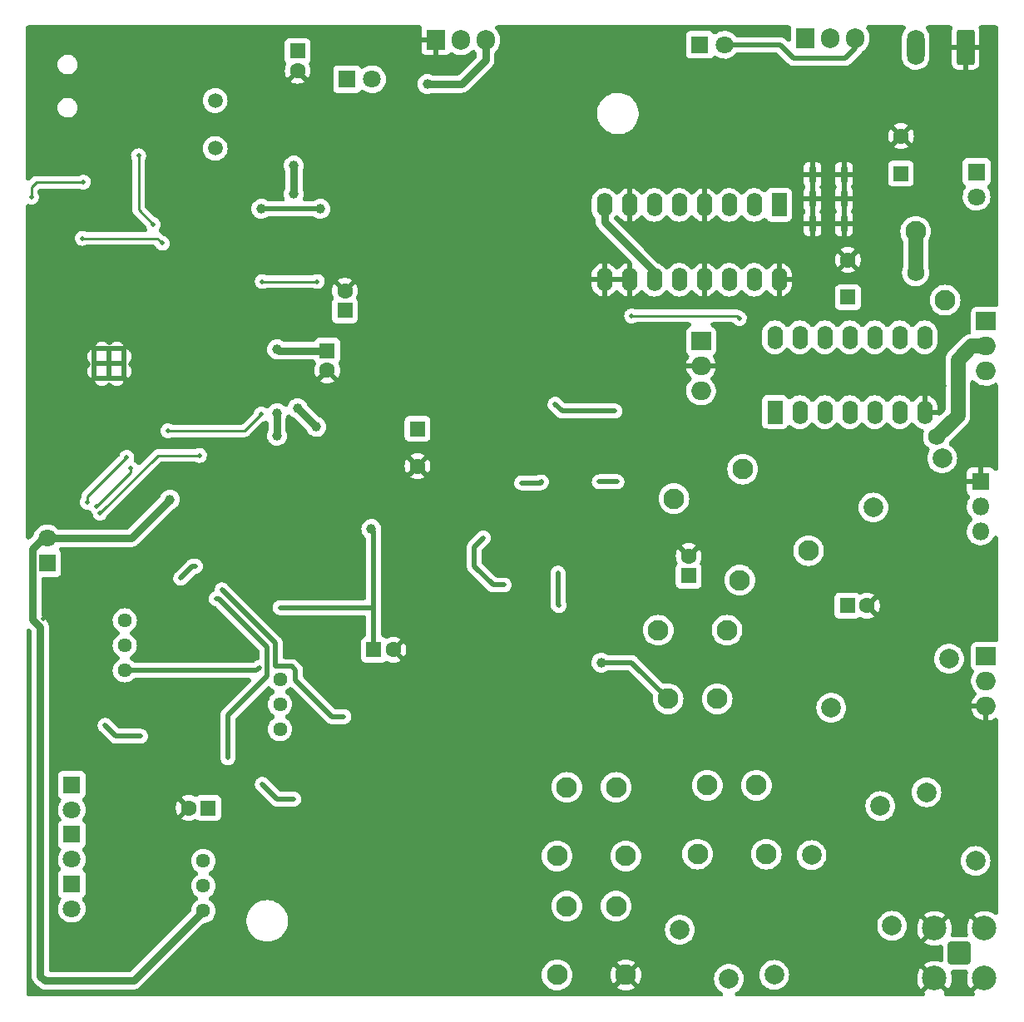
<source format=gbr>
%TF.GenerationSoftware,KiCad,Pcbnew,(6.0.9)*%
%TF.CreationDate,2022-12-04T18:18:59+03:00*%
%TF.ProjectId,communicator_27mhz,636f6d6d-756e-4696-9361-746f725f3237,beta 2.3*%
%TF.SameCoordinates,Original*%
%TF.FileFunction,Copper,L2,Bot*%
%TF.FilePolarity,Positive*%
%FSLAX46Y46*%
G04 Gerber Fmt 4.6, Leading zero omitted, Abs format (unit mm)*
G04 Created by KiCad (PCBNEW (6.0.9)) date 2022-12-04 18:18:59*
%MOMM*%
%LPD*%
G01*
G04 APERTURE LIST*
G04 Aperture macros list*
%AMRoundRect*
0 Rectangle with rounded corners*
0 $1 Rounding radius*
0 $2 $3 $4 $5 $6 $7 $8 $9 X,Y pos of 4 corners*
0 Add a 4 corners polygon primitive as box body*
4,1,4,$2,$3,$4,$5,$6,$7,$8,$9,$2,$3,0*
0 Add four circle primitives for the rounded corners*
1,1,$1+$1,$2,$3*
1,1,$1+$1,$4,$5*
1,1,$1+$1,$6,$7*
1,1,$1+$1,$8,$9*
0 Add four rect primitives between the rounded corners*
20,1,$1+$1,$2,$3,$4,$5,0*
20,1,$1+$1,$4,$5,$6,$7,0*
20,1,$1+$1,$6,$7,$8,$9,0*
20,1,$1+$1,$8,$9,$2,$3,0*%
G04 Aperture macros list end*
%TA.AperFunction,ComponentPad*%
%ADD10C,2.100000*%
%TD*%
%TA.AperFunction,ComponentPad*%
%ADD11R,2.000000X1.905000*%
%TD*%
%TA.AperFunction,ComponentPad*%
%ADD12O,2.000000X1.905000*%
%TD*%
%TA.AperFunction,ComponentPad*%
%ADD13R,1.905000X2.000000*%
%TD*%
%TA.AperFunction,ComponentPad*%
%ADD14O,1.905000X2.000000*%
%TD*%
%TA.AperFunction,ComponentPad*%
%ADD15R,1.600000X1.600000*%
%TD*%
%TA.AperFunction,ComponentPad*%
%ADD16C,1.600000*%
%TD*%
%TA.AperFunction,ComponentPad*%
%ADD17C,1.500000*%
%TD*%
%TA.AperFunction,ComponentPad*%
%ADD18RoundRect,0.200100X-0.949900X0.949900X-0.949900X-0.949900X0.949900X-0.949900X0.949900X0.949900X0*%
%TD*%
%TA.AperFunction,ComponentPad*%
%ADD19C,2.500000*%
%TD*%
%TA.AperFunction,ComponentPad*%
%ADD20C,2.000000*%
%TD*%
%TA.AperFunction,ComponentPad*%
%ADD21R,0.800000X1.500000*%
%TD*%
%TA.AperFunction,ComponentPad*%
%ADD22RoundRect,0.250000X0.650000X1.550000X-0.650000X1.550000X-0.650000X-1.550000X0.650000X-1.550000X0*%
%TD*%
%TA.AperFunction,ComponentPad*%
%ADD23O,1.800000X3.600000*%
%TD*%
%TA.AperFunction,ComponentPad*%
%ADD24R,1.800000X1.800000*%
%TD*%
%TA.AperFunction,ComponentPad*%
%ADD25C,1.800000*%
%TD*%
%TA.AperFunction,ComponentPad*%
%ADD26C,1.440000*%
%TD*%
%TA.AperFunction,ComponentPad*%
%ADD27O,1.800000X1.800000*%
%TD*%
%TA.AperFunction,ComponentPad*%
%ADD28R,1.600000X2.400000*%
%TD*%
%TA.AperFunction,ComponentPad*%
%ADD29O,1.600000X2.400000*%
%TD*%
%TA.AperFunction,ComponentPad*%
%ADD30C,0.475000*%
%TD*%
%TA.AperFunction,ViaPad*%
%ADD31C,1.000000*%
%TD*%
%TA.AperFunction,ViaPad*%
%ADD32C,0.500000*%
%TD*%
%TA.AperFunction,ViaPad*%
%ADD33C,1.750000*%
%TD*%
%TA.AperFunction,Conductor*%
%ADD34C,0.750000*%
%TD*%
%TA.AperFunction,Conductor*%
%ADD35C,0.500000*%
%TD*%
%TA.AperFunction,Conductor*%
%ADD36C,0.250000*%
%TD*%
%TA.AperFunction,Conductor*%
%ADD37C,1.500000*%
%TD*%
G04 APERTURE END LIST*
D10*
%TO.P,L7,1,1*%
%TO.N,Net-(C60-Pad1)*%
X91400000Y-171200000D03*
%TO.P,L7,2,2*%
%TO.N,Net-(C55-Pad2)*%
X90400000Y-164200000D03*
%TO.P,L7,3*%
%TO.N,N/C*%
X85400000Y-164200000D03*
%TO.P,L7,4*%
X84400000Y-171200000D03*
%TD*%
%TO.P,L15,1,1*%
%TO.N,Net-(C68-Pad1)*%
X103000000Y-143100000D03*
%TO.P,L15,2,2*%
%TO.N,Net-(C37-Pad1)*%
X110000000Y-140100000D03*
%TD*%
D11*
%TO.P,Q13,1,G*%
%TO.N,Net-(Q13-Pad1)*%
X128055000Y-116760000D03*
D12*
%TO.P,Q13,2,D*%
%TO.N,Net-(D8-Pad1)*%
X128055000Y-119300000D03*
%TO.P,Q13,3,S*%
%TO.N,Net-(C65-Pad1)*%
X128055000Y-121840000D03*
%TD*%
D13*
%TO.P,Q2,1,G*%
%TO.N,Net-(Q1-Pad3)*%
X109660000Y-87945000D03*
D14*
%TO.P,Q2,2,D*%
%TO.N,+12VTX*%
X112200000Y-87945000D03*
%TO.P,Q2,3,S*%
%TO.N,+12V*%
X114740000Y-87945000D03*
%TD*%
D15*
%TO.P,C7,1*%
%TO.N,+5VFILT*%
X65744888Y-150200000D03*
D16*
%TO.P,C7,2*%
%TO.N,GND*%
X67744888Y-150200000D03*
%TD*%
D17*
%TO.P,Y1,1,1*%
%TO.N,Net-(C13-Pad1)*%
X49600000Y-99150000D03*
%TO.P,Y1,2,2*%
%TO.N,Net-(C17-Pad1)*%
X49600000Y-94270000D03*
%TD*%
D15*
%TO.P,C65,1*%
%TO.N,Net-(C65-Pad1)*%
X114000000Y-114302651D03*
D16*
%TO.P,C65,2*%
%TO.N,GND*%
X114000000Y-110502651D03*
%TD*%
D18*
%TO.P,J4,1,In*%
%TO.N,Net-(C86-Pad1)*%
X125350000Y-181100000D03*
D19*
%TO.P,J4,2,Ext*%
%TO.N,GND*%
X122810000Y-183640000D03*
X127890000Y-183640000D03*
X127890000Y-178560000D03*
X122810000Y-178560000D03*
%TD*%
D15*
%TO.P,C2,1*%
%TO.N,+5V*%
X58000000Y-89244888D03*
D16*
%TO.P,C2,2*%
%TO.N,GND*%
X58000000Y-91244888D03*
%TD*%
D20*
%TO.P,L5,1,1*%
%TO.N,Net-(C41-Pad1)*%
X116600000Y-135700000D03*
%TO.P,L5,2,2*%
%TO.N,Net-(C53-Pad1)*%
X123600000Y-130700000D03*
%TD*%
D21*
%TO.P,Q3,1,B*%
%TO.N,GND*%
X113600000Y-106800000D03*
%TO.P,Q3,2,C*%
X113600000Y-104300000D03*
%TO.P,Q3,3,E*%
X113600000Y-101800000D03*
%TD*%
D15*
%TO.P,C12,1*%
%TO.N,+12VTX*%
X119400000Y-101700000D03*
D16*
%TO.P,C12,2*%
%TO.N,GND*%
X119400000Y-97900000D03*
%TD*%
D22*
%TO.P,J1,1,Pin_1*%
%TO.N,GND*%
X125985000Y-88832500D03*
D23*
%TO.P,J1,2,Pin_2*%
%TO.N,+12V*%
X120905000Y-88832500D03*
%TD*%
D10*
%TO.P,L13,1,1*%
%TO.N,Net-(C64-Pad2)*%
X105700000Y-171000000D03*
%TO.P,L13,2,2*%
%TO.N,/RX_ANT_CLAMPED*%
X104700000Y-164000000D03*
%TO.P,L13,3*%
%TO.N,N/C*%
X99700000Y-164000000D03*
%TO.P,L13,4*%
X98700000Y-171000000D03*
%TD*%
D24*
%TO.P,D7,1,K*%
%TO.N,Net-(D7-Pad1)*%
X127100000Y-101525000D03*
D25*
%TO.P,D7,2,A*%
%TO.N,+12VTX*%
X127100000Y-104065000D03*
%TD*%
D13*
%TO.P,U1,1,GND*%
%TO.N,GND*%
X72060000Y-88145000D03*
D14*
%TO.P,U1,2,VO*%
%TO.N,+3V3*%
X74600000Y-88145000D03*
%TO.P,U1,3,VI*%
%TO.N,+5V*%
X77140000Y-88145000D03*
%TD*%
D20*
%TO.P,L18,1,1*%
%TO.N,Net-(C77-Pad2)*%
X106500000Y-183300000D03*
%TO.P,L18,2,2*%
%TO.N,Net-(C86-Pad1)*%
X118500000Y-178300000D03*
%TD*%
D26*
%TO.P,RV4,1,1*%
%TO.N,RX_AMP_REF_V*%
X48400000Y-171700000D03*
%TO.P,RV4,2,2*%
X48400000Y-174240000D03*
%TO.P,RV4,3,3*%
%TO.N,+3V3*%
X48400000Y-176780000D03*
%TD*%
D10*
%TO.P,L8,1,1*%
%TO.N,Net-(C65-Pad1)*%
X123900000Y-114600000D03*
%TO.P,L8,2,2*%
%TO.N,+12VTX*%
X120900000Y-107600000D03*
%TD*%
%TO.P,L11,1,1*%
%TO.N,Net-(C68-Pad1)*%
X96300000Y-134800000D03*
%TO.P,L11,2,2*%
%TO.N,Net-(D8-Pad1)*%
X103300000Y-131800000D03*
%TD*%
D24*
%TO.P,D1,1,K*%
%TO.N,Net-(D1-Pad1)*%
X35000000Y-163925000D03*
D25*
%TO.P,D1,2,A*%
%TO.N,Net-(D1-Pad2)*%
X35000000Y-166465000D03*
%TD*%
D21*
%TO.P,Q4,1,B*%
%TO.N,GND*%
X110400000Y-106800000D03*
%TO.P,Q4,2,C*%
X110400000Y-104300000D03*
%TO.P,Q4,3,E*%
X110400000Y-101800000D03*
%TD*%
D24*
%TO.P,Q8,1,E*%
%TO.N,GND*%
X127525000Y-133060000D03*
D27*
%TO.P,Q8,2,C*%
%TO.N,Net-(C53-Pad1)*%
X127525000Y-135600000D03*
%TO.P,Q8,3,B*%
%TO.N,Net-(C39-Pad2)*%
X127525000Y-138140000D03*
%TD*%
D24*
%TO.P,D5,1,K*%
%TO.N,Net-(D5-Pad1)*%
X32500000Y-141375000D03*
D25*
%TO.P,D5,2,A*%
%TO.N,+3V3*%
X32500000Y-138835000D03*
%TD*%
D15*
%TO.P,C19,1*%
%TO.N,Net-(C19-Pad1)*%
X70200000Y-127697349D03*
D16*
%TO.P,C19,2*%
%TO.N,GND*%
X70200000Y-131497349D03*
%TD*%
D15*
%TO.P,C61,1*%
%TO.N,Net-(C37-Pad1)*%
X113944888Y-145700000D03*
D16*
%TO.P,C61,2*%
%TO.N,GND*%
X115944888Y-145700000D03*
%TD*%
D15*
%TO.P,C36,1*%
%TO.N,RX_AMP_REF_V*%
X48900000Y-166300000D03*
D16*
%TO.P,C36,2*%
%TO.N,GND*%
X46900000Y-166300000D03*
%TD*%
D20*
%TO.P,L9,1,1*%
%TO.N,Net-(C37-Pad1)*%
X112300000Y-156100000D03*
%TO.P,L9,2,2*%
%TO.N,Net-(C66-Pad1)*%
X124300000Y-151100000D03*
%TD*%
D24*
%TO.P,D4,1,K*%
%TO.N,Net-(D4-Pad1)*%
X63025000Y-92100000D03*
D25*
%TO.P,D4,2,A*%
%TO.N,+5V*%
X65565000Y-92100000D03*
%TD*%
D28*
%TO.P,U9,1,1IN+*%
%TO.N,Net-(C37-Pad2)*%
X107000000Y-104900000D03*
D29*
%TO.P,U9,2,1IN-*%
%TO.N,Net-(C43-Pad1)*%
X104460000Y-104900000D03*
%TO.P,U9,3,FB*%
%TO.N,Net-(C43-Pad2)*%
X101920000Y-104900000D03*
%TO.P,U9,4,DTC*%
%TO.N,GND*%
X99380000Y-104900000D03*
%TO.P,U9,5,CT*%
%TO.N,Net-(C47-Pad2)*%
X96840000Y-104900000D03*
%TO.P,U9,6,RT*%
%TO.N,Net-(R41-Pad1)*%
X94300000Y-104900000D03*
%TO.P,U9,7,GND*%
%TO.N,GND*%
X91760000Y-104900000D03*
%TO.P,U9,8,C1*%
%TO.N,Net-(Q13-Pad1)*%
X89220000Y-104900000D03*
%TO.P,U9,9,E1*%
%TO.N,GND*%
X89220000Y-112520000D03*
%TO.P,U9,10,E2*%
X91760000Y-112520000D03*
%TO.P,U9,11,C2*%
%TO.N,Net-(Q13-Pad1)*%
X94300000Y-112520000D03*
%TO.P,U9,12,VCC*%
%TO.N,+12VTX*%
X96840000Y-112520000D03*
%TO.P,U9,13,OUTCTRL*%
%TO.N,GND*%
X99380000Y-112520000D03*
%TO.P,U9,14,REF*%
%TO.N,Net-(U9-Pad14)*%
X101920000Y-112520000D03*
%TO.P,U9,15,2IN-*%
X104460000Y-112520000D03*
%TO.P,U9,16,2IN+*%
%TO.N,GND*%
X107000000Y-112520000D03*
%TD*%
D10*
%TO.P,L10,1,1*%
%TO.N,GND*%
X91400000Y-183300000D03*
%TO.P,L10,2,2*%
%TO.N,Net-(C60-Pad1)*%
X90400000Y-176300000D03*
%TO.P,L10,3*%
%TO.N,N/C*%
X85400000Y-176300000D03*
%TO.P,L10,4*%
X84400000Y-183300000D03*
%TD*%
D11*
%TO.P,U6,1,IN*%
%TO.N,+12VTX*%
X99055000Y-118760000D03*
D12*
%TO.P,U6,2,GND*%
%TO.N,GND*%
X99055000Y-121300000D03*
%TO.P,U6,3,OUT*%
%TO.N,+5VTX*%
X99055000Y-123840000D03*
%TD*%
D24*
%TO.P,D6,1,K*%
%TO.N,Net-(D6-Pad1)*%
X98925000Y-88600000D03*
D25*
%TO.P,D6,2,A*%
%TO.N,+12V*%
X101465000Y-88600000D03*
%TD*%
D15*
%TO.P,C68,1*%
%TO.N,Net-(C68-Pad1)*%
X97800000Y-142655112D03*
D16*
%TO.P,C68,2*%
%TO.N,GND*%
X97800000Y-140655112D03*
%TD*%
D20*
%TO.P,L14,1,1*%
%TO.N,Net-(C70-Pad1)*%
X127000000Y-171700000D03*
%TO.P,L14,2,2*%
%TO.N,Net-(C72-Pad1)*%
X122000000Y-164700000D03*
%TD*%
D15*
%TO.P,C21,1*%
%TO.N,+3V3FILT*%
X62800000Y-115655113D03*
D16*
%TO.P,C21,2*%
%TO.N,GND*%
X62800000Y-113655113D03*
%TD*%
D20*
%TO.P,L16,1,1*%
%TO.N,Net-(C72-Pad1)*%
X117300000Y-166100000D03*
%TO.P,L16,2,2*%
%TO.N,Net-(C75-Pad1)*%
X110300000Y-171100000D03*
%TD*%
D24*
%TO.P,D3,1,K*%
%TO.N,Net-(D3-Pad1)*%
X35000000Y-174025000D03*
D25*
%TO.P,D3,2,A*%
%TO.N,Net-(D3-Pad2)*%
X35000000Y-176565000D03*
%TD*%
D26*
%TO.P,RV2,1,1*%
%TO.N,Net-(R30-Pad2)*%
X40400000Y-147200000D03*
%TO.P,RV2,2,2*%
X40400000Y-149740000D03*
%TO.P,RV2,3,3*%
%TO.N,RX_AMP_REF_V*%
X40400000Y-152280000D03*
%TD*%
D28*
%TO.P,U7,1*%
%TO.N,Net-(U7-Pad1)*%
X106575000Y-126000000D03*
D29*
%TO.P,U7,2*%
%TO.N,Net-(R32-Pad1)*%
X109115000Y-126000000D03*
%TO.P,U7,3*%
%TO.N,Net-(U7-Pad1)*%
X111655000Y-126000000D03*
%TO.P,U7,4*%
%TO.N,Net-(R32-Pad1)*%
X114195000Y-126000000D03*
%TO.P,U7,5*%
%TO.N,Net-(U7-Pad1)*%
X116735000Y-126000000D03*
%TO.P,U7,6*%
%TO.N,Net-(R32-Pad1)*%
X119275000Y-126000000D03*
%TO.P,U7,7,GND*%
%TO.N,GND*%
X121815000Y-126000000D03*
%TO.P,U7,8*%
%TO.N,Net-(R32-Pad1)*%
X121815000Y-118380000D03*
%TO.P,U7,9*%
%TO.N,Net-(U7-Pad1)*%
X119275000Y-118380000D03*
%TO.P,U7,10*%
%TO.N,Net-(R32-Pad1)*%
X116735000Y-118380000D03*
%TO.P,U7,11*%
%TO.N,Net-(U7-Pad1)*%
X114195000Y-118380000D03*
%TO.P,U7,12*%
X111655000Y-118380000D03*
%TO.P,U7,13*%
%TO.N,LO_TX*%
X109115000Y-118380000D03*
%TO.P,U7,14,VCC*%
%TO.N,Net-(C23-Pad1)*%
X106575000Y-118380000D03*
%TD*%
D26*
%TO.P,RV3,1,1*%
%TO.N,Net-(R31-Pad2)*%
X56200000Y-153200000D03*
%TO.P,RV3,2,2*%
X56200000Y-155740000D03*
%TO.P,RV3,3,3*%
%TO.N,RX_AMP_REF_V*%
X56200000Y-158280000D03*
%TD*%
D15*
%TO.P,C11,1*%
%TO.N,+3V3*%
X61000000Y-119744888D03*
D16*
%TO.P,C11,2*%
%TO.N,GND*%
X61000000Y-121744888D03*
%TD*%
D10*
%TO.P,L20,1,1*%
%TO.N,Net-(C85-Pad1)*%
X94700000Y-148200000D03*
%TO.P,L20,2,2*%
%TO.N,Net-(C84-Pad1)*%
X95700000Y-155200000D03*
%TO.P,L20,3*%
%TO.N,N/C*%
X100700000Y-155200000D03*
%TO.P,L20,4*%
X101700000Y-148200000D03*
%TD*%
D11*
%TO.P,Q14,1,B*%
%TO.N,Net-(Q14-Pad1)*%
X128055000Y-150860000D03*
D12*
%TO.P,Q14,2,C*%
%TO.N,Net-(C66-Pad1)*%
X128055000Y-153400000D03*
%TO.P,Q14,3,E*%
%TO.N,GND*%
X128055000Y-155940000D03*
%TD*%
D24*
%TO.P,D2,1,K*%
%TO.N,Net-(D2-Pad1)*%
X35000000Y-169000000D03*
D25*
%TO.P,D2,2,A*%
%TO.N,Net-(D2-Pad2)*%
X35000000Y-171540000D03*
%TD*%
D30*
%TO.P,U2,39,GND*%
%TO.N,GND*%
X40360000Y-121842500D03*
X37310000Y-120317500D03*
X38072500Y-121080000D03*
X39597500Y-119555000D03*
X38835000Y-121842500D03*
X39597500Y-121080000D03*
X37310000Y-121842500D03*
X38072500Y-119555000D03*
X39597500Y-122605000D03*
X38835000Y-120317500D03*
X40360000Y-120317500D03*
X38072500Y-122605000D03*
%TD*%
D20*
%TO.P,L17,1,1*%
%TO.N,Net-(C77-Pad2)*%
X101900000Y-183700000D03*
%TO.P,L17,2,2*%
%TO.N,Net-(C75-Pad1)*%
X96900000Y-178700000D03*
%TD*%
D31*
%TO.N,GND*%
X89400000Y-160700000D03*
%TO.N,Net-(C84-Pad1)*%
X88900000Y-151500000D03*
%TO.N,+3V3*%
X55900000Y-119600000D03*
D32*
%TO.N,MCU_EN*%
X30900000Y-104100000D03*
D33*
%TO.N,GND*%
X121000000Y-159500000D03*
D31*
X86400000Y-144100000D03*
D32*
X37100000Y-122800000D03*
D31*
X101800000Y-157800000D03*
X38000000Y-105100000D03*
X95200000Y-167700000D03*
D32*
X39100000Y-94400000D03*
D31*
X105200000Y-160100000D03*
X116037500Y-176200000D03*
X73600000Y-144300000D03*
D32*
X59700000Y-165800000D03*
X81800000Y-146500000D03*
D31*
X112237500Y-173037500D03*
X88800000Y-153100000D03*
D33*
X34400000Y-97600000D03*
D31*
X114100000Y-158500000D03*
D32*
X32100000Y-147000000D03*
X63700000Y-161800000D03*
D31*
X38200000Y-162900000D03*
X82400000Y-138200000D03*
X45700000Y-146800000D03*
X101300000Y-173800000D03*
D32*
X77800000Y-147000000D03*
X40600000Y-122800000D03*
X67200000Y-156000000D03*
D31*
X125000000Y-97200000D03*
X123537500Y-123337500D03*
D33*
X34400000Y-87700000D03*
D31*
X91600000Y-119600000D03*
D32*
X66300000Y-121500000D03*
D31*
X93000000Y-88300000D03*
D32*
X40600000Y-119300000D03*
X37100000Y-119300000D03*
X44200000Y-159800000D03*
X65300000Y-116400000D03*
D31*
X74900000Y-152600000D03*
X97400000Y-173900000D03*
X55200000Y-97100000D03*
D32*
X32500000Y-136800000D03*
D31*
X114700000Y-94200000D03*
X74800000Y-115500000D03*
D33*
X105700000Y-128500000D03*
D32*
X64200000Y-141600000D03*
X76000000Y-120100000D03*
D31*
X107000000Y-93700000D03*
X61100000Y-148300000D03*
X69400000Y-138400000D03*
X61900000Y-136600000D03*
X59500000Y-152900000D03*
X31495000Y-127605000D03*
X32100000Y-113300000D03*
D32*
X54000000Y-167900000D03*
D31*
X47000000Y-126100000D03*
X47100000Y-105000000D03*
X88600000Y-146200000D03*
X85500000Y-128137500D03*
D32*
X51900000Y-149700000D03*
X48000000Y-158700000D03*
D31*
%TO.N,+3V3*%
X55900000Y-126100000D03*
X45000000Y-134900000D03*
X55900000Y-128400000D03*
D33*
%TO.N,+12VTX*%
X120900000Y-111800000D03*
D32*
%TO.N,MCU_EN*%
X36200000Y-102600000D03*
%TO.N,+5V*%
X90300000Y-125900000D03*
X84200000Y-125200000D03*
D31*
X59908010Y-127508010D03*
X71200000Y-92600000D03*
X57600000Y-100900000D03*
X57600000Y-103800000D03*
X58000000Y-125600000D03*
D32*
%TO.N,MCU_G0*%
X36100000Y-108300000D03*
X44200000Y-108800000D03*
%TO.N,ADCIN_Q*%
X49700000Y-145000000D03*
X50900000Y-161200000D03*
%TO.N,MCU_DCD*%
X43300000Y-106900000D03*
X41800000Y-99900000D03*
D31*
%TO.N,TXPENABLE*%
X54300000Y-105300000D03*
X60300000Y-105300000D03*
%TO.N,+5VFILT*%
X65500000Y-137900000D03*
D32*
X56200000Y-145900000D03*
%TO.N,TXAMPL_V*%
X60000000Y-112700000D03*
X44800000Y-127900000D03*
X54400000Y-112700000D03*
X54300000Y-126200000D03*
%TO.N,+5VMXR*%
X76900000Y-138800000D03*
X79000000Y-143600000D03*
%TO.N,Net-(C63-Pad1)*%
X84600000Y-145700000D03*
X84500000Y-142400000D03*
%TO.N,LO_TX*%
X102950000Y-116450000D03*
X92000000Y-116200000D03*
%TO.N,Net-(C32-Pad2)*%
X42000000Y-159000000D03*
X38400000Y-157900000D03*
%TO.N,Net-(C33-Pad2)*%
X57600000Y-165400000D03*
X54400000Y-163900000D03*
%TO.N,RX_AMP_REF_V*%
X54100000Y-152000000D03*
%TO.N,Net-(C46-Pad2)*%
X62700000Y-157000000D03*
X50300000Y-144100000D03*
%TO.N,Net-(C67-Pad1)*%
X90500000Y-133100000D03*
X82800000Y-133100000D03*
X80800000Y-133200000D03*
X88700000Y-133100000D03*
D33*
%TO.N,Net-(D8-Pad1)*%
X123042283Y-128500000D03*
D32*
%TO.N,ADCIN_LOW_I*%
X46100000Y-142900000D03*
X47600000Y-141700000D03*
%TO.N,Net-(D1-Pad2)*%
X48000000Y-130400000D03*
X37900000Y-136300000D03*
%TO.N,Net-(D2-Pad2)*%
X41000000Y-131700000D03*
X37500000Y-135600000D03*
%TO.N,Net-(D3-Pad2)*%
X36600000Y-135200000D03*
X40600000Y-130600000D03*
%TD*%
D34*
%TO.N,+3V3*%
X32500000Y-138835000D02*
X32090000Y-138835000D01*
X32090000Y-138835000D02*
X31025000Y-139900000D01*
X31025000Y-139900000D02*
X31025000Y-147091727D01*
X31025000Y-147091727D02*
X31800000Y-147866727D01*
X31800000Y-147866727D02*
X31800000Y-183400000D01*
X31800000Y-183400000D02*
X32300000Y-183900000D01*
X32300000Y-183900000D02*
X41300000Y-183900000D01*
X41300000Y-183900000D02*
X48400000Y-176800000D01*
X48400000Y-176800000D02*
X48400000Y-176780000D01*
D35*
%TO.N,Net-(C84-Pad1)*%
X88900000Y-151500000D02*
X92000000Y-151500000D01*
X92000000Y-151500000D02*
X95700000Y-155200000D01*
%TO.N,+5VMXR*%
X77900000Y-143600000D02*
X79000000Y-143600000D01*
X76900000Y-138800000D02*
X75987500Y-139712500D01*
X75987500Y-139712500D02*
X75987500Y-141687500D01*
X75987500Y-141687500D02*
X77900000Y-143600000D01*
D34*
%TO.N,+3V3*%
X61000000Y-119744888D02*
X56044888Y-119744888D01*
X56044888Y-119744888D02*
X55900000Y-119600000D01*
D35*
%TO.N,TXPENABLE*%
X54300000Y-105300000D02*
X60300000Y-105300000D01*
D36*
%TO.N,TXAMPL_V*%
X60000000Y-112700000D02*
X54400000Y-112700000D01*
D35*
%TO.N,+12V*%
X101465000Y-88600000D02*
X107100000Y-88600000D01*
X107100000Y-88600000D02*
X108500000Y-90000000D01*
X108500000Y-90000000D02*
X113700000Y-90000000D01*
X113700000Y-90000000D02*
X114740000Y-88960000D01*
X114740000Y-88960000D02*
X114740000Y-87945000D01*
D36*
%TO.N,MCU_EN*%
X30900000Y-104100000D02*
X30900000Y-103100000D01*
X30900000Y-103100000D02*
X31400000Y-102600000D01*
X31400000Y-102600000D02*
X36200000Y-102600000D01*
%TO.N,TXAMPL_V*%
X44800000Y-127900000D02*
X52600000Y-127900000D01*
X52600000Y-127900000D02*
X54300000Y-126200000D01*
%TO.N,Net-(D1-Pad2)*%
X48000000Y-130400000D02*
X43800000Y-130400000D01*
X43800000Y-130400000D02*
X37900000Y-136300000D01*
%TO.N,LO_TX*%
X92000000Y-116200000D02*
X102700000Y-116200000D01*
X102700000Y-116200000D02*
X102950000Y-116450000D01*
D37*
%TO.N,+12VTX*%
X120900000Y-111800000D02*
X120900000Y-107600000D01*
D35*
%TO.N,GND*%
X40360000Y-121060000D02*
X40360000Y-121842500D01*
X38072500Y-121080000D02*
X37320000Y-121080000D01*
X38835000Y-122465000D02*
X38695000Y-122605000D01*
X38072500Y-119555000D02*
X37355000Y-119555000D01*
X40360000Y-120317500D02*
X40360000Y-121060000D01*
X40360000Y-122560000D02*
X40600000Y-122800000D01*
X38072500Y-119555000D02*
X38845000Y-119555000D01*
X38695000Y-122605000D02*
X38072500Y-122605000D01*
X39597500Y-122605000D02*
X38695000Y-122605000D01*
X40340000Y-121080000D02*
X40360000Y-121060000D01*
X37310000Y-120317500D02*
X37310000Y-119510000D01*
X39597500Y-122605000D02*
X40405000Y-122605000D01*
X38072500Y-122605000D02*
X37295000Y-122605000D01*
X40360000Y-119540000D02*
X40600000Y-119300000D01*
X39597500Y-121080000D02*
X40340000Y-121080000D01*
X40360000Y-121842500D02*
X40360000Y-122560000D01*
X40405000Y-122605000D02*
X40600000Y-122800000D01*
X38835000Y-120317500D02*
X38835000Y-121842500D01*
X38845000Y-119555000D02*
X39597500Y-119555000D01*
X37310000Y-121090000D02*
X37310000Y-121842500D01*
X37310000Y-121842500D02*
X37310000Y-122590000D01*
X38072500Y-121080000D02*
X39597500Y-121080000D01*
X37310000Y-119510000D02*
X37100000Y-119300000D01*
X38835000Y-121842500D02*
X38835000Y-122465000D01*
X38835000Y-120317500D02*
X38835000Y-119565000D01*
X37320000Y-121080000D02*
X37310000Y-121090000D01*
X40345000Y-119555000D02*
X40600000Y-119300000D01*
X37310000Y-122590000D02*
X37100000Y-122800000D01*
X39597500Y-119555000D02*
X40345000Y-119555000D01*
X37355000Y-119555000D02*
X37100000Y-119300000D01*
X37295000Y-122605000D02*
X37100000Y-122800000D01*
X40360000Y-120317500D02*
X40360000Y-119540000D01*
X37310000Y-120317500D02*
X37310000Y-121090000D01*
X38835000Y-119565000D02*
X38845000Y-119555000D01*
D34*
%TO.N,+3V3*%
X32500000Y-138835000D02*
X41065000Y-138835000D01*
X55900000Y-126100000D02*
X55900000Y-128400000D01*
X41065000Y-138835000D02*
X45000000Y-134900000D01*
%TO.N,+5V*%
X59908010Y-127508010D02*
X58000000Y-125600000D01*
D35*
X84900000Y-125900000D02*
X84200000Y-125200000D01*
D34*
X71200000Y-92600000D02*
X74700000Y-92600000D01*
X57600000Y-100900000D02*
X57600000Y-103800000D01*
D35*
X90300000Y-125900000D02*
X84900000Y-125900000D01*
D34*
X77140000Y-90160000D02*
X77140000Y-88145000D01*
X74700000Y-92600000D02*
X77140000Y-90160000D01*
D36*
%TO.N,MCU_G0*%
X43700000Y-108300000D02*
X36100000Y-108300000D01*
X44200000Y-108800000D02*
X43700000Y-108300000D01*
D35*
%TO.N,ADCIN_Q*%
X54900000Y-152845370D02*
X54900000Y-149900000D01*
X50900000Y-156845370D02*
X54900000Y-152845370D01*
X50900000Y-161200000D02*
X50900000Y-156845370D01*
X50000000Y-145000000D02*
X49700000Y-145000000D01*
X54900000Y-149900000D02*
X50000000Y-145000000D01*
D36*
%TO.N,MCU_DCD*%
X41800000Y-99900000D02*
X41800000Y-105400000D01*
X41800000Y-105400000D02*
X43300000Y-106900000D01*
D35*
%TO.N,+5VFILT*%
X65744888Y-138144888D02*
X65744888Y-145944888D01*
X65700000Y-145900000D02*
X65744888Y-145944888D01*
X56200000Y-145900000D02*
X65700000Y-145900000D01*
X65500000Y-137900000D02*
X65744888Y-138144888D01*
X65744888Y-145944888D02*
X65744888Y-150200000D01*
%TO.N,Net-(C63-Pad1)*%
X84500000Y-145600000D02*
X84600000Y-145700000D01*
X84500000Y-142400000D02*
X84500000Y-145600000D01*
%TO.N,Net-(C32-Pad2)*%
X42000000Y-159000000D02*
X39500000Y-159000000D01*
X39500000Y-159000000D02*
X38400000Y-157900000D01*
%TO.N,Net-(C33-Pad2)*%
X55900000Y-165400000D02*
X54400000Y-163900000D01*
X57600000Y-165400000D02*
X55900000Y-165400000D01*
%TO.N,RX_AMP_REF_V*%
X54100000Y-152000000D02*
X53820000Y-152280000D01*
X53820000Y-152280000D02*
X40400000Y-152280000D01*
%TO.N,Net-(C46-Pad2)*%
X62700000Y-157000000D02*
X61500000Y-157000000D01*
X61500000Y-157000000D02*
X57800000Y-153300000D01*
X57800000Y-152300000D02*
X57400000Y-151900000D01*
X55700000Y-149500000D02*
X50300000Y-144100000D01*
X57800000Y-153300000D02*
X57800000Y-152300000D01*
X55700000Y-151900000D02*
X55700000Y-149500000D01*
X57400000Y-151900000D02*
X55700000Y-151900000D01*
%TO.N,Net-(C67-Pad1)*%
X82700000Y-133200000D02*
X82800000Y-133100000D01*
X90500000Y-133100000D02*
X88700000Y-133100000D01*
X80800000Y-133200000D02*
X82700000Y-133200000D01*
D37*
%TO.N,Net-(D8-Pad1)*%
X125200000Y-126342283D02*
X125200000Y-120700000D01*
X123042283Y-128500000D02*
X125200000Y-126342283D01*
X126600000Y-119300000D02*
X128055000Y-119300000D01*
X125200000Y-120700000D02*
X126600000Y-119300000D01*
D34*
%TO.N,Net-(Q13-Pad1)*%
X94300000Y-111700000D02*
X94300000Y-112520000D01*
X89220000Y-106620000D02*
X94300000Y-111700000D01*
X89220000Y-104900000D02*
X89220000Y-106620000D01*
D35*
%TO.N,ADCIN_LOW_I*%
X47300000Y-141700000D02*
X46100000Y-142900000D01*
X47600000Y-141700000D02*
X47300000Y-141700000D01*
D36*
%TO.N,Net-(D2-Pad2)*%
X37500000Y-135600000D02*
X41000000Y-132100000D01*
X41000000Y-132100000D02*
X41000000Y-131700000D01*
%TO.N,Net-(D3-Pad2)*%
X36600000Y-134600000D02*
X36600000Y-135200000D01*
X40600000Y-130600000D02*
X36600000Y-134600000D01*
%TD*%
%TA.AperFunction,Conductor*%
%TO.N,GND*%
G36*
X70502078Y-86627454D02*
G01*
X70582860Y-86681430D01*
X70636836Y-86762212D01*
X70655790Y-86857500D01*
X70639945Y-86944906D01*
X70611727Y-87020178D01*
X70604562Y-87050309D01*
X70600227Y-87090214D01*
X70599500Y-87103650D01*
X70599500Y-87866473D01*
X70603569Y-87886931D01*
X70624027Y-87891000D01*
X72065000Y-87891000D01*
X72160288Y-87909954D01*
X72241070Y-87963930D01*
X72295046Y-88044712D01*
X72314000Y-88140000D01*
X72314000Y-89628472D01*
X72318069Y-89648930D01*
X72338527Y-89652999D01*
X73053846Y-89652999D01*
X73067292Y-89652271D01*
X73107185Y-89647938D01*
X73137326Y-89640772D01*
X73242350Y-89601400D01*
X73273160Y-89584531D01*
X73361203Y-89518547D01*
X73386044Y-89493706D01*
X73420337Y-89447949D01*
X73492651Y-89383066D01*
X73584290Y-89350795D01*
X73681302Y-89356049D01*
X73773918Y-89401875D01*
X73788724Y-89413568D01*
X73999050Y-89529674D01*
X74008676Y-89533083D01*
X74008681Y-89533085D01*
X74215885Y-89606460D01*
X74215887Y-89606461D01*
X74225515Y-89609870D01*
X74462037Y-89652001D01*
X74472258Y-89652126D01*
X74472259Y-89652126D01*
X74613145Y-89653847D01*
X74702263Y-89654936D01*
X74939744Y-89618596D01*
X74949452Y-89615423D01*
X74949456Y-89615422D01*
X75158390Y-89547132D01*
X75168101Y-89543958D01*
X75381200Y-89433025D01*
X75573320Y-89288777D01*
X75581335Y-89280390D01*
X75690452Y-89166206D01*
X75769988Y-89110410D01*
X75864821Y-89089299D01*
X75960515Y-89106086D01*
X76042500Y-89158216D01*
X76054639Y-89170655D01*
X76140186Y-89264670D01*
X76148202Y-89271001D01*
X76148211Y-89271009D01*
X76161822Y-89281758D01*
X76224856Y-89355689D01*
X76254799Y-89448115D01*
X76256500Y-89477169D01*
X76256500Y-89690902D01*
X76237546Y-89786190D01*
X76183570Y-89866972D01*
X74406972Y-91643570D01*
X74326190Y-91697546D01*
X74230902Y-91716500D01*
X71749471Y-91716500D01*
X71654183Y-91697546D01*
X71631040Y-91686532D01*
X71603410Y-91671592D01*
X71603407Y-91671591D01*
X71592701Y-91665802D01*
X71581077Y-91662204D01*
X71581075Y-91662203D01*
X71415398Y-91610918D01*
X71415397Y-91610918D01*
X71403768Y-91607318D01*
X71391658Y-91606045D01*
X71391657Y-91606045D01*
X71219187Y-91587918D01*
X71207075Y-91586645D01*
X71167277Y-91590267D01*
X71022238Y-91603466D01*
X71022233Y-91603467D01*
X71010112Y-91604570D01*
X70998431Y-91608008D01*
X70998430Y-91608008D01*
X70992165Y-91609852D01*
X70820381Y-91660410D01*
X70809587Y-91666053D01*
X70809582Y-91666055D01*
X70713091Y-91716500D01*
X70645110Y-91752040D01*
X70490975Y-91875968D01*
X70483147Y-91885297D01*
X70483146Y-91885298D01*
X70462172Y-91910294D01*
X70363846Y-92027474D01*
X70357982Y-92038140D01*
X70357981Y-92038142D01*
X70282414Y-92175600D01*
X70268567Y-92200787D01*
X70208765Y-92389306D01*
X70186719Y-92585851D01*
X70187738Y-92597987D01*
X70187738Y-92597988D01*
X70188790Y-92610510D01*
X70203268Y-92782934D01*
X70206623Y-92794635D01*
X70206624Y-92794639D01*
X70218545Y-92836211D01*
X70257783Y-92973050D01*
X70263353Y-92983888D01*
X70342620Y-93138125D01*
X70342623Y-93138129D01*
X70348187Y-93148956D01*
X70355749Y-93158497D01*
X70355751Y-93158500D01*
X70384232Y-93194434D01*
X70471035Y-93303953D01*
X70480302Y-93311840D01*
X70480306Y-93311844D01*
X70560347Y-93379963D01*
X70621650Y-93432136D01*
X70794294Y-93528624D01*
X70844073Y-93544798D01*
X70970810Y-93585977D01*
X70970812Y-93585977D01*
X70982392Y-93589740D01*
X70994483Y-93591182D01*
X70994484Y-93591182D01*
X71051527Y-93597984D01*
X71178777Y-93613158D01*
X71190915Y-93612224D01*
X71190917Y-93612224D01*
X71363825Y-93598919D01*
X71363828Y-93598918D01*
X71375972Y-93597984D01*
X71566463Y-93544798D01*
X71633267Y-93511053D01*
X71634865Y-93510246D01*
X71728464Y-93484201D01*
X71747133Y-93483500D01*
X74610866Y-93483500D01*
X74627567Y-93484814D01*
X74627587Y-93484425D01*
X74640614Y-93485108D01*
X74653507Y-93487150D01*
X74666540Y-93486467D01*
X74666541Y-93486467D01*
X74716645Y-93483841D01*
X74729677Y-93483500D01*
X74746306Y-93483500D01*
X74762854Y-93481761D01*
X74775826Y-93480740D01*
X74807753Y-93479066D01*
X74838971Y-93477430D01*
X74851579Y-93474052D01*
X74861716Y-93472446D01*
X74871732Y-93470317D01*
X74884702Y-93468954D01*
X74897104Y-93464924D01*
X74897106Y-93464924D01*
X74944826Y-93449419D01*
X74957323Y-93445718D01*
X75005754Y-93432741D01*
X75005757Y-93432740D01*
X75018363Y-93429362D01*
X75029990Y-93423438D01*
X75039545Y-93419770D01*
X75048915Y-93415598D01*
X75061331Y-93411564D01*
X75116070Y-93379961D01*
X75127520Y-93373744D01*
X75172208Y-93350974D01*
X75172212Y-93350971D01*
X75183839Y-93345047D01*
X75193980Y-93336835D01*
X75202583Y-93331248D01*
X75210869Y-93325228D01*
X75222169Y-93318704D01*
X75231904Y-93309939D01*
X75269142Y-93276409D01*
X75279058Y-93267941D01*
X75286911Y-93261582D01*
X75286917Y-93261577D01*
X75291986Y-93257472D01*
X75303769Y-93245689D01*
X75313226Y-93236716D01*
X75350487Y-93203166D01*
X75360185Y-93194434D01*
X75367856Y-93183876D01*
X75376587Y-93174179D01*
X75376876Y-93174440D01*
X75387749Y-93161709D01*
X77701709Y-90847749D01*
X77714440Y-90836876D01*
X77714179Y-90836587D01*
X77723876Y-90827856D01*
X77734434Y-90820185D01*
X77776717Y-90773225D01*
X77785689Y-90763769D01*
X77797472Y-90751986D01*
X77801577Y-90746917D01*
X77801582Y-90746911D01*
X77807941Y-90739058D01*
X77816409Y-90729142D01*
X77849972Y-90691867D01*
X77849973Y-90691866D01*
X77858704Y-90682169D01*
X77865228Y-90670869D01*
X77871248Y-90662583D01*
X77876835Y-90653980D01*
X77885047Y-90643839D01*
X77890971Y-90632212D01*
X77890974Y-90632208D01*
X77913744Y-90587520D01*
X77919963Y-90576066D01*
X77934919Y-90550162D01*
X77951564Y-90521331D01*
X77955598Y-90508915D01*
X77959770Y-90499545D01*
X77963438Y-90489990D01*
X77969362Y-90478363D01*
X77983256Y-90426513D01*
X77985718Y-90417323D01*
X77989419Y-90404826D01*
X78004924Y-90357106D01*
X78004924Y-90357104D01*
X78008954Y-90344702D01*
X78010317Y-90331732D01*
X78012446Y-90321716D01*
X78014052Y-90311579D01*
X78017430Y-90298971D01*
X78020740Y-90235826D01*
X78021762Y-90222842D01*
X78022818Y-90212793D01*
X78023500Y-90206306D01*
X78023500Y-90189677D01*
X78023841Y-90176645D01*
X78026467Y-90126539D01*
X78027150Y-90113507D01*
X78025108Y-90100614D01*
X78024425Y-90087588D01*
X78024814Y-90087568D01*
X78023500Y-90070867D01*
X78023500Y-89479308D01*
X78042454Y-89384020D01*
X78096430Y-89303238D01*
X78105726Y-89294479D01*
X78113320Y-89288777D01*
X78279301Y-89115088D01*
X78414686Y-88916622D01*
X78515837Y-88698710D01*
X78580040Y-88467202D01*
X78584708Y-88423527D01*
X78600296Y-88277662D01*
X78600296Y-88277657D01*
X78601000Y-88271072D01*
X78601000Y-88036598D01*
X78589014Y-87890811D01*
X78587159Y-87868241D01*
X78587159Y-87868238D01*
X78586322Y-87858063D01*
X78582336Y-87842192D01*
X78549272Y-87710564D01*
X78527794Y-87625056D01*
X78465484Y-87481753D01*
X78436072Y-87414108D01*
X78436070Y-87414104D01*
X78431997Y-87404737D01*
X78301502Y-87203023D01*
X78293964Y-87194738D01*
X78139814Y-87025330D01*
X78142109Y-87023242D01*
X78097116Y-86960720D01*
X78074864Y-86866147D01*
X78090498Y-86770258D01*
X78141636Y-86687651D01*
X78220494Y-86630902D01*
X78323714Y-86608500D01*
X107952811Y-86608500D01*
X108048099Y-86627454D01*
X108128881Y-86681430D01*
X108182857Y-86762212D01*
X108201811Y-86857500D01*
X108200355Y-86884388D01*
X108199728Y-86890161D01*
X108199000Y-86896866D01*
X108199000Y-88025179D01*
X108180046Y-88120467D01*
X108126070Y-88201249D01*
X108045288Y-88255225D01*
X107950000Y-88274179D01*
X107854712Y-88255225D01*
X107773930Y-88201249D01*
X107690339Y-88117658D01*
X107669680Y-88093618D01*
X107667080Y-88090829D01*
X107658508Y-88079182D01*
X107622048Y-88048207D01*
X107615565Y-88042230D01*
X107615537Y-88042262D01*
X107610132Y-88037451D01*
X107605021Y-88032340D01*
X107584419Y-88016041D01*
X107577744Y-88010569D01*
X107523715Y-87964667D01*
X107511789Y-87958577D01*
X107501284Y-87950266D01*
X107437060Y-87920250D01*
X107429320Y-87916466D01*
X107366192Y-87884231D01*
X107353179Y-87881047D01*
X107341050Y-87875378D01*
X107271692Y-87860951D01*
X107263234Y-87859038D01*
X107218768Y-87848157D01*
X107205168Y-87844829D01*
X107205165Y-87844829D01*
X107194390Y-87842192D01*
X107183236Y-87841500D01*
X107179352Y-87841500D01*
X107177968Y-87841457D01*
X107167885Y-87839360D01*
X107153424Y-87839751D01*
X107153422Y-87839751D01*
X107092143Y-87841409D01*
X107085409Y-87841500D01*
X102786194Y-87841500D01*
X102690906Y-87822546D01*
X102610124Y-87768570D01*
X102589766Y-87745397D01*
X102584764Y-87737665D01*
X102428887Y-87566358D01*
X102247123Y-87422810D01*
X102231360Y-87414108D01*
X102053300Y-87315814D01*
X102053301Y-87315814D01*
X102044355Y-87310876D01*
X102034729Y-87307467D01*
X102034724Y-87307465D01*
X101835658Y-87236972D01*
X101835656Y-87236971D01*
X101826028Y-87233562D01*
X101598006Y-87192945D01*
X101587784Y-87192820D01*
X101587783Y-87192820D01*
X101463747Y-87191305D01*
X101366411Y-87190116D01*
X101356310Y-87191662D01*
X101356305Y-87191662D01*
X101147560Y-87223605D01*
X101147559Y-87223605D01*
X101137464Y-87225150D01*
X100917314Y-87297106D01*
X100711872Y-87404052D01*
X100665190Y-87439102D01*
X100608384Y-87481753D01*
X100520803Y-87523809D01*
X100423795Y-87529148D01*
X100332128Y-87496957D01*
X100259627Y-87431962D01*
X100198904Y-87350939D01*
X100198901Y-87350936D01*
X100188261Y-87336739D01*
X100071705Y-87249385D01*
X99935316Y-87198255D01*
X99919802Y-87196570D01*
X99919799Y-87196569D01*
X99879831Y-87192227D01*
X99879822Y-87192226D01*
X99873134Y-87191500D01*
X97976866Y-87191500D01*
X97970178Y-87192226D01*
X97970169Y-87192227D01*
X97930201Y-87196569D01*
X97930198Y-87196570D01*
X97914684Y-87198255D01*
X97778295Y-87249385D01*
X97661739Y-87336739D01*
X97574385Y-87453295D01*
X97523255Y-87589684D01*
X97521570Y-87605198D01*
X97521569Y-87605201D01*
X97517227Y-87645169D01*
X97517226Y-87645178D01*
X97516500Y-87651866D01*
X97516500Y-89548134D01*
X97517226Y-89554822D01*
X97517227Y-89554831D01*
X97520454Y-89584531D01*
X97523255Y-89610316D01*
X97574385Y-89746705D01*
X97661739Y-89863261D01*
X97778295Y-89950615D01*
X97914684Y-90001745D01*
X97930198Y-90003430D01*
X97930201Y-90003431D01*
X97970169Y-90007773D01*
X97970178Y-90007774D01*
X97976866Y-90008500D01*
X99873134Y-90008500D01*
X99879822Y-90007774D01*
X99879831Y-90007773D01*
X99919799Y-90003431D01*
X99919802Y-90003430D01*
X99935316Y-90001745D01*
X100071705Y-89950615D01*
X100188261Y-89863261D01*
X100203161Y-89843380D01*
X100258839Y-89769090D01*
X100331153Y-89704207D01*
X100422791Y-89671937D01*
X100519804Y-89677191D01*
X100607422Y-89719171D01*
X100617143Y-89726841D01*
X100654349Y-89757730D01*
X100663165Y-89762882D01*
X100663167Y-89762883D01*
X100716490Y-89794042D01*
X100854322Y-89874584D01*
X100863870Y-89878230D01*
X100863872Y-89878231D01*
X101061145Y-89953563D01*
X101061150Y-89953564D01*
X101070694Y-89957209D01*
X101180297Y-89979508D01*
X101287643Y-90001348D01*
X101287645Y-90001348D01*
X101297656Y-90003385D01*
X101398717Y-90007091D01*
X101518901Y-90011498D01*
X101518906Y-90011498D01*
X101529113Y-90011872D01*
X101539243Y-90010574D01*
X101539249Y-90010574D01*
X101748722Y-89983739D01*
X101748721Y-89983739D01*
X101758847Y-89982442D01*
X101918212Y-89934630D01*
X101970901Y-89918823D01*
X101970903Y-89918822D01*
X101980690Y-89915886D01*
X101989865Y-89911391D01*
X101989868Y-89911390D01*
X102080536Y-89866972D01*
X102188684Y-89813991D01*
X102377243Y-89679494D01*
X102472538Y-89584531D01*
X102534065Y-89523218D01*
X102534066Y-89523217D01*
X102541303Y-89516005D01*
X102547263Y-89507710D01*
X102547267Y-89507706D01*
X102579967Y-89462199D01*
X102650963Y-89395877D01*
X102741936Y-89361773D01*
X102782176Y-89358500D01*
X106682679Y-89358500D01*
X106777967Y-89377454D01*
X106858749Y-89431430D01*
X107909661Y-90482342D01*
X107930320Y-90506382D01*
X107932920Y-90509171D01*
X107941492Y-90520818D01*
X107952513Y-90530181D01*
X107952514Y-90530182D01*
X107977952Y-90551793D01*
X107984435Y-90557770D01*
X107984463Y-90557738D01*
X107989868Y-90562549D01*
X107994979Y-90567660D01*
X108015581Y-90583959D01*
X108022256Y-90589431D01*
X108076285Y-90635333D01*
X108088211Y-90641423D01*
X108098716Y-90649734D01*
X108162940Y-90679750D01*
X108170680Y-90683534D01*
X108233808Y-90715769D01*
X108246821Y-90718953D01*
X108258950Y-90724622D01*
X108301931Y-90733562D01*
X108328306Y-90739048D01*
X108336766Y-90740962D01*
X108357562Y-90746051D01*
X108394832Y-90755171D01*
X108394835Y-90755171D01*
X108405610Y-90757808D01*
X108416764Y-90758500D01*
X108420648Y-90758500D01*
X108422032Y-90758543D01*
X108432115Y-90760640D01*
X108446576Y-90760249D01*
X108446578Y-90760249D01*
X108507857Y-90758591D01*
X108514591Y-90758500D01*
X113623628Y-90758500D01*
X113655245Y-90760891D01*
X113659050Y-90761024D01*
X113673349Y-90763199D01*
X113712408Y-90760022D01*
X113721040Y-90759320D01*
X113729855Y-90758962D01*
X113729853Y-90758919D01*
X113737067Y-90758500D01*
X113744293Y-90758500D01*
X113751467Y-90757664D01*
X113751478Y-90757663D01*
X113770392Y-90755458D01*
X113779035Y-90754603D01*
X113835218Y-90750033D01*
X113835219Y-90750033D01*
X113849637Y-90748860D01*
X113862376Y-90744733D01*
X113875681Y-90743182D01*
X113889275Y-90738248D01*
X113889282Y-90738246D01*
X113942288Y-90719006D01*
X113950504Y-90716185D01*
X114004131Y-90698812D01*
X114004137Y-90698809D01*
X114017899Y-90694351D01*
X114029352Y-90687401D01*
X114041937Y-90682833D01*
X114054029Y-90674905D01*
X114054033Y-90674903D01*
X114101191Y-90643984D01*
X114108513Y-90639364D01*
X114169107Y-90602595D01*
X114177484Y-90595197D01*
X114180210Y-90592471D01*
X114181242Y-90591501D01*
X114189852Y-90585856D01*
X114207090Y-90567660D01*
X114241942Y-90530869D01*
X114246639Y-90526042D01*
X115222342Y-89550339D01*
X115246382Y-89529680D01*
X115249171Y-89527080D01*
X115260818Y-89518508D01*
X115291793Y-89482048D01*
X115297770Y-89475565D01*
X115297738Y-89475537D01*
X115302549Y-89470132D01*
X115307660Y-89465021D01*
X115323959Y-89444419D01*
X115329431Y-89437744D01*
X115375333Y-89383715D01*
X115381423Y-89371789D01*
X115389734Y-89361284D01*
X115395860Y-89348176D01*
X115403457Y-89335875D01*
X115406380Y-89337680D01*
X115448465Y-89280390D01*
X115501546Y-89243257D01*
X115512126Y-89237749D01*
X115512129Y-89237747D01*
X115521200Y-89233025D01*
X115583371Y-89186346D01*
X115683686Y-89111027D01*
X115713320Y-89088777D01*
X115879301Y-88915088D01*
X116014686Y-88716622D01*
X116115837Y-88498710D01*
X116180040Y-88267202D01*
X116187089Y-88201249D01*
X116200296Y-88077662D01*
X116200296Y-88077657D01*
X116201000Y-88071072D01*
X116201000Y-87836598D01*
X116186322Y-87658063D01*
X116180521Y-87634966D01*
X116137315Y-87462960D01*
X116127794Y-87425056D01*
X116070778Y-87293928D01*
X116036072Y-87214108D01*
X116036070Y-87214104D01*
X116031997Y-87204737D01*
X115912600Y-87020178D01*
X115907056Y-87011608D01*
X115907055Y-87011607D01*
X115901502Y-87003023D01*
X115902035Y-87002678D01*
X115862255Y-86922373D01*
X115855729Y-86825437D01*
X115886795Y-86733383D01*
X115950724Y-86660224D01*
X116037783Y-86617099D01*
X116102656Y-86608500D01*
X119642958Y-86608500D01*
X119738246Y-86627454D01*
X119819028Y-86681430D01*
X119873004Y-86762212D01*
X119891958Y-86857500D01*
X119873004Y-86952788D01*
X119835507Y-87015379D01*
X119746706Y-87123680D01*
X119746701Y-87123688D01*
X119740022Y-87131833D01*
X119621773Y-87339566D01*
X119540216Y-87564253D01*
X119497682Y-87799469D01*
X119496500Y-87824532D01*
X119496500Y-89792512D01*
X119511617Y-89970675D01*
X119571668Y-90202040D01*
X119575996Y-90211647D01*
X119575996Y-90211648D01*
X119665398Y-90410112D01*
X119669843Y-90419980D01*
X119675727Y-90428719D01*
X119675727Y-90428720D01*
X119682828Y-90439268D01*
X119803334Y-90618262D01*
X119810610Y-90625889D01*
X119810613Y-90625893D01*
X119961047Y-90783588D01*
X119968326Y-90791218D01*
X120160100Y-90933902D01*
X120287492Y-90998671D01*
X120347436Y-91029148D01*
X120373172Y-91042233D01*
X120490650Y-91078711D01*
X120591377Y-91109988D01*
X120591381Y-91109989D01*
X120601452Y-91113116D01*
X120773730Y-91135950D01*
X120803034Y-91139834D01*
X120838411Y-91144523D01*
X120848937Y-91144128D01*
X120848942Y-91144128D01*
X120957843Y-91140039D01*
X121077274Y-91135555D01*
X121126530Y-91125220D01*
X121300890Y-91088636D01*
X121300895Y-91088635D01*
X121311211Y-91086470D01*
X121321015Y-91082598D01*
X121321019Y-91082597D01*
X121523727Y-91002544D01*
X121523731Y-91002542D01*
X121533533Y-90998671D01*
X121542539Y-90993206D01*
X121542545Y-90993203D01*
X121728867Y-90880139D01*
X121737883Y-90874668D01*
X121745845Y-90867759D01*
X121745849Y-90867756D01*
X121910456Y-90724917D01*
X121918419Y-90718007D01*
X122069978Y-90533167D01*
X122130739Y-90426426D01*
X124577001Y-90426426D01*
X124577666Y-90439268D01*
X124586561Y-90525006D01*
X124592280Y-90551489D01*
X124639327Y-90692507D01*
X124651521Y-90718538D01*
X124729305Y-90844235D01*
X124747153Y-90866754D01*
X124851770Y-90971189D01*
X124874325Y-90989002D01*
X125000161Y-91066568D01*
X125026201Y-91078711D01*
X125167338Y-91125524D01*
X125193768Y-91131190D01*
X125278318Y-91139853D01*
X125290987Y-91140500D01*
X125706473Y-91140500D01*
X125726931Y-91136431D01*
X125731000Y-91115973D01*
X125731000Y-91115972D01*
X126239000Y-91115972D01*
X126243069Y-91136430D01*
X126263527Y-91140499D01*
X126678926Y-91140499D01*
X126691768Y-91139834D01*
X126777506Y-91130939D01*
X126803989Y-91125220D01*
X126945007Y-91078173D01*
X126971038Y-91065979D01*
X127096735Y-90988195D01*
X127119254Y-90970347D01*
X127223689Y-90865730D01*
X127241502Y-90843175D01*
X127319068Y-90717339D01*
X127331211Y-90691299D01*
X127378024Y-90550162D01*
X127383690Y-90523732D01*
X127392353Y-90439182D01*
X127393000Y-90426513D01*
X127393000Y-89111027D01*
X127388931Y-89090569D01*
X127368473Y-89086500D01*
X126263527Y-89086500D01*
X126243069Y-89090569D01*
X126239000Y-89111027D01*
X126239000Y-91115972D01*
X125731000Y-91115972D01*
X125731000Y-89111027D01*
X125726931Y-89090569D01*
X125706473Y-89086500D01*
X124601528Y-89086500D01*
X124581070Y-89090569D01*
X124577001Y-89111027D01*
X124577001Y-90426426D01*
X122130739Y-90426426D01*
X122188227Y-90325434D01*
X122260422Y-90126539D01*
X122266187Y-90110658D01*
X122266188Y-90110653D01*
X122269784Y-90100747D01*
X122312318Y-89865531D01*
X122313500Y-89840468D01*
X122313500Y-87872488D01*
X122298383Y-87694325D01*
X122238332Y-87462960D01*
X122225722Y-87434966D01*
X122144485Y-87254627D01*
X122144483Y-87254624D01*
X122140157Y-87245020D01*
X122127230Y-87225818D01*
X122058466Y-87123680D01*
X122006666Y-87046738D01*
X121999388Y-87039109D01*
X121999381Y-87039100D01*
X121990099Y-87029370D01*
X121938042Y-86947339D01*
X121921339Y-86851631D01*
X121942534Y-86756816D01*
X121998400Y-86677329D01*
X122080431Y-86625272D01*
X122170270Y-86608500D01*
X124418234Y-86608500D01*
X124513522Y-86627454D01*
X124594304Y-86681430D01*
X124648280Y-86762212D01*
X124667234Y-86857500D01*
X124648280Y-86952788D01*
X124643903Y-86962735D01*
X124638789Y-86973701D01*
X124591976Y-87114838D01*
X124586310Y-87141268D01*
X124577647Y-87225818D01*
X124577000Y-87238487D01*
X124577000Y-88553973D01*
X124581069Y-88574431D01*
X124601527Y-88578500D01*
X127368472Y-88578500D01*
X127388930Y-88574431D01*
X127392999Y-88553973D01*
X127392999Y-87238574D01*
X127392334Y-87225732D01*
X127383439Y-87139994D01*
X127377720Y-87113511D01*
X127330672Y-86972490D01*
X127326286Y-86963127D01*
X127303028Y-86868797D01*
X127317640Y-86772747D01*
X127367896Y-86689600D01*
X127446145Y-86632014D01*
X127540475Y-86608756D01*
X127551772Y-86608500D01*
X129042500Y-86608500D01*
X129137788Y-86627454D01*
X129218570Y-86681430D01*
X129272546Y-86762212D01*
X129291500Y-86857500D01*
X129291500Y-115050000D01*
X129272546Y-115145288D01*
X129218570Y-115226070D01*
X129137788Y-115280046D01*
X129042500Y-115299000D01*
X127006866Y-115299000D01*
X127000178Y-115299726D01*
X127000169Y-115299727D01*
X126960201Y-115304069D01*
X126960198Y-115304070D01*
X126944684Y-115305755D01*
X126808295Y-115356885D01*
X126691739Y-115444239D01*
X126604385Y-115560795D01*
X126553255Y-115697184D01*
X126551570Y-115712698D01*
X126551569Y-115712701D01*
X126547227Y-115752669D01*
X126547226Y-115752678D01*
X126546500Y-115759366D01*
X126546500Y-117760634D01*
X126547228Y-117767334D01*
X126549860Y-117791567D01*
X126541307Y-117888345D01*
X126496370Y-117974483D01*
X126421890Y-118036868D01*
X126368024Y-118058630D01*
X126298336Y-118077695D01*
X126288286Y-118080220D01*
X126209530Y-118098258D01*
X126199335Y-118102606D01*
X126194596Y-118104146D01*
X126174946Y-118110989D01*
X126170251Y-118112735D01*
X126159549Y-118115663D01*
X126095444Y-118146240D01*
X126086652Y-118150433D01*
X126077147Y-118154724D01*
X126002891Y-118186397D01*
X125993621Y-118192486D01*
X125989199Y-118194857D01*
X125971093Y-118205060D01*
X125966794Y-118207603D01*
X125956782Y-118212378D01*
X125891198Y-118259505D01*
X125882628Y-118265395D01*
X125815126Y-118309735D01*
X125808310Y-118315808D01*
X125799158Y-118323962D01*
X125789379Y-118331797D01*
X125783353Y-118336998D01*
X125774346Y-118343471D01*
X125700690Y-118419478D01*
X125697947Y-118422266D01*
X124380427Y-119739785D01*
X124355948Y-119761252D01*
X124344708Y-119769877D01*
X124322176Y-119794639D01*
X124291821Y-119827999D01*
X124283723Y-119836489D01*
X124269802Y-119850410D01*
X124254703Y-119868469D01*
X124247889Y-119876280D01*
X124193515Y-119936036D01*
X124187620Y-119945433D01*
X124184603Y-119949408D01*
X124172368Y-119966248D01*
X124169522Y-119970344D01*
X124162406Y-119978854D01*
X124140593Y-120017097D01*
X124122397Y-120048998D01*
X124117042Y-120057945D01*
X124074136Y-120126344D01*
X124070002Y-120136628D01*
X124067727Y-120141092D01*
X124058680Y-120159808D01*
X124056597Y-120164357D01*
X124051101Y-120173993D01*
X124047402Y-120184438D01*
X124047399Y-120184445D01*
X124024142Y-120250122D01*
X124020455Y-120259878D01*
X123999565Y-120311844D01*
X123990344Y-120334783D01*
X123988097Y-120345635D01*
X123986652Y-120350419D01*
X123981052Y-120370476D01*
X123979810Y-120375312D01*
X123976111Y-120385759D01*
X123974320Y-120396694D01*
X123974320Y-120396695D01*
X123963062Y-120465442D01*
X123961161Y-120475695D01*
X123946638Y-120545823D01*
X123946636Y-120545839D01*
X123944787Y-120554767D01*
X123944262Y-120563876D01*
X123943556Y-120576116D01*
X123942180Y-120588585D01*
X123941597Y-120596518D01*
X123939806Y-120607457D01*
X123939980Y-120618540D01*
X123939980Y-120618542D01*
X123941469Y-120713309D01*
X123941500Y-120717220D01*
X123941500Y-125717855D01*
X123922546Y-125813143D01*
X123868570Y-125893925D01*
X123488500Y-126273995D01*
X123407718Y-126327971D01*
X123312430Y-126346925D01*
X123217142Y-126327971D01*
X123136360Y-126273995D01*
X123126705Y-126262230D01*
X123121134Y-126258508D01*
X123098473Y-126254000D01*
X121810000Y-126254000D01*
X121714712Y-126235046D01*
X121633930Y-126181070D01*
X121579954Y-126100288D01*
X121561000Y-126005000D01*
X121561000Y-125721473D01*
X122069000Y-125721473D01*
X122073069Y-125741931D01*
X122093527Y-125746000D01*
X123098473Y-125746000D01*
X123118931Y-125741931D01*
X123123000Y-125721473D01*
X123123000Y-125548320D01*
X123122528Y-125537496D01*
X123108996Y-125382824D01*
X123105237Y-125361507D01*
X123051625Y-125161424D01*
X123044221Y-125141081D01*
X122956680Y-124953349D01*
X122945857Y-124934603D01*
X122827046Y-124764923D01*
X122813130Y-124748339D01*
X122666661Y-124601870D01*
X122650077Y-124587954D01*
X122480397Y-124469143D01*
X122461651Y-124458320D01*
X122273919Y-124370779D01*
X122253576Y-124363375D01*
X122092687Y-124320265D01*
X122071877Y-124318901D01*
X122069988Y-124322732D01*
X122069000Y-124330237D01*
X122069000Y-125721473D01*
X121561000Y-125721473D01*
X121561000Y-124338445D01*
X121556931Y-124317987D01*
X121552740Y-124317154D01*
X121545239Y-124318141D01*
X121376424Y-124363375D01*
X121356081Y-124370779D01*
X121168349Y-124458320D01*
X121149603Y-124469143D01*
X120979923Y-124587954D01*
X120963339Y-124601870D01*
X120816870Y-124748339D01*
X120802948Y-124764931D01*
X120749273Y-124841586D01*
X120679092Y-124908770D01*
X120588543Y-124943982D01*
X120491411Y-124941863D01*
X120402484Y-124902733D01*
X120341336Y-124841585D01*
X120287435Y-124764606D01*
X120287429Y-124764599D01*
X120281198Y-124755700D01*
X120119300Y-124593802D01*
X120110402Y-124587572D01*
X120110399Y-124587569D01*
X119940652Y-124468711D01*
X119931749Y-124462477D01*
X119724243Y-124365716D01*
X119546117Y-124317987D01*
X119513593Y-124309272D01*
X119513592Y-124309272D01*
X119503087Y-124306457D01*
X119492253Y-124305509D01*
X119492252Y-124305509D01*
X119285836Y-124287450D01*
X119275000Y-124286502D01*
X119264164Y-124287450D01*
X119057748Y-124305509D01*
X119057747Y-124305509D01*
X119046913Y-124306457D01*
X119036408Y-124309272D01*
X119036407Y-124309272D01*
X119003883Y-124317987D01*
X118825757Y-124365716D01*
X118618251Y-124462477D01*
X118609348Y-124468711D01*
X118439601Y-124587569D01*
X118439598Y-124587572D01*
X118430700Y-124593802D01*
X118268802Y-124755700D01*
X118262572Y-124764598D01*
X118262569Y-124764601D01*
X118208969Y-124841150D01*
X118138787Y-124908334D01*
X118048238Y-124943546D01*
X117951106Y-124941427D01*
X117862179Y-124902298D01*
X117801031Y-124841150D01*
X117747431Y-124764601D01*
X117747428Y-124764598D01*
X117741198Y-124755700D01*
X117579300Y-124593802D01*
X117570402Y-124587572D01*
X117570399Y-124587569D01*
X117400652Y-124468711D01*
X117391749Y-124462477D01*
X117184243Y-124365716D01*
X117006117Y-124317987D01*
X116973593Y-124309272D01*
X116973592Y-124309272D01*
X116963087Y-124306457D01*
X116952253Y-124305509D01*
X116952252Y-124305509D01*
X116745836Y-124287450D01*
X116735000Y-124286502D01*
X116724164Y-124287450D01*
X116517748Y-124305509D01*
X116517747Y-124305509D01*
X116506913Y-124306457D01*
X116496408Y-124309272D01*
X116496407Y-124309272D01*
X116463883Y-124317987D01*
X116285757Y-124365716D01*
X116078251Y-124462477D01*
X116069348Y-124468711D01*
X115899601Y-124587569D01*
X115899598Y-124587572D01*
X115890700Y-124593802D01*
X115728802Y-124755700D01*
X115722572Y-124764598D01*
X115722569Y-124764601D01*
X115668969Y-124841150D01*
X115598787Y-124908334D01*
X115508238Y-124943546D01*
X115411106Y-124941427D01*
X115322179Y-124902298D01*
X115261031Y-124841150D01*
X115207431Y-124764601D01*
X115207428Y-124764598D01*
X115201198Y-124755700D01*
X115039300Y-124593802D01*
X115030402Y-124587572D01*
X115030399Y-124587569D01*
X114860652Y-124468711D01*
X114851749Y-124462477D01*
X114644243Y-124365716D01*
X114466117Y-124317987D01*
X114433593Y-124309272D01*
X114433592Y-124309272D01*
X114423087Y-124306457D01*
X114412253Y-124305509D01*
X114412252Y-124305509D01*
X114205836Y-124287450D01*
X114195000Y-124286502D01*
X114184164Y-124287450D01*
X113977748Y-124305509D01*
X113977747Y-124305509D01*
X113966913Y-124306457D01*
X113956408Y-124309272D01*
X113956407Y-124309272D01*
X113923883Y-124317987D01*
X113745757Y-124365716D01*
X113538251Y-124462477D01*
X113529348Y-124468711D01*
X113359601Y-124587569D01*
X113359598Y-124587572D01*
X113350700Y-124593802D01*
X113188802Y-124755700D01*
X113182572Y-124764598D01*
X113182569Y-124764601D01*
X113128969Y-124841150D01*
X113058787Y-124908334D01*
X112968238Y-124943546D01*
X112871106Y-124941427D01*
X112782179Y-124902298D01*
X112721031Y-124841150D01*
X112667431Y-124764601D01*
X112667428Y-124764598D01*
X112661198Y-124755700D01*
X112499300Y-124593802D01*
X112490402Y-124587572D01*
X112490399Y-124587569D01*
X112320652Y-124468711D01*
X112311749Y-124462477D01*
X112104243Y-124365716D01*
X111926117Y-124317987D01*
X111893593Y-124309272D01*
X111893592Y-124309272D01*
X111883087Y-124306457D01*
X111872253Y-124305509D01*
X111872252Y-124305509D01*
X111665836Y-124287450D01*
X111655000Y-124286502D01*
X111644164Y-124287450D01*
X111437748Y-124305509D01*
X111437747Y-124305509D01*
X111426913Y-124306457D01*
X111416408Y-124309272D01*
X111416407Y-124309272D01*
X111383883Y-124317987D01*
X111205757Y-124365716D01*
X110998251Y-124462477D01*
X110989348Y-124468711D01*
X110819601Y-124587569D01*
X110819598Y-124587572D01*
X110810700Y-124593802D01*
X110648802Y-124755700D01*
X110642572Y-124764598D01*
X110642569Y-124764601D01*
X110588969Y-124841150D01*
X110518787Y-124908334D01*
X110428238Y-124943546D01*
X110331106Y-124941427D01*
X110242179Y-124902298D01*
X110181031Y-124841150D01*
X110127431Y-124764601D01*
X110127428Y-124764598D01*
X110121198Y-124755700D01*
X109959300Y-124593802D01*
X109950402Y-124587572D01*
X109950399Y-124587569D01*
X109780652Y-124468711D01*
X109771749Y-124462477D01*
X109564243Y-124365716D01*
X109386117Y-124317987D01*
X109353593Y-124309272D01*
X109353592Y-124309272D01*
X109343087Y-124306457D01*
X109332253Y-124305509D01*
X109332252Y-124305509D01*
X109125836Y-124287450D01*
X109115000Y-124286502D01*
X109104164Y-124287450D01*
X108897748Y-124305509D01*
X108897747Y-124305509D01*
X108886913Y-124306457D01*
X108876408Y-124309272D01*
X108876407Y-124309272D01*
X108843883Y-124317987D01*
X108665757Y-124365716D01*
X108458251Y-124462477D01*
X108449348Y-124468711D01*
X108279601Y-124587569D01*
X108279598Y-124587572D01*
X108270700Y-124593802D01*
X108230489Y-124634013D01*
X108149707Y-124687989D01*
X108054419Y-124706943D01*
X107959131Y-124687989D01*
X107878349Y-124634013D01*
X107836009Y-124577517D01*
X107831841Y-124569903D01*
X107825615Y-124553295D01*
X107738261Y-124436739D01*
X107621705Y-124349385D01*
X107485316Y-124298255D01*
X107469802Y-124296570D01*
X107469799Y-124296569D01*
X107429831Y-124292227D01*
X107429822Y-124292226D01*
X107423134Y-124291500D01*
X105726866Y-124291500D01*
X105720178Y-124292226D01*
X105720169Y-124292227D01*
X105680201Y-124296569D01*
X105680198Y-124296570D01*
X105664684Y-124298255D01*
X105528295Y-124349385D01*
X105411739Y-124436739D01*
X105324385Y-124553295D01*
X105273255Y-124689684D01*
X105271570Y-124705198D01*
X105271569Y-124705201D01*
X105267227Y-124745169D01*
X105267226Y-124745178D01*
X105266500Y-124751866D01*
X105266500Y-127248134D01*
X105267226Y-127254822D01*
X105267227Y-127254831D01*
X105271180Y-127291217D01*
X105273255Y-127310316D01*
X105324385Y-127446705D01*
X105411739Y-127563261D01*
X105425936Y-127573901D01*
X105509634Y-127636629D01*
X105528295Y-127650615D01*
X105664684Y-127701745D01*
X105680198Y-127703430D01*
X105680201Y-127703431D01*
X105720169Y-127707773D01*
X105720178Y-127707774D01*
X105726866Y-127708500D01*
X107423134Y-127708500D01*
X107429822Y-127707774D01*
X107429831Y-127707773D01*
X107469799Y-127703431D01*
X107469802Y-127703430D01*
X107485316Y-127701745D01*
X107621705Y-127650615D01*
X107640367Y-127636629D01*
X107724064Y-127573901D01*
X107738261Y-127563261D01*
X107825615Y-127446705D01*
X107831842Y-127430094D01*
X107836009Y-127422483D01*
X107898393Y-127348003D01*
X107984531Y-127303066D01*
X108081309Y-127294513D01*
X108173993Y-127323647D01*
X108230489Y-127365987D01*
X108270700Y-127406198D01*
X108279598Y-127412428D01*
X108279601Y-127412431D01*
X108416102Y-127508010D01*
X108458251Y-127537523D01*
X108665757Y-127634284D01*
X108886913Y-127693543D01*
X108897747Y-127694491D01*
X108897748Y-127694491D01*
X109104164Y-127712550D01*
X109115000Y-127713498D01*
X109125836Y-127712550D01*
X109332252Y-127694491D01*
X109332253Y-127694491D01*
X109343087Y-127693543D01*
X109564243Y-127634284D01*
X109771749Y-127537523D01*
X109813898Y-127508010D01*
X109950399Y-127412431D01*
X109950402Y-127412428D01*
X109959300Y-127406198D01*
X110121198Y-127244300D01*
X110127435Y-127235394D01*
X110181031Y-127158850D01*
X110251213Y-127091666D01*
X110341762Y-127056454D01*
X110438894Y-127058573D01*
X110527821Y-127097702D01*
X110588969Y-127158850D01*
X110642566Y-127235394D01*
X110648802Y-127244300D01*
X110810700Y-127406198D01*
X110819598Y-127412428D01*
X110819601Y-127412431D01*
X110956102Y-127508010D01*
X110998251Y-127537523D01*
X111205757Y-127634284D01*
X111426913Y-127693543D01*
X111437747Y-127694491D01*
X111437748Y-127694491D01*
X111644164Y-127712550D01*
X111655000Y-127713498D01*
X111665836Y-127712550D01*
X111872252Y-127694491D01*
X111872253Y-127694491D01*
X111883087Y-127693543D01*
X112104243Y-127634284D01*
X112311749Y-127537523D01*
X112353898Y-127508010D01*
X112490399Y-127412431D01*
X112490402Y-127412428D01*
X112499300Y-127406198D01*
X112661198Y-127244300D01*
X112667435Y-127235394D01*
X112721031Y-127158850D01*
X112791213Y-127091666D01*
X112881762Y-127056454D01*
X112978894Y-127058573D01*
X113067821Y-127097702D01*
X113128969Y-127158850D01*
X113182566Y-127235394D01*
X113188802Y-127244300D01*
X113350700Y-127406198D01*
X113359598Y-127412428D01*
X113359601Y-127412431D01*
X113496102Y-127508010D01*
X113538251Y-127537523D01*
X113745757Y-127634284D01*
X113966913Y-127693543D01*
X113977747Y-127694491D01*
X113977748Y-127694491D01*
X114184164Y-127712550D01*
X114195000Y-127713498D01*
X114205836Y-127712550D01*
X114412252Y-127694491D01*
X114412253Y-127694491D01*
X114423087Y-127693543D01*
X114644243Y-127634284D01*
X114851749Y-127537523D01*
X114893898Y-127508010D01*
X115030399Y-127412431D01*
X115030402Y-127412428D01*
X115039300Y-127406198D01*
X115201198Y-127244300D01*
X115207435Y-127235394D01*
X115261031Y-127158850D01*
X115331213Y-127091666D01*
X115421762Y-127056454D01*
X115518894Y-127058573D01*
X115607821Y-127097702D01*
X115668969Y-127158850D01*
X115722566Y-127235394D01*
X115728802Y-127244300D01*
X115890700Y-127406198D01*
X115899598Y-127412428D01*
X115899601Y-127412431D01*
X116036102Y-127508010D01*
X116078251Y-127537523D01*
X116285757Y-127634284D01*
X116506913Y-127693543D01*
X116517747Y-127694491D01*
X116517748Y-127694491D01*
X116724164Y-127712550D01*
X116735000Y-127713498D01*
X116745836Y-127712550D01*
X116952252Y-127694491D01*
X116952253Y-127694491D01*
X116963087Y-127693543D01*
X117184243Y-127634284D01*
X117391749Y-127537523D01*
X117433898Y-127508010D01*
X117570399Y-127412431D01*
X117570402Y-127412428D01*
X117579300Y-127406198D01*
X117741198Y-127244300D01*
X117747435Y-127235394D01*
X117801031Y-127158850D01*
X117871213Y-127091666D01*
X117961762Y-127056454D01*
X118058894Y-127058573D01*
X118147821Y-127097702D01*
X118208969Y-127158850D01*
X118262566Y-127235394D01*
X118268802Y-127244300D01*
X118430700Y-127406198D01*
X118439598Y-127412428D01*
X118439601Y-127412431D01*
X118576102Y-127508010D01*
X118618251Y-127537523D01*
X118825757Y-127634284D01*
X119046913Y-127693543D01*
X119057747Y-127694491D01*
X119057748Y-127694491D01*
X119264164Y-127712550D01*
X119275000Y-127713498D01*
X119285836Y-127712550D01*
X119492252Y-127694491D01*
X119492253Y-127694491D01*
X119503087Y-127693543D01*
X119724243Y-127634284D01*
X119931749Y-127537523D01*
X119973898Y-127508010D01*
X120110399Y-127412431D01*
X120110402Y-127412428D01*
X120119300Y-127406198D01*
X120281198Y-127244300D01*
X120287431Y-127235399D01*
X120287435Y-127235394D01*
X120341336Y-127158415D01*
X120411517Y-127091231D01*
X120502067Y-127056018D01*
X120599198Y-127058137D01*
X120688125Y-127097266D01*
X120749273Y-127158414D01*
X120802948Y-127235069D01*
X120816870Y-127251661D01*
X120963339Y-127398130D01*
X120979923Y-127412046D01*
X121149603Y-127530857D01*
X121168349Y-127541680D01*
X121356081Y-127629221D01*
X121376435Y-127636629D01*
X121572878Y-127689266D01*
X121660014Y-127732236D01*
X121724072Y-127805281D01*
X121755302Y-127897280D01*
X121748947Y-127994227D01*
X121743028Y-128012887D01*
X121739428Y-128020643D01*
X121678631Y-128239869D01*
X121667914Y-128340146D01*
X121655874Y-128452808D01*
X121654455Y-128466082D01*
X121660367Y-128568620D01*
X121665711Y-128661292D01*
X121667551Y-128693206D01*
X121669799Y-128703181D01*
X121702078Y-128846413D01*
X121717566Y-128915141D01*
X121721410Y-128924607D01*
X121721411Y-128924611D01*
X121756887Y-129011976D01*
X121803158Y-129125927D01*
X121808498Y-129134641D01*
X121916692Y-129311199D01*
X121916696Y-129311204D01*
X121922027Y-129319904D01*
X121928712Y-129327622D01*
X121928714Y-129327624D01*
X122002806Y-129413158D01*
X122070981Y-129491861D01*
X122078842Y-129498387D01*
X122236531Y-129629303D01*
X122297739Y-129704754D01*
X122325413Y-129797883D01*
X122315342Y-129894515D01*
X122289784Y-129950988D01*
X122256873Y-130004692D01*
X122256869Y-130004700D01*
X122251760Y-130013037D01*
X122160895Y-130232406D01*
X122158612Y-130241914D01*
X122158611Y-130241918D01*
X122154124Y-130260610D01*
X122105465Y-130463289D01*
X122086835Y-130700000D01*
X122105465Y-130936711D01*
X122107751Y-130946231D01*
X122154863Y-131142467D01*
X122160895Y-131167594D01*
X122251760Y-131386963D01*
X122375824Y-131589416D01*
X122382170Y-131596846D01*
X122382172Y-131596849D01*
X122450224Y-131676527D01*
X122530031Y-131769969D01*
X122537474Y-131776326D01*
X122681505Y-131899340D01*
X122710584Y-131924176D01*
X122913037Y-132048240D01*
X123132406Y-132139105D01*
X123141914Y-132141388D01*
X123141918Y-132141389D01*
X123237709Y-132164386D01*
X123363289Y-132194535D01*
X123600000Y-132213165D01*
X123836711Y-132194535D01*
X123962291Y-132164386D01*
X124058082Y-132141389D01*
X124058086Y-132141388D01*
X124067594Y-132139105D01*
X124286963Y-132048240D01*
X124489416Y-131924176D01*
X124518496Y-131899340D01*
X124662526Y-131776326D01*
X124669969Y-131769969D01*
X124749776Y-131676527D01*
X124817828Y-131596849D01*
X124817830Y-131596846D01*
X124824176Y-131589416D01*
X124948240Y-131386963D01*
X125039105Y-131167594D01*
X125045138Y-131142467D01*
X125092249Y-130946231D01*
X125094535Y-130936711D01*
X125113165Y-130700000D01*
X125094535Y-130463289D01*
X125045876Y-130260610D01*
X125041389Y-130241918D01*
X125041388Y-130241914D01*
X125039105Y-130232406D01*
X124948240Y-130013037D01*
X124824176Y-129810584D01*
X124813329Y-129797883D01*
X124676326Y-129637474D01*
X124669969Y-129630031D01*
X124508193Y-129491861D01*
X124496849Y-129482172D01*
X124496846Y-129482170D01*
X124489416Y-129475824D01*
X124386943Y-129413028D01*
X124315600Y-129347079D01*
X124274926Y-129258848D01*
X124271112Y-129161768D01*
X124293821Y-129090397D01*
X124333038Y-129011047D01*
X124334918Y-129011976D01*
X124382437Y-128939633D01*
X126019573Y-127302498D01*
X126044052Y-127281031D01*
X126055292Y-127272406D01*
X126108178Y-127214285D01*
X126116276Y-127205795D01*
X126130199Y-127191872D01*
X126145298Y-127173813D01*
X126152112Y-127166002D01*
X126206485Y-127106247D01*
X126212380Y-127096850D01*
X126215397Y-127092875D01*
X126227632Y-127076035D01*
X126230478Y-127071939D01*
X126237594Y-127063429D01*
X126277612Y-126993270D01*
X126282958Y-126984338D01*
X126306245Y-126947214D01*
X126325864Y-126915939D01*
X126329999Y-126905654D01*
X126332276Y-126901185D01*
X126341320Y-126882475D01*
X126343403Y-126877926D01*
X126348899Y-126868290D01*
X126352598Y-126857845D01*
X126352601Y-126857838D01*
X126375858Y-126792161D01*
X126379545Y-126782405D01*
X126405521Y-126717787D01*
X126405522Y-126717784D01*
X126409656Y-126707500D01*
X126411903Y-126696648D01*
X126413348Y-126691864D01*
X126418944Y-126671820D01*
X126420188Y-126666977D01*
X126423889Y-126656524D01*
X126426438Y-126640961D01*
X126436938Y-126576838D01*
X126438839Y-126566582D01*
X126453360Y-126496464D01*
X126453360Y-126496463D01*
X126455213Y-126487516D01*
X126455915Y-126475350D01*
X126456444Y-126466164D01*
X126457816Y-126453734D01*
X126458401Y-126445775D01*
X126460194Y-126434825D01*
X126459698Y-126403210D01*
X126458531Y-126328973D01*
X126458500Y-126325062D01*
X126458500Y-122956696D01*
X126477454Y-122861408D01*
X126531430Y-122780626D01*
X126612212Y-122726650D01*
X126707500Y-122707696D01*
X126802788Y-122726650D01*
X126883570Y-122780626D01*
X126898257Y-122797552D01*
X126898306Y-122797509D01*
X126905083Y-122805142D01*
X126911223Y-122813320D01*
X127084912Y-122979301D01*
X127093359Y-122985063D01*
X127274932Y-123108925D01*
X127274936Y-123108927D01*
X127283378Y-123114686D01*
X127501290Y-123215837D01*
X127732798Y-123280040D01*
X127742959Y-123281126D01*
X127742965Y-123281127D01*
X127922338Y-123300296D01*
X127922343Y-123300296D01*
X127928928Y-123301000D01*
X128163402Y-123301000D01*
X128268971Y-123292321D01*
X128331759Y-123287159D01*
X128331762Y-123287159D01*
X128341937Y-123286322D01*
X128351840Y-123283834D01*
X128351843Y-123283834D01*
X128491790Y-123248681D01*
X128574944Y-123227794D01*
X128700868Y-123173041D01*
X128785892Y-123136072D01*
X128785896Y-123136070D01*
X128795263Y-123131997D01*
X128803840Y-123126448D01*
X128803848Y-123126444D01*
X128907250Y-123059550D01*
X128997551Y-123023706D01*
X129094695Y-123025147D01*
X129183893Y-123063654D01*
X129251565Y-123133365D01*
X129287409Y-123223666D01*
X129291500Y-123268615D01*
X129291500Y-131721612D01*
X129272546Y-131816900D01*
X129218570Y-131897682D01*
X129137788Y-131951658D01*
X129042500Y-131970612D01*
X128947212Y-131951658D01*
X128866430Y-131897682D01*
X128843248Y-131870942D01*
X128798547Y-131811297D01*
X128773703Y-131786453D01*
X128685660Y-131720469D01*
X128654850Y-131703600D01*
X128549822Y-131664227D01*
X128519691Y-131657062D01*
X128479786Y-131652727D01*
X128466350Y-131652000D01*
X127803527Y-131652000D01*
X127783069Y-131656069D01*
X127779000Y-131676527D01*
X127779000Y-133065000D01*
X127760046Y-133160288D01*
X127706070Y-133241070D01*
X127625288Y-133295046D01*
X127530000Y-133314000D01*
X126141528Y-133314000D01*
X126121070Y-133318069D01*
X126117001Y-133338527D01*
X126117001Y-134001346D01*
X126117729Y-134014792D01*
X126122062Y-134054685D01*
X126129228Y-134084826D01*
X126168600Y-134189850D01*
X126185469Y-134220660D01*
X126251453Y-134308703D01*
X126276294Y-134333544D01*
X126355384Y-134392819D01*
X126420267Y-134465133D01*
X126452538Y-134556772D01*
X126447284Y-134653785D01*
X126411751Y-134732389D01*
X126315358Y-134873696D01*
X126296119Y-134901899D01*
X126198602Y-135111981D01*
X126136707Y-135335169D01*
X126135621Y-135345333D01*
X126135620Y-135345337D01*
X126118052Y-135509732D01*
X126112095Y-135565469D01*
X126125427Y-135796697D01*
X126127674Y-135806667D01*
X126127674Y-135806668D01*
X126174014Y-136012294D01*
X126176346Y-136022642D01*
X126180190Y-136032108D01*
X126180191Y-136032112D01*
X126210462Y-136106659D01*
X126263484Y-136237237D01*
X126268827Y-136245956D01*
X126328953Y-136344072D01*
X126384501Y-136434719D01*
X126391185Y-136442436D01*
X126391190Y-136442442D01*
X126524942Y-136596849D01*
X126536147Y-136609784D01*
X126583265Y-136648902D01*
X126616931Y-136676852D01*
X126678139Y-136752302D01*
X126705813Y-136845432D01*
X126695742Y-136942064D01*
X126649459Y-137027486D01*
X126607383Y-137067554D01*
X126586655Y-137083117D01*
X126579592Y-137090508D01*
X126480182Y-137194535D01*
X126426639Y-137250564D01*
X126420877Y-137259011D01*
X126304415Y-137429738D01*
X126296119Y-137441899D01*
X126245562Y-137550814D01*
X126206793Y-137634336D01*
X126198602Y-137651981D01*
X126136707Y-137875169D01*
X126135621Y-137885333D01*
X126135620Y-137885337D01*
X126113695Y-138090499D01*
X126112095Y-138105469D01*
X126125427Y-138336697D01*
X126127674Y-138346667D01*
X126127674Y-138346668D01*
X126170669Y-138537449D01*
X126176346Y-138562642D01*
X126180190Y-138572108D01*
X126180191Y-138572112D01*
X126204059Y-138630892D01*
X126263484Y-138777237D01*
X126384501Y-138974719D01*
X126391185Y-138982436D01*
X126391190Y-138982442D01*
X126529456Y-139142060D01*
X126536147Y-139149784D01*
X126714349Y-139297730D01*
X126723165Y-139302882D01*
X126723167Y-139302883D01*
X126797363Y-139346239D01*
X126914322Y-139414584D01*
X126923870Y-139418230D01*
X126923872Y-139418231D01*
X127121145Y-139493563D01*
X127121150Y-139493564D01*
X127130694Y-139497209D01*
X127210423Y-139513430D01*
X127347643Y-139541348D01*
X127347645Y-139541348D01*
X127357656Y-139543385D01*
X127458717Y-139547091D01*
X127578901Y-139551498D01*
X127578906Y-139551498D01*
X127589113Y-139551872D01*
X127599243Y-139550574D01*
X127599249Y-139550574D01*
X127785013Y-139526776D01*
X127818847Y-139522442D01*
X127987926Y-139471716D01*
X128030901Y-139458823D01*
X128030903Y-139458822D01*
X128040690Y-139455886D01*
X128049865Y-139451391D01*
X128049868Y-139451390D01*
X128136031Y-139409179D01*
X128248684Y-139353991D01*
X128437243Y-139219494D01*
X128561701Y-139095469D01*
X128594065Y-139063218D01*
X128594066Y-139063217D01*
X128601303Y-139056005D01*
X128736458Y-138867917D01*
X128812783Y-138713485D01*
X128819275Y-138700349D01*
X128878486Y-138623322D01*
X128962667Y-138574818D01*
X129059002Y-138562220D01*
X129152824Y-138587448D01*
X129229851Y-138646659D01*
X129278355Y-138730840D01*
X129291500Y-138810673D01*
X129291500Y-149150000D01*
X129272546Y-149245288D01*
X129218570Y-149326070D01*
X129137788Y-149380046D01*
X129042500Y-149399000D01*
X127006866Y-149399000D01*
X127000178Y-149399726D01*
X127000169Y-149399727D01*
X126960201Y-149404069D01*
X126960198Y-149404070D01*
X126944684Y-149405755D01*
X126808295Y-149456885D01*
X126794102Y-149467522D01*
X126780418Y-149477778D01*
X126691739Y-149544239D01*
X126604385Y-149660795D01*
X126553255Y-149797184D01*
X126551570Y-149812698D01*
X126551569Y-149812701D01*
X126547227Y-149852669D01*
X126547226Y-149852678D01*
X126546500Y-149859366D01*
X126546500Y-151860634D01*
X126547226Y-151867322D01*
X126547227Y-151867331D01*
X126549026Y-151883888D01*
X126553255Y-151922816D01*
X126604385Y-152059205D01*
X126615022Y-152073398D01*
X126642992Y-152110718D01*
X126691739Y-152175761D01*
X126705936Y-152186401D01*
X126705939Y-152186404D01*
X126751739Y-152220729D01*
X126816623Y-152293042D01*
X126848894Y-152384681D01*
X126843640Y-152481694D01*
X126797824Y-152574300D01*
X126786432Y-152588724D01*
X126670326Y-152799050D01*
X126666917Y-152808676D01*
X126666915Y-152808681D01*
X126606968Y-152977967D01*
X126590130Y-153025515D01*
X126547999Y-153262037D01*
X126545064Y-153502263D01*
X126581404Y-153739744D01*
X126584577Y-153749452D01*
X126584578Y-153749456D01*
X126643634Y-153930139D01*
X126656042Y-153968101D01*
X126766975Y-154181200D01*
X126911223Y-154373320D01*
X126918613Y-154380382D01*
X126918620Y-154380390D01*
X127034157Y-154490800D01*
X127089952Y-154570336D01*
X127111063Y-154665170D01*
X127094275Y-154760863D01*
X127042145Y-154842848D01*
X127029707Y-154854987D01*
X126943252Y-154933654D01*
X126929361Y-154948551D01*
X126793181Y-155120985D01*
X126781913Y-155137946D01*
X126675720Y-155330313D01*
X126667374Y-155348882D01*
X126594027Y-155556008D01*
X126588822Y-155575709D01*
X126573477Y-155661853D01*
X126573896Y-155682707D01*
X126582319Y-155686000D01*
X128060000Y-155686000D01*
X128155288Y-155704954D01*
X128236070Y-155758930D01*
X128290046Y-155839712D01*
X128309000Y-155935000D01*
X128309000Y-157364000D01*
X128313069Y-157384458D01*
X128326355Y-157387100D01*
X128331675Y-157386663D01*
X128351763Y-157383337D01*
X128564866Y-157329810D01*
X128584158Y-157323242D01*
X128785655Y-157235630D01*
X128803604Y-157226005D01*
X128907249Y-157158954D01*
X128997550Y-157123110D01*
X129094694Y-157124551D01*
X129183892Y-157163057D01*
X129251565Y-157232768D01*
X129287409Y-157323069D01*
X129291500Y-157368019D01*
X129291500Y-176791117D01*
X129291495Y-176792638D01*
X129291155Y-176848329D01*
X129291024Y-176869721D01*
X129295898Y-176886774D01*
X129296026Y-176887709D01*
X129290179Y-176984688D01*
X129247665Y-177072047D01*
X129174956Y-177136487D01*
X129083122Y-177168197D01*
X128986143Y-177162350D01*
X128907400Y-177126091D01*
X128792345Y-177046274D01*
X128776465Y-177036920D01*
X128558688Y-176929525D01*
X128541603Y-176922623D01*
X128310349Y-176848597D01*
X128292431Y-176844295D01*
X128052764Y-176805262D01*
X128034417Y-176803657D01*
X127791615Y-176800479D01*
X127773221Y-176801604D01*
X127532612Y-176834349D01*
X127514598Y-176838179D01*
X127281486Y-176906125D01*
X127264214Y-176912582D01*
X127043708Y-177014238D01*
X127027587Y-177023174D01*
X126857714Y-177134547D01*
X126842838Y-177149165D01*
X126845795Y-177156484D01*
X126846236Y-177157026D01*
X128073140Y-178383930D01*
X128127116Y-178464712D01*
X128146070Y-178560000D01*
X128127116Y-178655288D01*
X128073140Y-178736070D01*
X128066070Y-178743140D01*
X127985288Y-178797116D01*
X127890000Y-178816070D01*
X127794712Y-178797116D01*
X127713930Y-178743140D01*
X126495850Y-177525060D01*
X126478509Y-177513473D01*
X126467737Y-177520671D01*
X126460680Y-177529157D01*
X126449976Y-177544163D01*
X126324013Y-177751745D01*
X126315644Y-177768170D01*
X126221748Y-177992086D01*
X126215895Y-178009580D01*
X126156130Y-178244905D01*
X126152927Y-178263070D01*
X126128600Y-178504653D01*
X126128118Y-178523087D01*
X126139768Y-178765625D01*
X126142011Y-178783898D01*
X126189384Y-179022059D01*
X126194312Y-179039830D01*
X126218917Y-179108358D01*
X126233278Y-179204445D01*
X126209775Y-179298714D01*
X126151985Y-179376813D01*
X126068707Y-179426852D01*
X125984565Y-179441500D01*
X125352103Y-179441500D01*
X124716992Y-179441501D01*
X124621705Y-179422547D01*
X124540924Y-179368571D01*
X124486947Y-179287789D01*
X124467993Y-179192501D01*
X124477342Y-179124912D01*
X124535031Y-178920363D01*
X124538705Y-178902307D01*
X124569725Y-178658467D01*
X124570677Y-178646021D01*
X124572767Y-178566240D01*
X124572467Y-178553769D01*
X124554251Y-178308639D01*
X124551526Y-178290409D01*
X124497937Y-178053581D01*
X124492549Y-178035958D01*
X124404547Y-177809657D01*
X124396605Y-177793008D01*
X124276120Y-177582204D01*
X124265815Y-177566926D01*
X124235360Y-177528295D01*
X124219500Y-177514749D01*
X124209226Y-177519984D01*
X121776799Y-179952411D01*
X121765212Y-179969752D01*
X121770739Y-179978024D01*
X121868345Y-180049591D01*
X121883959Y-180059348D01*
X122098853Y-180172409D01*
X122115761Y-180179761D01*
X122344992Y-180259812D01*
X122362803Y-180264584D01*
X122601356Y-180309875D01*
X122619660Y-180311961D01*
X122862297Y-180321493D01*
X122880706Y-180320851D01*
X123122084Y-180294416D01*
X123140204Y-180291057D01*
X123379104Y-180228160D01*
X123476078Y-180222228D01*
X123567940Y-180253859D01*
X123640704Y-180318236D01*
X123683294Y-180405558D01*
X123691500Y-180468954D01*
X123691501Y-181735062D01*
X123672547Y-181830350D01*
X123618571Y-181911131D01*
X123537789Y-181965108D01*
X123442501Y-181984062D01*
X123366590Y-181972209D01*
X123230336Y-181928594D01*
X123212431Y-181924295D01*
X122972764Y-181885262D01*
X122954417Y-181883657D01*
X122711615Y-181880479D01*
X122693221Y-181881604D01*
X122452612Y-181914349D01*
X122434598Y-181918179D01*
X122201486Y-181986125D01*
X122184214Y-181992582D01*
X121963708Y-182094238D01*
X121947587Y-182103174D01*
X121777714Y-182214547D01*
X121762838Y-182229165D01*
X121765795Y-182236484D01*
X121766236Y-182237026D01*
X124205384Y-184676174D01*
X124222725Y-184687761D01*
X124228824Y-184683685D01*
X124229930Y-184682314D01*
X124354300Y-184488960D01*
X124363085Y-184472780D01*
X124462816Y-184251385D01*
X124469122Y-184234059D01*
X124535031Y-184000363D01*
X124538705Y-183982307D01*
X124569725Y-183738467D01*
X124570677Y-183726021D01*
X124572767Y-183646240D01*
X124572467Y-183633769D01*
X124554251Y-183388639D01*
X124551526Y-183370409D01*
X124497937Y-183133581D01*
X124492552Y-183115967D01*
X124485468Y-183097751D01*
X124468596Y-183002072D01*
X124489623Y-182907220D01*
X124545347Y-182827634D01*
X124627286Y-182775431D01*
X124717537Y-182758500D01*
X125347755Y-182758500D01*
X125980791Y-182758499D01*
X126076078Y-182777453D01*
X126156859Y-182831429D01*
X126210836Y-182912211D01*
X126229790Y-183007499D01*
X126217894Y-183080543D01*
X126218172Y-183080614D01*
X126217364Y-183083796D01*
X126216922Y-183086509D01*
X126215896Y-183089574D01*
X126156130Y-183324905D01*
X126152927Y-183343070D01*
X126128600Y-183584653D01*
X126128118Y-183603087D01*
X126139768Y-183845625D01*
X126142011Y-183863898D01*
X126189384Y-184102059D01*
X126194310Y-184119823D01*
X126276359Y-184348348D01*
X126283858Y-184365189D01*
X126398788Y-184579086D01*
X126408688Y-184594625D01*
X126465613Y-184670856D01*
X126481111Y-184684811D01*
X126490419Y-184680371D01*
X127713930Y-183456860D01*
X127794712Y-183402884D01*
X127890000Y-183383930D01*
X127985288Y-183402884D01*
X128066070Y-183456860D01*
X128073140Y-183463930D01*
X128127116Y-183544712D01*
X128146070Y-183640000D01*
X128127116Y-183735288D01*
X128073140Y-183816070D01*
X126856799Y-185032411D01*
X126845212Y-185049752D01*
X126863594Y-185077263D01*
X126904935Y-185129937D01*
X126931104Y-185223501D01*
X126919476Y-185319958D01*
X126871820Y-185404622D01*
X126795393Y-185464605D01*
X126701829Y-185490774D01*
X126682830Y-185491500D01*
X124023393Y-185491500D01*
X123928105Y-185472546D01*
X123847323Y-185418570D01*
X123793347Y-185337788D01*
X123774393Y-185242500D01*
X123793347Y-185147212D01*
X123831894Y-185089522D01*
X123828921Y-185087157D01*
X123857173Y-185051640D01*
X123850634Y-185039844D01*
X122827341Y-184016551D01*
X122810000Y-184004964D01*
X122792659Y-184016551D01*
X121776799Y-185032411D01*
X121765212Y-185049752D01*
X121783594Y-185077263D01*
X121824935Y-185129937D01*
X121851104Y-185223501D01*
X121839476Y-185319958D01*
X121791820Y-185404622D01*
X121715393Y-185464605D01*
X121621829Y-185490774D01*
X121602830Y-185491500D01*
X102746516Y-185491500D01*
X102651228Y-185472546D01*
X102570446Y-185418570D01*
X102516470Y-185337788D01*
X102497516Y-185242500D01*
X102516470Y-185147212D01*
X102570446Y-185066430D01*
X102616413Y-185030193D01*
X102781082Y-184929283D01*
X102789416Y-184924176D01*
X102860671Y-184863319D01*
X102962526Y-184776326D01*
X102969969Y-184769969D01*
X103012843Y-184719770D01*
X103117828Y-184596849D01*
X103117830Y-184596846D01*
X103124176Y-184589416D01*
X103248240Y-184386963D01*
X103339105Y-184167594D01*
X103394535Y-183936711D01*
X103413165Y-183700000D01*
X103394535Y-183463289D01*
X103355333Y-183300000D01*
X104986835Y-183300000D01*
X105005465Y-183536711D01*
X105031421Y-183644826D01*
X105049076Y-183718363D01*
X105060895Y-183767594D01*
X105151760Y-183986963D01*
X105275824Y-184189416D01*
X105282170Y-184196846D01*
X105282172Y-184196849D01*
X105411565Y-184348348D01*
X105430031Y-184369969D01*
X105437474Y-184376326D01*
X105575761Y-184494434D01*
X105610584Y-184524176D01*
X105813037Y-184648240D01*
X106032406Y-184739105D01*
X106041914Y-184741388D01*
X106041918Y-184741389D01*
X106129962Y-184762526D01*
X106263289Y-184794535D01*
X106500000Y-184813165D01*
X106736711Y-184794535D01*
X106870038Y-184762526D01*
X106958082Y-184741389D01*
X106958086Y-184741388D01*
X106967594Y-184739105D01*
X107186963Y-184648240D01*
X107389416Y-184524176D01*
X107424240Y-184494434D01*
X107562526Y-184376326D01*
X107569969Y-184369969D01*
X107588435Y-184348348D01*
X107717828Y-184196849D01*
X107717830Y-184196846D01*
X107724176Y-184189416D01*
X107848240Y-183986963D01*
X107939105Y-183767594D01*
X107950925Y-183718363D01*
X107968579Y-183644826D01*
X107978600Y-183603087D01*
X121048118Y-183603087D01*
X121059768Y-183845625D01*
X121062011Y-183863898D01*
X121109384Y-184102059D01*
X121114310Y-184119823D01*
X121196359Y-184348348D01*
X121203858Y-184365189D01*
X121318788Y-184579086D01*
X121328688Y-184594625D01*
X121385613Y-184670856D01*
X121401111Y-184684811D01*
X121410419Y-184680371D01*
X122433449Y-183657341D01*
X122445036Y-183640000D01*
X122433449Y-183622659D01*
X121415850Y-182605060D01*
X121398509Y-182593473D01*
X121387737Y-182600671D01*
X121380680Y-182609157D01*
X121369976Y-182624163D01*
X121244013Y-182831745D01*
X121235644Y-182848170D01*
X121141748Y-183072086D01*
X121135895Y-183089580D01*
X121076130Y-183324905D01*
X121072927Y-183343070D01*
X121048600Y-183584653D01*
X121048118Y-183603087D01*
X107978600Y-183603087D01*
X107994535Y-183536711D01*
X108013165Y-183300000D01*
X107994535Y-183063289D01*
X107963744Y-182935036D01*
X107941389Y-182841918D01*
X107941388Y-182841914D01*
X107939105Y-182832406D01*
X107848240Y-182613037D01*
X107724176Y-182410584D01*
X107706119Y-182389441D01*
X107576326Y-182237474D01*
X107569969Y-182230031D01*
X107511367Y-182179980D01*
X107396849Y-182082172D01*
X107396846Y-182082170D01*
X107389416Y-182075824D01*
X107186963Y-181951760D01*
X106967594Y-181860895D01*
X106958086Y-181858612D01*
X106958082Y-181858611D01*
X106862291Y-181835614D01*
X106736711Y-181805465D01*
X106500000Y-181786835D01*
X106263289Y-181805465D01*
X106137709Y-181835614D01*
X106041918Y-181858611D01*
X106041914Y-181858612D01*
X106032406Y-181860895D01*
X105813037Y-181951760D01*
X105610584Y-182075824D01*
X105603154Y-182082170D01*
X105603151Y-182082172D01*
X105488633Y-182179980D01*
X105430031Y-182230031D01*
X105423674Y-182237474D01*
X105293882Y-182389441D01*
X105275824Y-182410584D01*
X105151760Y-182613037D01*
X105060895Y-182832406D01*
X105058612Y-182841914D01*
X105058611Y-182841918D01*
X105036256Y-182935036D01*
X105005465Y-183063289D01*
X104986835Y-183300000D01*
X103355333Y-183300000D01*
X103339105Y-183232406D01*
X103248240Y-183013037D01*
X103124176Y-182810584D01*
X103095880Y-182777453D01*
X102976326Y-182637474D01*
X102969969Y-182630031D01*
X102940732Y-182605060D01*
X102796849Y-182482172D01*
X102796846Y-182482170D01*
X102789416Y-182475824D01*
X102586963Y-182351760D01*
X102367594Y-182260895D01*
X102358086Y-182258612D01*
X102358082Y-182258611D01*
X102239036Y-182230031D01*
X102136711Y-182205465D01*
X101900000Y-182186835D01*
X101663289Y-182205465D01*
X101560964Y-182230031D01*
X101441918Y-182258611D01*
X101441914Y-182258612D01*
X101432406Y-182260895D01*
X101213037Y-182351760D01*
X101010584Y-182475824D01*
X101003154Y-182482170D01*
X101003151Y-182482172D01*
X100859268Y-182605060D01*
X100830031Y-182630031D01*
X100823674Y-182637474D01*
X100704121Y-182777453D01*
X100675824Y-182810584D01*
X100551760Y-183013037D01*
X100460895Y-183232406D01*
X100405465Y-183463289D01*
X100386835Y-183700000D01*
X100405465Y-183936711D01*
X100460895Y-184167594D01*
X100551760Y-184386963D01*
X100675824Y-184589416D01*
X100682170Y-184596846D01*
X100682172Y-184596849D01*
X100787157Y-184719770D01*
X100830031Y-184769969D01*
X100837474Y-184776326D01*
X100939330Y-184863319D01*
X101010584Y-184924176D01*
X101018918Y-184929283D01*
X101183587Y-185030193D01*
X101254930Y-185096142D01*
X101295604Y-185184373D01*
X101299418Y-185281453D01*
X101265791Y-185372603D01*
X101199842Y-185443946D01*
X101111611Y-185484620D01*
X101053484Y-185491500D01*
X30656742Y-185491500D01*
X30561454Y-185472546D01*
X30480672Y-185418570D01*
X30426696Y-185337788D01*
X30407742Y-185242749D01*
X30370751Y-148288323D01*
X30389610Y-148193016D01*
X30443505Y-148112181D01*
X30524233Y-148058123D01*
X30619502Y-148039074D01*
X30714809Y-148057933D01*
X30795817Y-148112001D01*
X30843572Y-148159756D01*
X30897546Y-148240535D01*
X30916500Y-148335823D01*
X30916500Y-183310866D01*
X30915186Y-183327567D01*
X30915575Y-183327587D01*
X30914892Y-183340615D01*
X30912850Y-183353507D01*
X30913533Y-183366539D01*
X30916159Y-183416645D01*
X30916500Y-183429677D01*
X30916500Y-183446306D01*
X30917285Y-183453769D01*
X30918238Y-183462842D01*
X30919260Y-183475826D01*
X30922570Y-183538971D01*
X30925948Y-183551579D01*
X30927554Y-183561716D01*
X30929683Y-183571732D01*
X30931046Y-183584702D01*
X30935076Y-183597104D01*
X30935076Y-183597106D01*
X30950581Y-183644826D01*
X30954282Y-183657323D01*
X30965718Y-183700000D01*
X30970638Y-183718363D01*
X30976562Y-183729990D01*
X30980230Y-183739545D01*
X30984402Y-183748915D01*
X30988436Y-183761331D01*
X30995419Y-183773425D01*
X31020037Y-183816066D01*
X31026256Y-183827520D01*
X31049026Y-183872208D01*
X31049029Y-183872212D01*
X31054953Y-183883839D01*
X31063165Y-183893980D01*
X31068752Y-183902583D01*
X31074772Y-183910869D01*
X31081296Y-183922169D01*
X31090027Y-183931866D01*
X31090028Y-183931867D01*
X31123591Y-183969142D01*
X31132059Y-183979058D01*
X31138418Y-183986911D01*
X31138423Y-183986917D01*
X31142528Y-183991986D01*
X31154311Y-184003769D01*
X31163283Y-184013225D01*
X31205566Y-184060185D01*
X31216121Y-184067854D01*
X31225821Y-184076588D01*
X31225561Y-184076877D01*
X31238296Y-184087754D01*
X31612244Y-184461701D01*
X31623123Y-184474439D01*
X31623412Y-184474178D01*
X31632145Y-184483877D01*
X31639815Y-184494434D01*
X31649513Y-184503166D01*
X31686784Y-184536725D01*
X31696232Y-184545689D01*
X31708015Y-184557472D01*
X31720943Y-184567941D01*
X31730848Y-184576401D01*
X31768131Y-184609971D01*
X31768136Y-184609974D01*
X31777831Y-184618704D01*
X31789135Y-184625231D01*
X31797422Y-184631251D01*
X31806018Y-184636834D01*
X31816161Y-184645047D01*
X31827786Y-184650970D01*
X31827787Y-184650971D01*
X31872480Y-184673744D01*
X31883930Y-184679961D01*
X31938669Y-184711564D01*
X31951085Y-184715598D01*
X31960455Y-184719770D01*
X31970010Y-184723438D01*
X31981637Y-184729362D01*
X31994243Y-184732740D01*
X31994246Y-184732741D01*
X32042677Y-184745718D01*
X32055174Y-184749419D01*
X32102894Y-184764924D01*
X32102896Y-184764924D01*
X32115298Y-184768954D01*
X32128268Y-184770317D01*
X32138284Y-184772446D01*
X32148421Y-184774052D01*
X32161029Y-184777430D01*
X32192247Y-184779066D01*
X32224174Y-184780740D01*
X32237146Y-184781761D01*
X32253694Y-184783500D01*
X32270323Y-184783500D01*
X32283355Y-184783841D01*
X32333459Y-184786467D01*
X32333460Y-184786467D01*
X32346493Y-184787150D01*
X32359387Y-184785108D01*
X32372412Y-184784425D01*
X32372432Y-184784814D01*
X32389133Y-184783500D01*
X41210866Y-184783500D01*
X41227567Y-184784814D01*
X41227587Y-184784425D01*
X41240614Y-184785108D01*
X41253507Y-184787150D01*
X41266540Y-184786467D01*
X41266541Y-184786467D01*
X41316645Y-184783841D01*
X41329677Y-184783500D01*
X41346306Y-184783500D01*
X41362854Y-184781761D01*
X41375826Y-184780740D01*
X41407753Y-184779066D01*
X41438971Y-184777430D01*
X41451579Y-184774052D01*
X41461716Y-184772446D01*
X41471732Y-184770317D01*
X41484702Y-184768954D01*
X41497104Y-184764924D01*
X41497106Y-184764924D01*
X41544826Y-184749419D01*
X41557323Y-184745718D01*
X41605754Y-184732741D01*
X41605757Y-184732740D01*
X41618363Y-184729362D01*
X41629990Y-184723438D01*
X41639545Y-184719770D01*
X41648915Y-184715598D01*
X41661331Y-184711564D01*
X41716070Y-184679961D01*
X41727520Y-184673744D01*
X41772208Y-184650974D01*
X41772212Y-184650971D01*
X41783839Y-184645047D01*
X41793980Y-184636835D01*
X41802583Y-184631248D01*
X41810869Y-184625228D01*
X41822169Y-184618704D01*
X41869151Y-184576401D01*
X41879058Y-184567941D01*
X41886911Y-184561582D01*
X41886921Y-184561573D01*
X41891986Y-184557472D01*
X41903769Y-184545689D01*
X41913226Y-184536716D01*
X41950487Y-184503166D01*
X41960185Y-184494434D01*
X41967856Y-184483876D01*
X41976587Y-184474179D01*
X41976876Y-184474440D01*
X41987749Y-184461709D01*
X43149458Y-183300000D01*
X82836681Y-183300000D01*
X82855928Y-183544557D01*
X82913195Y-183783092D01*
X82916939Y-183792130D01*
X82916939Y-183792131D01*
X82931598Y-183827520D01*
X83007073Y-184009732D01*
X83012180Y-184018065D01*
X83012182Y-184018070D01*
X83074536Y-184119823D01*
X83135248Y-184218896D01*
X83294567Y-184405433D01*
X83481104Y-184564752D01*
X83489440Y-184569860D01*
X83489441Y-184569861D01*
X83681930Y-184687818D01*
X83681935Y-184687820D01*
X83690268Y-184692927D01*
X83826651Y-184749419D01*
X83907283Y-184782818D01*
X83916908Y-184786805D01*
X84155443Y-184844072D01*
X84400000Y-184863319D01*
X84644557Y-184844072D01*
X84883092Y-184786805D01*
X84892718Y-184782818D01*
X84973349Y-184749419D01*
X85109732Y-184692927D01*
X85118065Y-184687820D01*
X85118070Y-184687818D01*
X85310559Y-184569861D01*
X85310560Y-184569860D01*
X85311210Y-184569462D01*
X90495502Y-184569462D01*
X90498805Y-184574404D01*
X90502267Y-184577133D01*
X90682153Y-184687369D01*
X90699534Y-184696225D01*
X90908025Y-184782584D01*
X90926575Y-184788612D01*
X91146003Y-184841292D01*
X91165282Y-184844345D01*
X91390242Y-184862050D01*
X91409758Y-184862050D01*
X91634718Y-184844345D01*
X91653997Y-184841292D01*
X91873425Y-184788612D01*
X91891975Y-184782584D01*
X92100466Y-184696225D01*
X92117847Y-184687369D01*
X92289341Y-184582276D01*
X92304656Y-184568119D01*
X92302599Y-184562541D01*
X92299872Y-184559082D01*
X91417341Y-183676551D01*
X91400000Y-183664964D01*
X91382659Y-183676551D01*
X90507089Y-184552121D01*
X90495502Y-184569462D01*
X85311210Y-184569462D01*
X85318896Y-184564752D01*
X85505433Y-184405433D01*
X85664752Y-184218896D01*
X85725464Y-184119823D01*
X85787818Y-184018070D01*
X85787820Y-184018065D01*
X85792927Y-184009732D01*
X85868402Y-183827520D01*
X85883061Y-183792131D01*
X85883061Y-183792130D01*
X85886805Y-183783092D01*
X85944072Y-183544557D01*
X85962551Y-183309758D01*
X89837950Y-183309758D01*
X89855655Y-183534718D01*
X89858708Y-183553997D01*
X89911388Y-183773425D01*
X89917416Y-183791975D01*
X90003775Y-184000466D01*
X90012631Y-184017847D01*
X90117724Y-184189341D01*
X90131881Y-184204656D01*
X90137459Y-184202599D01*
X90140918Y-184199872D01*
X91023449Y-183317341D01*
X91035036Y-183300000D01*
X91764964Y-183300000D01*
X91776551Y-183317341D01*
X92652121Y-184192911D01*
X92669462Y-184204498D01*
X92674404Y-184201195D01*
X92677133Y-184197733D01*
X92787369Y-184017847D01*
X92796225Y-184000466D01*
X92882584Y-183791975D01*
X92888612Y-183773425D01*
X92941292Y-183553997D01*
X92944345Y-183534718D01*
X92962050Y-183309758D01*
X92962050Y-183290242D01*
X92944345Y-183065282D01*
X92941292Y-183046003D01*
X92888612Y-182826575D01*
X92882584Y-182808025D01*
X92796225Y-182599534D01*
X92787369Y-182582153D01*
X92682276Y-182410659D01*
X92668119Y-182395344D01*
X92662541Y-182397401D01*
X92659082Y-182400128D01*
X91776551Y-183282659D01*
X91764964Y-183300000D01*
X91035036Y-183300000D01*
X91023449Y-183282659D01*
X90147879Y-182407089D01*
X90130538Y-182395502D01*
X90125596Y-182398805D01*
X90122867Y-182402267D01*
X90012631Y-182582153D01*
X90003775Y-182599534D01*
X89917416Y-182808025D01*
X89911388Y-182826575D01*
X89858708Y-183046003D01*
X89855655Y-183065282D01*
X89837950Y-183290242D01*
X89837950Y-183309758D01*
X85962551Y-183309758D01*
X85963319Y-183300000D01*
X85944072Y-183055443D01*
X85886805Y-182816908D01*
X85792927Y-182590268D01*
X85731694Y-182490343D01*
X85669861Y-182389441D01*
X85669860Y-182389440D01*
X85664752Y-182381104D01*
X85505433Y-182194567D01*
X85318896Y-182035248D01*
X85313402Y-182031881D01*
X90495344Y-182031881D01*
X90497401Y-182037459D01*
X90500128Y-182040918D01*
X91382659Y-182923449D01*
X91400000Y-182935036D01*
X91417341Y-182923449D01*
X92292911Y-182047879D01*
X92304498Y-182030538D01*
X92301195Y-182025596D01*
X92297733Y-182022867D01*
X92117847Y-181912631D01*
X92100466Y-181903775D01*
X91891975Y-181817416D01*
X91873425Y-181811388D01*
X91653997Y-181758708D01*
X91634718Y-181755655D01*
X91409758Y-181737950D01*
X91390242Y-181737950D01*
X91165282Y-181755655D01*
X91146003Y-181758708D01*
X90926575Y-181811388D01*
X90908025Y-181817416D01*
X90699534Y-181903775D01*
X90682153Y-181912631D01*
X90510659Y-182017724D01*
X90495344Y-182031881D01*
X85313402Y-182031881D01*
X85276920Y-182009525D01*
X85118070Y-181912182D01*
X85118065Y-181912180D01*
X85109732Y-181907073D01*
X84924508Y-181830350D01*
X84892131Y-181816939D01*
X84892130Y-181816939D01*
X84883092Y-181813195D01*
X84644557Y-181755928D01*
X84400000Y-181736681D01*
X84155443Y-181755928D01*
X83916908Y-181813195D01*
X83907870Y-181816939D01*
X83907869Y-181816939D01*
X83875492Y-181830350D01*
X83690268Y-181907073D01*
X83681935Y-181912180D01*
X83681930Y-181912182D01*
X83523080Y-182009525D01*
X83481104Y-182035248D01*
X83294567Y-182194567D01*
X83135248Y-182381104D01*
X83130140Y-182389440D01*
X83130139Y-182389441D01*
X83068307Y-182490343D01*
X83007073Y-182590268D01*
X82913195Y-182816908D01*
X82855928Y-183055443D01*
X82836681Y-183300000D01*
X43149458Y-183300000D01*
X48375659Y-178073799D01*
X48456441Y-178019823D01*
X48530022Y-178001818D01*
X48614142Y-177994458D01*
X48624648Y-177991643D01*
X48811272Y-177941637D01*
X48811274Y-177941636D01*
X48821777Y-177938822D01*
X48834899Y-177932703D01*
X52790743Y-177932703D01*
X52828268Y-178217734D01*
X52848104Y-178290242D01*
X52898115Y-178473051D01*
X52904129Y-178495036D01*
X53016923Y-178759476D01*
X53164561Y-179006161D01*
X53344313Y-179230528D01*
X53552851Y-179428423D01*
X53786317Y-179596186D01*
X54040392Y-179730712D01*
X54310373Y-179829511D01*
X54591264Y-179890755D01*
X54599719Y-179891420D01*
X54599723Y-179891421D01*
X54686864Y-179898279D01*
X54816739Y-179908500D01*
X54972271Y-179908500D01*
X55096661Y-179900020D01*
X55178366Y-179894450D01*
X55178371Y-179894449D01*
X55186825Y-179893873D01*
X55195119Y-179892155D01*
X55195122Y-179892155D01*
X55460046Y-179837292D01*
X55468342Y-179835574D01*
X55739343Y-179739607D01*
X55747570Y-179735361D01*
X55987275Y-179611640D01*
X55994812Y-179607750D01*
X56005312Y-179600371D01*
X56223088Y-179447315D01*
X56230023Y-179442441D01*
X56236222Y-179436680D01*
X56236230Y-179436674D01*
X56434408Y-179252514D01*
X56440622Y-179246740D01*
X56445991Y-179240180D01*
X56445996Y-179240175D01*
X56617339Y-179030834D01*
X56617340Y-179030832D01*
X56622713Y-179024268D01*
X56627142Y-179017041D01*
X56627146Y-179017035D01*
X56768495Y-178786375D01*
X56768497Y-178786370D01*
X56772927Y-178779142D01*
X56807668Y-178700000D01*
X95386835Y-178700000D01*
X95405465Y-178936711D01*
X95460895Y-179167594D01*
X95551760Y-179386963D01*
X95675824Y-179589416D01*
X95682170Y-179596846D01*
X95682172Y-179596849D01*
X95823674Y-179762526D01*
X95830031Y-179769969D01*
X95837474Y-179776326D01*
X95992230Y-179908500D01*
X96010584Y-179924176D01*
X96213037Y-180048240D01*
X96432406Y-180139105D01*
X96441914Y-180141388D01*
X96441918Y-180141389D01*
X96537709Y-180164386D01*
X96663289Y-180194535D01*
X96900000Y-180213165D01*
X97136711Y-180194535D01*
X97262291Y-180164386D01*
X97358082Y-180141389D01*
X97358086Y-180141388D01*
X97367594Y-180139105D01*
X97586963Y-180048240D01*
X97789416Y-179924176D01*
X97807771Y-179908500D01*
X97962526Y-179776326D01*
X97969969Y-179769969D01*
X97976326Y-179762526D01*
X98117828Y-179596849D01*
X98117830Y-179596846D01*
X98124176Y-179589416D01*
X98248240Y-179386963D01*
X98339105Y-179167594D01*
X98394535Y-178936711D01*
X98413165Y-178700000D01*
X98394535Y-178463289D01*
X98355333Y-178300000D01*
X116986835Y-178300000D01*
X117005465Y-178536711D01*
X117031708Y-178646021D01*
X117053327Y-178736070D01*
X117060895Y-178767594D01*
X117151760Y-178986963D01*
X117275824Y-179189416D01*
X117282170Y-179196846D01*
X117282172Y-179196849D01*
X117369173Y-179298714D01*
X117430031Y-179369969D01*
X117437474Y-179376326D01*
X117514885Y-179442441D01*
X117610584Y-179524176D01*
X117813037Y-179648240D01*
X118032406Y-179739105D01*
X118041914Y-179741388D01*
X118041918Y-179741389D01*
X118129962Y-179762526D01*
X118263289Y-179794535D01*
X118500000Y-179813165D01*
X118736711Y-179794535D01*
X118870038Y-179762526D01*
X118958082Y-179741389D01*
X118958086Y-179741388D01*
X118967594Y-179739105D01*
X119186963Y-179648240D01*
X119389416Y-179524176D01*
X119485116Y-179442441D01*
X119562526Y-179376326D01*
X119569969Y-179369969D01*
X119630827Y-179298714D01*
X119717828Y-179196849D01*
X119717830Y-179196846D01*
X119724176Y-179189416D01*
X119848240Y-178986963D01*
X119939105Y-178767594D01*
X119946674Y-178736070D01*
X119968292Y-178646021D01*
X119994535Y-178536711D01*
X119995607Y-178523087D01*
X121048118Y-178523087D01*
X121059768Y-178765625D01*
X121062011Y-178783898D01*
X121109384Y-179022059D01*
X121114310Y-179039823D01*
X121196359Y-179268348D01*
X121203858Y-179285189D01*
X121318788Y-179499086D01*
X121328688Y-179514625D01*
X121385613Y-179590856D01*
X121401111Y-179604811D01*
X121410419Y-179600371D01*
X122433449Y-178577341D01*
X122445036Y-178560000D01*
X122433449Y-178542659D01*
X121415850Y-177525060D01*
X121398509Y-177513473D01*
X121387737Y-177520671D01*
X121380680Y-177529157D01*
X121369976Y-177544163D01*
X121244013Y-177751745D01*
X121235644Y-177768170D01*
X121141748Y-177992086D01*
X121135895Y-178009580D01*
X121076130Y-178244905D01*
X121072927Y-178263070D01*
X121048600Y-178504653D01*
X121048118Y-178523087D01*
X119995607Y-178523087D01*
X120013165Y-178300000D01*
X119994535Y-178063289D01*
X119960665Y-177922209D01*
X119941389Y-177841918D01*
X119941388Y-177841914D01*
X119939105Y-177832406D01*
X119848240Y-177613037D01*
X119724176Y-177410584D01*
X119714897Y-177399719D01*
X119576326Y-177237474D01*
X119569969Y-177230031D01*
X119540307Y-177204697D01*
X119475288Y-177149165D01*
X121762838Y-177149165D01*
X121765795Y-177156484D01*
X121766236Y-177157026D01*
X122792659Y-178183449D01*
X122810000Y-178195036D01*
X122827341Y-178183449D01*
X123843890Y-177166900D01*
X123855477Y-177149559D01*
X123850505Y-177142118D01*
X123712352Y-177046278D01*
X123696465Y-177036920D01*
X123478688Y-176929525D01*
X123461603Y-176922623D01*
X123230349Y-176848597D01*
X123212431Y-176844295D01*
X122972764Y-176805262D01*
X122954417Y-176803657D01*
X122711615Y-176800479D01*
X122693221Y-176801604D01*
X122452612Y-176834349D01*
X122434598Y-176838179D01*
X122201486Y-176906125D01*
X122184214Y-176912582D01*
X121963708Y-177014238D01*
X121947587Y-177023174D01*
X121777714Y-177134547D01*
X121762838Y-177149165D01*
X119475288Y-177149165D01*
X119396849Y-177082172D01*
X119396846Y-177082170D01*
X119389416Y-177075824D01*
X119186963Y-176951760D01*
X118967594Y-176860895D01*
X118958086Y-176858612D01*
X118958082Y-176858611D01*
X118852415Y-176833243D01*
X118736711Y-176805465D01*
X118500000Y-176786835D01*
X118263289Y-176805465D01*
X118147585Y-176833243D01*
X118041918Y-176858611D01*
X118041914Y-176858612D01*
X118032406Y-176860895D01*
X117813037Y-176951760D01*
X117610584Y-177075824D01*
X117603154Y-177082170D01*
X117603151Y-177082172D01*
X117459693Y-177204697D01*
X117430031Y-177230031D01*
X117423674Y-177237474D01*
X117285104Y-177399719D01*
X117275824Y-177410584D01*
X117151760Y-177613037D01*
X117060895Y-177832406D01*
X117058612Y-177841914D01*
X117058611Y-177841918D01*
X117039335Y-177922209D01*
X117005465Y-178063289D01*
X116986835Y-178300000D01*
X98355333Y-178300000D01*
X98339105Y-178232406D01*
X98248240Y-178013037D01*
X98124176Y-177810584D01*
X98044244Y-177716995D01*
X97976326Y-177637474D01*
X97969969Y-177630031D01*
X97950072Y-177613037D01*
X97796849Y-177482172D01*
X97796846Y-177482170D01*
X97789416Y-177475824D01*
X97586963Y-177351760D01*
X97367594Y-177260895D01*
X97358086Y-177258612D01*
X97358082Y-177258611D01*
X97223645Y-177226336D01*
X97136711Y-177205465D01*
X96900000Y-177186835D01*
X96663289Y-177205465D01*
X96576355Y-177226336D01*
X96441918Y-177258611D01*
X96441914Y-177258612D01*
X96432406Y-177260895D01*
X96213037Y-177351760D01*
X96010584Y-177475824D01*
X96003154Y-177482170D01*
X96003151Y-177482172D01*
X95849928Y-177613037D01*
X95830031Y-177630031D01*
X95823674Y-177637474D01*
X95755757Y-177716995D01*
X95675824Y-177810584D01*
X95551760Y-178013037D01*
X95460895Y-178232406D01*
X95405465Y-178463289D01*
X95386835Y-178700000D01*
X56807668Y-178700000D01*
X56888483Y-178515898D01*
X56967244Y-178239406D01*
X57007751Y-177954784D01*
X57008545Y-177803151D01*
X57009213Y-177675775D01*
X57009213Y-177675769D01*
X57009257Y-177667297D01*
X56971732Y-177382266D01*
X56895871Y-177104964D01*
X56783077Y-176840524D01*
X56635439Y-176593839D01*
X56455687Y-176369472D01*
X56382479Y-176300000D01*
X83836681Y-176300000D01*
X83855928Y-176544557D01*
X83913195Y-176783092D01*
X84007073Y-177009732D01*
X84012180Y-177018065D01*
X84012182Y-177018070D01*
X84128418Y-177207751D01*
X84135248Y-177218896D01*
X84294567Y-177405433D01*
X84481104Y-177564752D01*
X84489440Y-177569860D01*
X84489441Y-177569861D01*
X84681930Y-177687818D01*
X84681935Y-177687820D01*
X84690268Y-177692927D01*
X84916908Y-177786805D01*
X85106850Y-177832406D01*
X85145734Y-177841741D01*
X85155443Y-177844072D01*
X85400000Y-177863319D01*
X85644557Y-177844072D01*
X85654267Y-177841741D01*
X85693150Y-177832406D01*
X85883092Y-177786805D01*
X86109732Y-177692927D01*
X86118065Y-177687820D01*
X86118070Y-177687818D01*
X86310559Y-177569861D01*
X86310560Y-177569860D01*
X86318896Y-177564752D01*
X86505433Y-177405433D01*
X86664752Y-177218896D01*
X86671582Y-177207751D01*
X86787818Y-177018070D01*
X86787820Y-177018065D01*
X86792927Y-177009732D01*
X86886805Y-176783092D01*
X86944072Y-176544557D01*
X86963319Y-176300000D01*
X88836681Y-176300000D01*
X88855928Y-176544557D01*
X88913195Y-176783092D01*
X89007073Y-177009732D01*
X89012180Y-177018065D01*
X89012182Y-177018070D01*
X89128418Y-177207751D01*
X89135248Y-177218896D01*
X89294567Y-177405433D01*
X89481104Y-177564752D01*
X89489440Y-177569860D01*
X89489441Y-177569861D01*
X89681930Y-177687818D01*
X89681935Y-177687820D01*
X89690268Y-177692927D01*
X89916908Y-177786805D01*
X90106850Y-177832406D01*
X90145734Y-177841741D01*
X90155443Y-177844072D01*
X90400000Y-177863319D01*
X90644557Y-177844072D01*
X90654267Y-177841741D01*
X90693150Y-177832406D01*
X90883092Y-177786805D01*
X91109732Y-177692927D01*
X91118065Y-177687820D01*
X91118070Y-177687818D01*
X91310559Y-177569861D01*
X91310560Y-177569860D01*
X91318896Y-177564752D01*
X91505433Y-177405433D01*
X91664752Y-177218896D01*
X91671582Y-177207751D01*
X91787818Y-177018070D01*
X91787820Y-177018065D01*
X91792927Y-177009732D01*
X91886805Y-176783092D01*
X91944072Y-176544557D01*
X91963319Y-176300000D01*
X91944072Y-176055443D01*
X91886805Y-175816908D01*
X91792927Y-175590268D01*
X91776765Y-175563893D01*
X91669861Y-175389441D01*
X91669860Y-175389440D01*
X91664752Y-175381104D01*
X91505433Y-175194567D01*
X91318896Y-175035248D01*
X91310559Y-175030139D01*
X91118070Y-174912182D01*
X91118065Y-174912180D01*
X91109732Y-174907073D01*
X90883092Y-174813195D01*
X90644557Y-174755928D01*
X90400000Y-174736681D01*
X90155443Y-174755928D01*
X89916908Y-174813195D01*
X89690268Y-174907073D01*
X89681935Y-174912180D01*
X89681930Y-174912182D01*
X89489441Y-175030139D01*
X89481104Y-175035248D01*
X89294567Y-175194567D01*
X89135248Y-175381104D01*
X89130140Y-175389440D01*
X89130139Y-175389441D01*
X89023236Y-175563893D01*
X89007073Y-175590268D01*
X88913195Y-175816908D01*
X88855928Y-176055443D01*
X88836681Y-176300000D01*
X86963319Y-176300000D01*
X86944072Y-176055443D01*
X86886805Y-175816908D01*
X86792927Y-175590268D01*
X86776765Y-175563893D01*
X86669861Y-175389441D01*
X86669860Y-175389440D01*
X86664752Y-175381104D01*
X86505433Y-175194567D01*
X86318896Y-175035248D01*
X86310559Y-175030139D01*
X86118070Y-174912182D01*
X86118065Y-174912180D01*
X86109732Y-174907073D01*
X85883092Y-174813195D01*
X85644557Y-174755928D01*
X85400000Y-174736681D01*
X85155443Y-174755928D01*
X84916908Y-174813195D01*
X84690268Y-174907073D01*
X84681935Y-174912180D01*
X84681930Y-174912182D01*
X84489441Y-175030139D01*
X84481104Y-175035248D01*
X84294567Y-175194567D01*
X84135248Y-175381104D01*
X84130140Y-175389440D01*
X84130139Y-175389441D01*
X84023236Y-175563893D01*
X84007073Y-175590268D01*
X83913195Y-175816908D01*
X83855928Y-176055443D01*
X83836681Y-176300000D01*
X56382479Y-176300000D01*
X56247149Y-176171577D01*
X56013683Y-176003814D01*
X55759608Y-175869288D01*
X55489627Y-175770489D01*
X55208736Y-175709245D01*
X55200281Y-175708580D01*
X55200277Y-175708579D01*
X55113136Y-175701721D01*
X54983261Y-175691500D01*
X54827729Y-175691500D01*
X54703339Y-175699980D01*
X54621634Y-175705550D01*
X54621629Y-175705551D01*
X54613175Y-175706127D01*
X54604881Y-175707845D01*
X54604878Y-175707845D01*
X54349634Y-175760703D01*
X54331658Y-175764426D01*
X54060657Y-175860393D01*
X54053125Y-175864281D01*
X54053124Y-175864281D01*
X53989478Y-175897131D01*
X53805188Y-175992250D01*
X53798249Y-175997127D01*
X53798247Y-175997128D01*
X53638311Y-176109533D01*
X53569977Y-176157559D01*
X53563778Y-176163320D01*
X53563770Y-176163326D01*
X53548609Y-176177415D01*
X53359378Y-176353260D01*
X53354009Y-176359820D01*
X53354004Y-176359825D01*
X53205980Y-176540676D01*
X53177287Y-176575732D01*
X53172858Y-176582959D01*
X53172854Y-176582965D01*
X53035105Y-176807751D01*
X53027073Y-176820858D01*
X52911517Y-177084102D01*
X52832756Y-177360594D01*
X52792249Y-177645216D01*
X52791877Y-177716206D01*
X52791219Y-177841918D01*
X52790743Y-177932703D01*
X48834899Y-177932703D01*
X48853033Y-177924247D01*
X49006748Y-177852569D01*
X49006751Y-177852567D01*
X49016597Y-177847976D01*
X49192681Y-177724681D01*
X49344681Y-177572681D01*
X49467976Y-177396596D01*
X49474659Y-177382266D01*
X49554225Y-177211635D01*
X49558822Y-177201777D01*
X49606679Y-177023174D01*
X49611643Y-177004648D01*
X49611643Y-177004647D01*
X49614458Y-176994142D01*
X49618829Y-176944187D01*
X49632245Y-176790836D01*
X49633193Y-176780000D01*
X49616590Y-176590229D01*
X49615406Y-176576693D01*
X49615406Y-176576692D01*
X49614458Y-176565858D01*
X49607711Y-176540676D01*
X49561637Y-176368729D01*
X49558822Y-176358223D01*
X49527122Y-176290242D01*
X49472571Y-176173257D01*
X49472569Y-176173253D01*
X49467976Y-176163404D01*
X49344681Y-175987319D01*
X49192681Y-175835319D01*
X49019375Y-175713969D01*
X48952191Y-175643788D01*
X48916978Y-175553239D01*
X48919097Y-175456107D01*
X48958226Y-175367180D01*
X49019375Y-175306031D01*
X49066068Y-175273336D01*
X49192681Y-175184681D01*
X49344681Y-175032681D01*
X49467976Y-174856596D01*
X49486469Y-174816939D01*
X49554225Y-174671635D01*
X49558822Y-174661777D01*
X49614458Y-174454142D01*
X49633193Y-174240000D01*
X49614458Y-174025858D01*
X49558822Y-173818223D01*
X49467976Y-173623404D01*
X49344681Y-173447319D01*
X49192681Y-173295319D01*
X49019375Y-173173969D01*
X48952191Y-173103788D01*
X48916978Y-173013239D01*
X48919097Y-172916107D01*
X48958226Y-172827180D01*
X49019375Y-172766031D01*
X49096002Y-172712376D01*
X49192681Y-172644681D01*
X49344681Y-172492681D01*
X49467976Y-172316596D01*
X49473182Y-172305433D01*
X49554225Y-172131635D01*
X49558822Y-172121777D01*
X49614458Y-171914142D01*
X49620206Y-171848448D01*
X49632245Y-171710836D01*
X49633193Y-171700000D01*
X49625235Y-171609041D01*
X49615406Y-171496693D01*
X49615406Y-171496692D01*
X49614458Y-171485858D01*
X49558822Y-171278223D01*
X49522346Y-171200000D01*
X82836681Y-171200000D01*
X82855928Y-171444557D01*
X82913195Y-171683092D01*
X82916939Y-171692130D01*
X82916939Y-171692131D01*
X82920487Y-171700697D01*
X83007073Y-171909732D01*
X83012180Y-171918065D01*
X83012182Y-171918070D01*
X83126998Y-172105433D01*
X83135248Y-172118896D01*
X83294567Y-172305433D01*
X83481104Y-172464752D01*
X83489440Y-172469860D01*
X83489441Y-172469861D01*
X83681930Y-172587818D01*
X83681935Y-172587820D01*
X83690268Y-172592927D01*
X83916908Y-172686805D01*
X84155443Y-172744072D01*
X84400000Y-172763319D01*
X84644557Y-172744072D01*
X84883092Y-172686805D01*
X85109732Y-172592927D01*
X85118065Y-172587820D01*
X85118070Y-172587818D01*
X85310559Y-172469861D01*
X85310560Y-172469860D01*
X85318896Y-172464752D01*
X85505433Y-172305433D01*
X85664752Y-172118896D01*
X85673002Y-172105433D01*
X85787818Y-171918070D01*
X85787820Y-171918065D01*
X85792927Y-171909732D01*
X85879513Y-171700697D01*
X85883061Y-171692131D01*
X85883061Y-171692130D01*
X85886805Y-171683092D01*
X85944072Y-171444557D01*
X85963319Y-171200000D01*
X89836681Y-171200000D01*
X89855928Y-171444557D01*
X89913195Y-171683092D01*
X89916939Y-171692130D01*
X89916939Y-171692131D01*
X89920487Y-171700697D01*
X90007073Y-171909732D01*
X90012180Y-171918065D01*
X90012182Y-171918070D01*
X90126998Y-172105433D01*
X90135248Y-172118896D01*
X90294567Y-172305433D01*
X90481104Y-172464752D01*
X90489440Y-172469860D01*
X90489441Y-172469861D01*
X90681930Y-172587818D01*
X90681935Y-172587820D01*
X90690268Y-172592927D01*
X90916908Y-172686805D01*
X91155443Y-172744072D01*
X91400000Y-172763319D01*
X91644557Y-172744072D01*
X91883092Y-172686805D01*
X92109732Y-172592927D01*
X92118065Y-172587820D01*
X92118070Y-172587818D01*
X92310559Y-172469861D01*
X92310560Y-172469860D01*
X92318896Y-172464752D01*
X92505433Y-172305433D01*
X92664752Y-172118896D01*
X92673002Y-172105433D01*
X92787818Y-171918070D01*
X92787820Y-171918065D01*
X92792927Y-171909732D01*
X92879513Y-171700697D01*
X92883061Y-171692131D01*
X92883061Y-171692130D01*
X92886805Y-171683092D01*
X92944072Y-171444557D01*
X92963319Y-171200000D01*
X92947579Y-171000000D01*
X97136681Y-171000000D01*
X97155928Y-171244557D01*
X97213195Y-171483092D01*
X97307073Y-171709732D01*
X97312180Y-171718065D01*
X97312182Y-171718070D01*
X97424096Y-171900697D01*
X97435248Y-171918896D01*
X97594567Y-172105433D01*
X97781104Y-172264752D01*
X97789440Y-172269860D01*
X97789441Y-172269861D01*
X97981930Y-172387818D01*
X97981935Y-172387820D01*
X97990268Y-172392927D01*
X98216908Y-172486805D01*
X98455443Y-172544072D01*
X98700000Y-172563319D01*
X98944557Y-172544072D01*
X99183092Y-172486805D01*
X99409732Y-172392927D01*
X99418065Y-172387820D01*
X99418070Y-172387818D01*
X99610559Y-172269861D01*
X99610560Y-172269860D01*
X99618896Y-172264752D01*
X99805433Y-172105433D01*
X99964752Y-171918896D01*
X99975904Y-171900697D01*
X100087818Y-171718070D01*
X100087820Y-171718065D01*
X100092927Y-171709732D01*
X100186805Y-171483092D01*
X100244072Y-171244557D01*
X100263319Y-171000000D01*
X104136681Y-171000000D01*
X104155928Y-171244557D01*
X104213195Y-171483092D01*
X104307073Y-171709732D01*
X104312180Y-171718065D01*
X104312182Y-171718070D01*
X104424096Y-171900697D01*
X104435248Y-171918896D01*
X104594567Y-172105433D01*
X104781104Y-172264752D01*
X104789440Y-172269860D01*
X104789441Y-172269861D01*
X104981930Y-172387818D01*
X104981935Y-172387820D01*
X104990268Y-172392927D01*
X105216908Y-172486805D01*
X105455443Y-172544072D01*
X105700000Y-172563319D01*
X105944557Y-172544072D01*
X106183092Y-172486805D01*
X106409732Y-172392927D01*
X106418065Y-172387820D01*
X106418070Y-172387818D01*
X106610559Y-172269861D01*
X106610560Y-172269860D01*
X106618896Y-172264752D01*
X106805433Y-172105433D01*
X106964752Y-171918896D01*
X106975904Y-171900697D01*
X107087818Y-171718070D01*
X107087820Y-171718065D01*
X107092927Y-171709732D01*
X107186805Y-171483092D01*
X107244072Y-171244557D01*
X107255449Y-171100000D01*
X108786835Y-171100000D01*
X108805465Y-171336711D01*
X108833568Y-171453769D01*
X108852685Y-171533395D01*
X108860895Y-171567594D01*
X108951760Y-171786963D01*
X109075824Y-171989416D01*
X109082170Y-171996846D01*
X109082172Y-171996849D01*
X109223674Y-172162526D01*
X109230031Y-172169969D01*
X109237474Y-172176326D01*
X109396089Y-172311796D01*
X109410584Y-172324176D01*
X109613037Y-172448240D01*
X109832406Y-172539105D01*
X109841914Y-172541388D01*
X109841918Y-172541389D01*
X109930066Y-172562551D01*
X110063289Y-172594535D01*
X110300000Y-172613165D01*
X110536711Y-172594535D01*
X110669934Y-172562551D01*
X110758082Y-172541389D01*
X110758086Y-172541388D01*
X110767594Y-172539105D01*
X110986963Y-172448240D01*
X111189416Y-172324176D01*
X111203912Y-172311796D01*
X111362526Y-172176326D01*
X111369969Y-172169969D01*
X111376326Y-172162526D01*
X111517828Y-171996849D01*
X111517830Y-171996846D01*
X111524176Y-171989416D01*
X111648240Y-171786963D01*
X111684261Y-171700000D01*
X125486835Y-171700000D01*
X125505465Y-171936711D01*
X125519903Y-171996849D01*
X125549204Y-172118896D01*
X125560895Y-172167594D01*
X125651760Y-172386963D01*
X125775824Y-172589416D01*
X125782170Y-172596846D01*
X125782172Y-172596849D01*
X125880842Y-172712376D01*
X125930031Y-172769969D01*
X125937474Y-172776326D01*
X126099206Y-172914458D01*
X126110584Y-172924176D01*
X126313037Y-173048240D01*
X126532406Y-173139105D01*
X126541914Y-173141388D01*
X126541918Y-173141389D01*
X126637709Y-173164386D01*
X126763289Y-173194535D01*
X127000000Y-173213165D01*
X127236711Y-173194535D01*
X127362291Y-173164386D01*
X127458082Y-173141389D01*
X127458086Y-173141388D01*
X127467594Y-173139105D01*
X127686963Y-173048240D01*
X127889416Y-172924176D01*
X127900795Y-172914458D01*
X128062526Y-172776326D01*
X128069969Y-172769969D01*
X128119158Y-172712376D01*
X128217828Y-172596849D01*
X128217830Y-172596846D01*
X128224176Y-172589416D01*
X128348240Y-172386963D01*
X128439105Y-172167594D01*
X128450797Y-172118896D01*
X128480097Y-171996849D01*
X128494535Y-171936711D01*
X128513165Y-171700000D01*
X128494535Y-171463289D01*
X128450105Y-171278223D01*
X128441389Y-171241918D01*
X128441388Y-171241914D01*
X128439105Y-171232406D01*
X128348240Y-171013037D01*
X128224176Y-170810584D01*
X128171649Y-170749082D01*
X128076326Y-170637474D01*
X128069969Y-170630031D01*
X127971318Y-170545775D01*
X127896849Y-170482172D01*
X127896846Y-170482170D01*
X127889416Y-170475824D01*
X127686963Y-170351760D01*
X127467594Y-170260895D01*
X127458086Y-170258612D01*
X127458082Y-170258611D01*
X127362291Y-170235614D01*
X127236711Y-170205465D01*
X127000000Y-170186835D01*
X126763289Y-170205465D01*
X126637709Y-170235614D01*
X126541918Y-170258611D01*
X126541914Y-170258612D01*
X126532406Y-170260895D01*
X126313037Y-170351760D01*
X126110584Y-170475824D01*
X126103154Y-170482170D01*
X126103151Y-170482172D01*
X126028682Y-170545775D01*
X125930031Y-170630031D01*
X125923674Y-170637474D01*
X125828352Y-170749082D01*
X125775824Y-170810584D01*
X125651760Y-171013037D01*
X125560895Y-171232406D01*
X125558612Y-171241914D01*
X125558611Y-171241918D01*
X125549895Y-171278223D01*
X125505465Y-171463289D01*
X125486835Y-171700000D01*
X111684261Y-171700000D01*
X111739105Y-171567594D01*
X111747316Y-171533395D01*
X111766432Y-171453769D01*
X111794535Y-171336711D01*
X111813165Y-171100000D01*
X111794535Y-170863289D01*
X111752030Y-170686242D01*
X111741389Y-170641918D01*
X111741388Y-170641914D01*
X111739105Y-170632406D01*
X111648240Y-170413037D01*
X111524176Y-170210584D01*
X111504549Y-170187603D01*
X111376326Y-170037474D01*
X111369969Y-170030031D01*
X111274080Y-169948134D01*
X111196849Y-169882172D01*
X111196846Y-169882170D01*
X111189416Y-169875824D01*
X110986963Y-169751760D01*
X110767594Y-169660895D01*
X110758086Y-169658612D01*
X110758082Y-169658611D01*
X110662291Y-169635614D01*
X110536711Y-169605465D01*
X110300000Y-169586835D01*
X110063289Y-169605465D01*
X109937709Y-169635614D01*
X109841918Y-169658611D01*
X109841914Y-169658612D01*
X109832406Y-169660895D01*
X109613037Y-169751760D01*
X109410584Y-169875824D01*
X109403154Y-169882170D01*
X109403151Y-169882172D01*
X109325920Y-169948134D01*
X109230031Y-170030031D01*
X109223674Y-170037474D01*
X109095452Y-170187603D01*
X109075824Y-170210584D01*
X108951760Y-170413037D01*
X108860895Y-170632406D01*
X108858612Y-170641914D01*
X108858611Y-170641918D01*
X108847970Y-170686242D01*
X108805465Y-170863289D01*
X108786835Y-171100000D01*
X107255449Y-171100000D01*
X107263319Y-171000000D01*
X107244072Y-170755443D01*
X107186805Y-170516908D01*
X107092927Y-170290268D01*
X107087312Y-170281104D01*
X106969861Y-170089441D01*
X106969860Y-170089440D01*
X106964752Y-170081104D01*
X106805433Y-169894567D01*
X106618896Y-169735248D01*
X106582909Y-169713195D01*
X106418070Y-169612182D01*
X106418065Y-169612180D01*
X106409732Y-169607073D01*
X106183092Y-169513195D01*
X105944557Y-169455928D01*
X105700000Y-169436681D01*
X105455443Y-169455928D01*
X105216908Y-169513195D01*
X104990268Y-169607073D01*
X104981935Y-169612180D01*
X104981930Y-169612182D01*
X104817091Y-169713195D01*
X104781104Y-169735248D01*
X104594567Y-169894567D01*
X104435248Y-170081104D01*
X104430140Y-170089440D01*
X104430139Y-170089441D01*
X104312689Y-170281104D01*
X104307073Y-170290268D01*
X104213195Y-170516908D01*
X104155928Y-170755443D01*
X104136681Y-171000000D01*
X100263319Y-171000000D01*
X100244072Y-170755443D01*
X100186805Y-170516908D01*
X100092927Y-170290268D01*
X100087312Y-170281104D01*
X99969861Y-170089441D01*
X99969860Y-170089440D01*
X99964752Y-170081104D01*
X99805433Y-169894567D01*
X99618896Y-169735248D01*
X99582909Y-169713195D01*
X99418070Y-169612182D01*
X99418065Y-169612180D01*
X99409732Y-169607073D01*
X99183092Y-169513195D01*
X98944557Y-169455928D01*
X98700000Y-169436681D01*
X98455443Y-169455928D01*
X98216908Y-169513195D01*
X97990268Y-169607073D01*
X97981935Y-169612180D01*
X97981930Y-169612182D01*
X97817091Y-169713195D01*
X97781104Y-169735248D01*
X97594567Y-169894567D01*
X97435248Y-170081104D01*
X97430140Y-170089440D01*
X97430139Y-170089441D01*
X97312689Y-170281104D01*
X97307073Y-170290268D01*
X97213195Y-170516908D01*
X97155928Y-170755443D01*
X97136681Y-171000000D01*
X92947579Y-171000000D01*
X92944072Y-170955443D01*
X92886805Y-170716908D01*
X92792927Y-170490268D01*
X92780947Y-170470717D01*
X92669861Y-170289441D01*
X92669860Y-170289440D01*
X92664752Y-170281104D01*
X92505433Y-170094567D01*
X92318896Y-169935248D01*
X92264668Y-169902017D01*
X92118070Y-169812182D01*
X92118065Y-169812180D01*
X92109732Y-169807073D01*
X91883092Y-169713195D01*
X91644557Y-169655928D01*
X91400000Y-169636681D01*
X91155443Y-169655928D01*
X90916908Y-169713195D01*
X90690268Y-169807073D01*
X90681935Y-169812180D01*
X90681930Y-169812182D01*
X90535332Y-169902017D01*
X90481104Y-169935248D01*
X90294567Y-170094567D01*
X90135248Y-170281104D01*
X90130140Y-170289440D01*
X90130139Y-170289441D01*
X90019054Y-170470717D01*
X90007073Y-170490268D01*
X89913195Y-170716908D01*
X89855928Y-170955443D01*
X89836681Y-171200000D01*
X85963319Y-171200000D01*
X85944072Y-170955443D01*
X85886805Y-170716908D01*
X85792927Y-170490268D01*
X85780947Y-170470717D01*
X85669861Y-170289441D01*
X85669860Y-170289440D01*
X85664752Y-170281104D01*
X85505433Y-170094567D01*
X85318896Y-169935248D01*
X85264668Y-169902017D01*
X85118070Y-169812182D01*
X85118065Y-169812180D01*
X85109732Y-169807073D01*
X84883092Y-169713195D01*
X84644557Y-169655928D01*
X84400000Y-169636681D01*
X84155443Y-169655928D01*
X83916908Y-169713195D01*
X83690268Y-169807073D01*
X83681935Y-169812180D01*
X83681930Y-169812182D01*
X83535332Y-169902017D01*
X83481104Y-169935248D01*
X83294567Y-170094567D01*
X83135248Y-170281104D01*
X83130140Y-170289440D01*
X83130139Y-170289441D01*
X83019054Y-170470717D01*
X83007073Y-170490268D01*
X82913195Y-170716908D01*
X82855928Y-170955443D01*
X82836681Y-171200000D01*
X49522346Y-171200000D01*
X49517796Y-171190242D01*
X49472571Y-171093257D01*
X49472569Y-171093253D01*
X49467976Y-171083404D01*
X49344681Y-170907319D01*
X49192681Y-170755319D01*
X49016597Y-170632024D01*
X49006751Y-170627433D01*
X49006748Y-170627431D01*
X48831629Y-170545772D01*
X48831628Y-170545772D01*
X48821777Y-170541178D01*
X48811274Y-170538364D01*
X48811272Y-170538363D01*
X48624648Y-170488357D01*
X48624647Y-170488357D01*
X48614142Y-170485542D01*
X48603308Y-170484594D01*
X48603307Y-170484594D01*
X48410836Y-170467755D01*
X48400000Y-170466807D01*
X48389164Y-170467755D01*
X48196693Y-170484594D01*
X48196692Y-170484594D01*
X48185858Y-170485542D01*
X48175353Y-170488357D01*
X48175352Y-170488357D01*
X48133815Y-170499487D01*
X47978223Y-170541178D01*
X47968364Y-170545775D01*
X47968365Y-170545775D01*
X47793257Y-170627429D01*
X47793253Y-170627431D01*
X47783404Y-170632024D01*
X47607319Y-170755319D01*
X47455319Y-170907319D01*
X47332024Y-171083404D01*
X47327431Y-171093253D01*
X47327429Y-171093257D01*
X47282204Y-171190242D01*
X47241178Y-171278223D01*
X47185542Y-171485858D01*
X47184594Y-171496692D01*
X47184594Y-171496693D01*
X47174765Y-171609041D01*
X47166807Y-171700000D01*
X47167755Y-171710836D01*
X47179795Y-171848448D01*
X47185542Y-171914142D01*
X47241178Y-172121777D01*
X47245775Y-172131635D01*
X47326819Y-172305433D01*
X47332024Y-172316596D01*
X47455319Y-172492681D01*
X47607319Y-172644681D01*
X47780628Y-172766033D01*
X47847810Y-172836212D01*
X47883023Y-172926761D01*
X47880904Y-173023893D01*
X47841775Y-173112820D01*
X47780626Y-173173969D01*
X47607319Y-173295319D01*
X47455319Y-173447319D01*
X47332024Y-173623404D01*
X47241178Y-173818223D01*
X47185542Y-174025858D01*
X47166807Y-174240000D01*
X47185542Y-174454142D01*
X47241178Y-174661777D01*
X47245775Y-174671635D01*
X47313532Y-174816939D01*
X47332024Y-174856596D01*
X47455319Y-175032681D01*
X47607319Y-175184681D01*
X47780628Y-175306033D01*
X47847810Y-175376212D01*
X47883023Y-175466761D01*
X47880904Y-175563893D01*
X47841775Y-175652820D01*
X47780626Y-175713969D01*
X47607319Y-175835319D01*
X47455319Y-175987319D01*
X47332024Y-176163404D01*
X47327431Y-176173253D01*
X47327429Y-176173257D01*
X47272878Y-176290242D01*
X47241178Y-176358223D01*
X47238363Y-176368729D01*
X47192290Y-176540676D01*
X47185542Y-176565858D01*
X47174347Y-176693812D01*
X47147162Y-176787081D01*
X47102366Y-176848176D01*
X41006972Y-182943570D01*
X40926190Y-182997546D01*
X40830902Y-183016500D01*
X32932500Y-183016500D01*
X32837212Y-182997546D01*
X32756430Y-182943570D01*
X32702454Y-182862788D01*
X32683500Y-182767500D01*
X32683500Y-176530469D01*
X33587095Y-176530469D01*
X33600427Y-176761697D01*
X33602674Y-176771667D01*
X33602674Y-176771668D01*
X33648742Y-176976085D01*
X33651346Y-176987642D01*
X33655190Y-176997108D01*
X33655191Y-176997112D01*
X33694712Y-177094439D01*
X33738484Y-177202237D01*
X33743827Y-177210956D01*
X33840664Y-177368979D01*
X33859501Y-177399719D01*
X33866185Y-177407436D01*
X33866190Y-177407442D01*
X33984622Y-177544163D01*
X34011147Y-177574784D01*
X34189349Y-177722730D01*
X34198165Y-177727882D01*
X34198167Y-177727883D01*
X34267111Y-177768170D01*
X34389322Y-177839584D01*
X34398870Y-177843230D01*
X34398872Y-177843231D01*
X34596145Y-177918563D01*
X34596150Y-177918564D01*
X34605694Y-177922209D01*
X34698595Y-177941110D01*
X34822643Y-177966348D01*
X34822645Y-177966348D01*
X34832656Y-177968385D01*
X34933717Y-177972091D01*
X35053901Y-177976498D01*
X35053906Y-177976498D01*
X35064113Y-177976872D01*
X35074243Y-177975574D01*
X35074249Y-177975574D01*
X35283722Y-177948739D01*
X35283721Y-177948739D01*
X35293847Y-177947442D01*
X35453212Y-177899630D01*
X35505901Y-177883823D01*
X35505903Y-177883822D01*
X35515690Y-177880886D01*
X35524865Y-177876391D01*
X35524868Y-177876390D01*
X35633099Y-177823368D01*
X35723684Y-177778991D01*
X35912243Y-177644494D01*
X36032094Y-177525060D01*
X36069065Y-177488218D01*
X36069066Y-177488217D01*
X36076303Y-177481005D01*
X36211458Y-177292917D01*
X36314078Y-177085280D01*
X36381408Y-176863671D01*
X36411640Y-176634041D01*
X36411888Y-176623915D01*
X36413041Y-176576693D01*
X36413327Y-176565000D01*
X36394349Y-176334167D01*
X36388364Y-176310337D01*
X36340413Y-176119440D01*
X36337925Y-176109533D01*
X36319742Y-176067715D01*
X36249646Y-175906504D01*
X36249643Y-175906499D01*
X36245570Y-175897131D01*
X36122080Y-175706245D01*
X36122078Y-175706241D01*
X36119764Y-175702665D01*
X36120175Y-175702399D01*
X36080065Y-175621422D01*
X36073542Y-175524487D01*
X36104611Y-175432433D01*
X36171136Y-175357306D01*
X36249062Y-175298903D01*
X36249064Y-175298901D01*
X36263261Y-175288261D01*
X36350615Y-175171705D01*
X36401745Y-175035316D01*
X36403431Y-175019799D01*
X36407773Y-174979831D01*
X36407774Y-174979822D01*
X36408500Y-174973134D01*
X36408500Y-173076866D01*
X36407774Y-173070178D01*
X36407773Y-173070169D01*
X36403431Y-173030201D01*
X36403430Y-173030198D01*
X36401745Y-173014684D01*
X36350615Y-172878295D01*
X36319076Y-172836212D01*
X36273901Y-172775936D01*
X36263261Y-172761739D01*
X36249064Y-172751099D01*
X36249061Y-172751096D01*
X36194245Y-172710014D01*
X36129361Y-172637701D01*
X36097090Y-172546062D01*
X36102344Y-172449049D01*
X36141366Y-172365460D01*
X36176479Y-172316596D01*
X36211458Y-172267917D01*
X36314078Y-172060280D01*
X36381408Y-171838671D01*
X36411640Y-171609041D01*
X36413327Y-171540000D01*
X36394349Y-171309167D01*
X36389216Y-171288729D01*
X36340413Y-171094440D01*
X36337925Y-171084533D01*
X36305412Y-171009758D01*
X36249646Y-170881504D01*
X36249643Y-170881499D01*
X36245570Y-170872131D01*
X36165966Y-170749082D01*
X36125313Y-170686242D01*
X36125311Y-170686240D01*
X36122080Y-170681245D01*
X36122078Y-170681241D01*
X36119764Y-170677665D01*
X36120175Y-170677399D01*
X36080065Y-170596422D01*
X36073542Y-170499487D01*
X36104611Y-170407433D01*
X36171136Y-170332306D01*
X36249062Y-170273903D01*
X36249064Y-170273901D01*
X36263261Y-170263261D01*
X36350615Y-170146705D01*
X36401745Y-170010316D01*
X36403431Y-169994799D01*
X36407773Y-169954831D01*
X36407774Y-169954822D01*
X36408500Y-169948134D01*
X36408500Y-168051866D01*
X36407774Y-168045178D01*
X36407773Y-168045169D01*
X36403431Y-168005201D01*
X36403430Y-168005198D01*
X36401745Y-167989684D01*
X36350615Y-167853295D01*
X36263261Y-167736739D01*
X36170892Y-167667512D01*
X36106009Y-167595198D01*
X36073738Y-167503559D01*
X36078992Y-167406546D01*
X36118014Y-167322958D01*
X36140975Y-167291005D01*
X36211458Y-167192917D01*
X36314078Y-166985280D01*
X36381408Y-166763671D01*
X36411640Y-166534041D01*
X36413327Y-166465000D01*
X36400651Y-166310824D01*
X45587951Y-166310824D01*
X45606004Y-166517176D01*
X45609763Y-166538493D01*
X45663375Y-166738576D01*
X45670779Y-166758919D01*
X45758318Y-166946646D01*
X45769149Y-166965406D01*
X45798834Y-167007800D01*
X45813900Y-167022222D01*
X45822236Y-167018554D01*
X46523449Y-166317341D01*
X46535036Y-166300000D01*
X46523449Y-166282659D01*
X45830242Y-165589452D01*
X45812901Y-165577865D01*
X45805329Y-165582925D01*
X45769149Y-165634594D01*
X45758318Y-165653354D01*
X45670779Y-165841081D01*
X45663375Y-165861424D01*
X45609763Y-166061507D01*
X45606004Y-166082824D01*
X45587951Y-166289176D01*
X45587951Y-166310824D01*
X36400651Y-166310824D01*
X36394349Y-166234167D01*
X36388364Y-166210337D01*
X36357213Y-166086321D01*
X36337925Y-166009533D01*
X36333853Y-166000167D01*
X36249646Y-165806504D01*
X36249643Y-165806499D01*
X36245570Y-165797131D01*
X36140420Y-165634594D01*
X36125313Y-165611242D01*
X36125311Y-165611240D01*
X36122080Y-165606245D01*
X36122078Y-165606241D01*
X36119764Y-165602665D01*
X36120175Y-165602399D01*
X36080065Y-165521422D01*
X36073542Y-165424487D01*
X36104611Y-165332433D01*
X36171136Y-165257306D01*
X36229052Y-165213900D01*
X46177778Y-165213900D01*
X46181446Y-165222236D01*
X47083140Y-166123930D01*
X47137116Y-166204712D01*
X47156070Y-166300000D01*
X47137116Y-166395288D01*
X47083140Y-166476070D01*
X46189452Y-167369758D01*
X46177865Y-167387099D01*
X46182925Y-167394671D01*
X46234594Y-167430851D01*
X46253354Y-167441682D01*
X46441081Y-167529221D01*
X46461424Y-167536625D01*
X46661507Y-167590237D01*
X46682824Y-167593996D01*
X46889176Y-167612049D01*
X46910824Y-167612049D01*
X47117176Y-167593996D01*
X47138493Y-167590237D01*
X47338576Y-167536625D01*
X47358919Y-167529221D01*
X47510885Y-167458358D01*
X47605256Y-167435266D01*
X47701280Y-167450046D01*
X47765448Y-167484778D01*
X47839097Y-167539975D01*
X47839101Y-167539977D01*
X47853295Y-167550615D01*
X47989684Y-167601745D01*
X48005198Y-167603430D01*
X48005201Y-167603431D01*
X48045169Y-167607773D01*
X48045178Y-167607774D01*
X48051866Y-167608500D01*
X49748134Y-167608500D01*
X49754822Y-167607774D01*
X49754831Y-167607773D01*
X49794799Y-167603431D01*
X49794802Y-167603430D01*
X49810316Y-167601745D01*
X49946705Y-167550615D01*
X50063261Y-167463261D01*
X50150615Y-167346705D01*
X50201745Y-167210316D01*
X50203635Y-167192917D01*
X50207773Y-167154831D01*
X50207774Y-167154822D01*
X50208500Y-167148134D01*
X50208500Y-165451866D01*
X50207774Y-165445178D01*
X50207773Y-165445169D01*
X50203431Y-165405201D01*
X50203430Y-165405198D01*
X50201745Y-165389684D01*
X50150615Y-165253295D01*
X50063261Y-165136739D01*
X49992007Y-165083337D01*
X49960898Y-165060022D01*
X49946705Y-165049385D01*
X49810316Y-164998255D01*
X49794802Y-164996570D01*
X49794799Y-164996569D01*
X49754831Y-164992227D01*
X49754822Y-164992226D01*
X49748134Y-164991500D01*
X48051866Y-164991500D01*
X48045178Y-164992226D01*
X48045169Y-164992227D01*
X48005201Y-164996569D01*
X48005198Y-164996570D01*
X47989684Y-164998255D01*
X47853295Y-165049385D01*
X47839102Y-165060022D01*
X47839097Y-165060025D01*
X47765448Y-165115222D01*
X47677831Y-165157202D01*
X47580818Y-165162456D01*
X47510885Y-165141642D01*
X47358919Y-165070779D01*
X47338576Y-165063375D01*
X47138493Y-165009763D01*
X47117176Y-165006004D01*
X46910824Y-164987951D01*
X46889176Y-164987951D01*
X46682824Y-165006004D01*
X46661507Y-165009763D01*
X46461424Y-165063375D01*
X46441081Y-165070779D01*
X46253354Y-165158318D01*
X46234594Y-165169149D01*
X46192200Y-165198834D01*
X46177778Y-165213900D01*
X36229052Y-165213900D01*
X36249062Y-165198903D01*
X36249064Y-165198901D01*
X36263261Y-165188261D01*
X36350615Y-165071705D01*
X36401745Y-164935316D01*
X36403529Y-164918896D01*
X36407773Y-164879831D01*
X36407774Y-164879822D01*
X36408500Y-164873134D01*
X36408500Y-163889343D01*
X53636775Y-163889343D01*
X53638108Y-163902934D01*
X53638108Y-163902944D01*
X53644362Y-163966725D01*
X53644729Y-163970813D01*
X53651140Y-164049637D01*
X53653079Y-164055624D01*
X53653381Y-164058699D01*
X53679685Y-164137773D01*
X53680165Y-164139235D01*
X53705649Y-164217899D01*
X53741865Y-164277580D01*
X53795246Y-164365723D01*
X53795530Y-164366017D01*
X53797405Y-164369107D01*
X53804803Y-164377484D01*
X53855752Y-164428433D01*
X53858798Y-164431533D01*
X53913455Y-164488132D01*
X53918376Y-164491352D01*
X53921651Y-164494332D01*
X55309661Y-165882342D01*
X55330320Y-165906382D01*
X55332920Y-165909171D01*
X55341492Y-165920818D01*
X55352513Y-165930181D01*
X55352514Y-165930182D01*
X55377952Y-165951793D01*
X55384435Y-165957770D01*
X55384463Y-165957738D01*
X55389868Y-165962549D01*
X55394979Y-165967660D01*
X55415581Y-165983959D01*
X55422256Y-165989431D01*
X55476285Y-166035333D01*
X55488211Y-166041423D01*
X55498716Y-166049734D01*
X55562940Y-166079750D01*
X55570680Y-166083534D01*
X55633808Y-166115769D01*
X55646821Y-166118953D01*
X55658950Y-166124622D01*
X55710580Y-166135361D01*
X55728306Y-166139048D01*
X55736766Y-166140962D01*
X55756532Y-166145799D01*
X55794832Y-166155171D01*
X55794835Y-166155171D01*
X55805610Y-166157808D01*
X55816764Y-166158500D01*
X55820648Y-166158500D01*
X55822032Y-166158543D01*
X55832115Y-166160640D01*
X55846576Y-166160249D01*
X55846578Y-166160249D01*
X55907857Y-166158591D01*
X55914591Y-166158500D01*
X57532759Y-166158500D01*
X57565689Y-166160687D01*
X57567518Y-166160931D01*
X57570223Y-166161292D01*
X57570225Y-166161292D01*
X57584015Y-166163132D01*
X57597871Y-166161871D01*
X57597874Y-166161871D01*
X57615693Y-166160249D01*
X57627056Y-166159215D01*
X57635172Y-166158610D01*
X57637066Y-166158500D01*
X57644293Y-166158500D01*
X57651465Y-166157664D01*
X57651479Y-166157663D01*
X57674566Y-166154971D01*
X57680833Y-166154320D01*
X57690479Y-166153443D01*
X57739619Y-166148971D01*
X57739622Y-166148970D01*
X57753483Y-166147709D01*
X57762790Y-166144685D01*
X57775681Y-166143182D01*
X57789275Y-166138247D01*
X57789277Y-166138247D01*
X57842254Y-166119017D01*
X57850269Y-166116261D01*
X57900315Y-166100000D01*
X115786835Y-166100000D01*
X115805465Y-166336711D01*
X115807751Y-166346231D01*
X115852840Y-166534041D01*
X115860895Y-166567594D01*
X115951760Y-166786963D01*
X116075824Y-166989416D01*
X116230031Y-167169969D01*
X116237474Y-167176326D01*
X116381949Y-167299719D01*
X116410584Y-167324176D01*
X116613037Y-167448240D01*
X116832406Y-167539105D01*
X116841914Y-167541388D01*
X116841918Y-167541389D01*
X116937709Y-167564386D01*
X117063289Y-167594535D01*
X117300000Y-167613165D01*
X117536711Y-167594535D01*
X117662291Y-167564386D01*
X117758082Y-167541389D01*
X117758086Y-167541388D01*
X117767594Y-167539105D01*
X117986963Y-167448240D01*
X118189416Y-167324176D01*
X118218052Y-167299719D01*
X118362526Y-167176326D01*
X118369969Y-167169969D01*
X118524176Y-166989416D01*
X118648240Y-166786963D01*
X118739105Y-166567594D01*
X118747161Y-166534041D01*
X118792249Y-166346231D01*
X118794535Y-166336711D01*
X118813165Y-166100000D01*
X118794535Y-165863289D01*
X118756416Y-165704510D01*
X118741389Y-165641918D01*
X118741388Y-165641914D01*
X118739105Y-165632406D01*
X118648240Y-165413037D01*
X118524176Y-165210584D01*
X118514202Y-165198905D01*
X118376326Y-165037474D01*
X118369969Y-165030031D01*
X118261846Y-164937685D01*
X118196849Y-164882172D01*
X118196846Y-164882170D01*
X118189416Y-164875824D01*
X117986963Y-164751760D01*
X117862002Y-164700000D01*
X120486835Y-164700000D01*
X120505465Y-164936711D01*
X120521556Y-165003734D01*
X120556896Y-165150936D01*
X120560895Y-165167594D01*
X120651760Y-165386963D01*
X120775824Y-165589416D01*
X120782170Y-165596846D01*
X120782172Y-165596849D01*
X120893553Y-165727259D01*
X120930031Y-165769969D01*
X120937474Y-165776326D01*
X121061603Y-165882342D01*
X121110584Y-165924176D01*
X121313037Y-166048240D01*
X121532406Y-166139105D01*
X121541914Y-166141388D01*
X121541918Y-166141389D01*
X121627233Y-166161871D01*
X121763289Y-166194535D01*
X122000000Y-166213165D01*
X122236711Y-166194535D01*
X122372767Y-166161871D01*
X122458082Y-166141389D01*
X122458086Y-166141388D01*
X122467594Y-166139105D01*
X122686963Y-166048240D01*
X122889416Y-165924176D01*
X122938398Y-165882342D01*
X123062526Y-165776326D01*
X123069969Y-165769969D01*
X123106447Y-165727259D01*
X123217828Y-165596849D01*
X123217830Y-165596846D01*
X123224176Y-165589416D01*
X123348240Y-165386963D01*
X123439105Y-165167594D01*
X123443105Y-165150936D01*
X123478444Y-165003734D01*
X123494535Y-164936711D01*
X123513165Y-164700000D01*
X123494535Y-164463289D01*
X123464386Y-164337709D01*
X123441389Y-164241918D01*
X123441388Y-164241914D01*
X123439105Y-164232406D01*
X123348240Y-164013037D01*
X123224176Y-163810584D01*
X123211748Y-163796032D01*
X123076326Y-163637474D01*
X123069969Y-163630031D01*
X122972455Y-163546746D01*
X122896849Y-163482172D01*
X122896846Y-163482170D01*
X122889416Y-163475824D01*
X122686963Y-163351760D01*
X122467594Y-163260895D01*
X122458086Y-163258612D01*
X122458082Y-163258611D01*
X122353498Y-163233503D01*
X122236711Y-163205465D01*
X122000000Y-163186835D01*
X121763289Y-163205465D01*
X121646502Y-163233503D01*
X121541918Y-163258611D01*
X121541914Y-163258612D01*
X121532406Y-163260895D01*
X121313037Y-163351760D01*
X121110584Y-163475824D01*
X121103154Y-163482170D01*
X121103151Y-163482172D01*
X121027545Y-163546746D01*
X120930031Y-163630031D01*
X120923674Y-163637474D01*
X120788253Y-163796032D01*
X120775824Y-163810584D01*
X120651760Y-164013037D01*
X120560895Y-164232406D01*
X120558612Y-164241914D01*
X120558611Y-164241918D01*
X120535614Y-164337709D01*
X120505465Y-164463289D01*
X120486835Y-164700000D01*
X117862002Y-164700000D01*
X117767594Y-164660895D01*
X117758086Y-164658612D01*
X117758082Y-164658611D01*
X117662291Y-164635614D01*
X117536711Y-164605465D01*
X117300000Y-164586835D01*
X117063289Y-164605465D01*
X116937709Y-164635614D01*
X116841918Y-164658611D01*
X116841914Y-164658612D01*
X116832406Y-164660895D01*
X116613037Y-164751760D01*
X116410584Y-164875824D01*
X116403154Y-164882170D01*
X116403151Y-164882172D01*
X116338154Y-164937685D01*
X116230031Y-165030031D01*
X116223674Y-165037474D01*
X116085799Y-165198905D01*
X116075824Y-165210584D01*
X115951760Y-165413037D01*
X115860895Y-165632406D01*
X115858612Y-165641914D01*
X115858611Y-165641918D01*
X115843584Y-165704510D01*
X115805465Y-165863289D01*
X115786835Y-166100000D01*
X57900315Y-166100000D01*
X57915322Y-166095124D01*
X57924705Y-166089531D01*
X57925322Y-166089279D01*
X57928335Y-166087770D01*
X57941937Y-166082833D01*
X57983081Y-166055858D01*
X57997555Y-166046368D01*
X58006585Y-166040720D01*
X58049530Y-166015120D01*
X58049533Y-166015118D01*
X58061490Y-166007990D01*
X58071241Y-165998704D01*
X58075304Y-165995835D01*
X58077749Y-165993791D01*
X58089852Y-165985856D01*
X58099799Y-165975356D01*
X58099806Y-165975350D01*
X58132625Y-165940705D01*
X58141662Y-165931644D01*
X58184721Y-165890639D01*
X58192423Y-165879047D01*
X58198372Y-165871957D01*
X58199457Y-165870740D01*
X58201538Y-165867959D01*
X58211490Y-165857453D01*
X58218757Y-165844942D01*
X58218760Y-165844938D01*
X58240539Y-165807442D01*
X58248456Y-165794710D01*
X58271189Y-165760495D01*
X58271190Y-165760492D01*
X58278891Y-165748902D01*
X58283834Y-165735890D01*
X58290196Y-165723511D01*
X58290230Y-165723528D01*
X58293059Y-165717021D01*
X58300326Y-165704510D01*
X58315824Y-165653338D01*
X58321353Y-165637119D01*
X58339319Y-165589825D01*
X58341256Y-165576038D01*
X58344720Y-165562548D01*
X58344757Y-165562557D01*
X58345951Y-165557135D01*
X58347400Y-165549083D01*
X58351595Y-165535233D01*
X58354635Y-165486237D01*
X58356580Y-165467004D01*
X58361912Y-165429062D01*
X58363001Y-165421313D01*
X58363299Y-165400000D01*
X58362427Y-165392226D01*
X58362238Y-165388365D01*
X58362264Y-165384458D01*
X58361651Y-165373141D01*
X58362547Y-165358702D01*
X58358217Y-165333500D01*
X58352605Y-165300837D01*
X58350561Y-165286430D01*
X58345882Y-165244723D01*
X58344331Y-165230892D01*
X58339753Y-165217746D01*
X58336670Y-165204174D01*
X58336672Y-165204173D01*
X58335044Y-165198640D01*
X58332594Y-165184386D01*
X58311315Y-165134378D01*
X58305297Y-165118802D01*
X58288368Y-165070189D01*
X58280990Y-165058381D01*
X58274975Y-165045827D01*
X58275087Y-165045773D01*
X58274082Y-165043844D01*
X58269007Y-165034948D01*
X58263343Y-165021636D01*
X58233734Y-164981403D01*
X58223114Y-164965763D01*
X58205569Y-164937685D01*
X58198192Y-164925879D01*
X58188383Y-164916001D01*
X58184565Y-164911184D01*
X58167741Y-164891539D01*
X58167080Y-164890831D01*
X58158508Y-164879182D01*
X58123770Y-164849670D01*
X58108302Y-164835359D01*
X58088096Y-164815011D01*
X58088097Y-164815011D01*
X58078286Y-164805132D01*
X58065471Y-164797000D01*
X58037670Y-164776523D01*
X58023715Y-164764667D01*
X58010835Y-164758090D01*
X58010829Y-164758086D01*
X57987020Y-164745928D01*
X57966847Y-164734409D01*
X57946367Y-164721412D01*
X57946358Y-164721407D01*
X57934608Y-164713951D01*
X57921498Y-164709283D01*
X57921494Y-164709281D01*
X57916132Y-164707372D01*
X57886431Y-164694566D01*
X57866192Y-164684231D01*
X57830437Y-164675482D01*
X57806102Y-164668192D01*
X57804263Y-164667537D01*
X57774300Y-164656868D01*
X57750428Y-164654021D01*
X57720739Y-164648639D01*
X57705171Y-164644830D01*
X57694390Y-164642192D01*
X57683236Y-164641500D01*
X57660205Y-164641500D01*
X57630723Y-164639748D01*
X57605329Y-164636720D01*
X57591485Y-164638175D01*
X57591482Y-164638175D01*
X57572827Y-164640136D01*
X57546800Y-164641500D01*
X56317321Y-164641500D01*
X56222033Y-164622546D01*
X56141251Y-164568570D01*
X55772681Y-164200000D01*
X83836681Y-164200000D01*
X83855928Y-164444557D01*
X83913195Y-164683092D01*
X83916939Y-164692130D01*
X83916939Y-164692131D01*
X83920487Y-164700697D01*
X84007073Y-164909732D01*
X84012180Y-164918065D01*
X84012182Y-164918070D01*
X84126998Y-165105433D01*
X84135248Y-165118896D01*
X84294567Y-165305433D01*
X84481104Y-165464752D01*
X84489440Y-165469860D01*
X84489441Y-165469861D01*
X84681930Y-165587818D01*
X84681935Y-165587820D01*
X84690268Y-165592927D01*
X84916908Y-165686805D01*
X85155443Y-165744072D01*
X85400000Y-165763319D01*
X85644557Y-165744072D01*
X85883092Y-165686805D01*
X86109732Y-165592927D01*
X86118065Y-165587820D01*
X86118070Y-165587818D01*
X86310559Y-165469861D01*
X86310560Y-165469860D01*
X86318896Y-165464752D01*
X86505433Y-165305433D01*
X86664752Y-165118896D01*
X86673002Y-165105433D01*
X86787818Y-164918070D01*
X86787820Y-164918065D01*
X86792927Y-164909732D01*
X86879513Y-164700697D01*
X86883061Y-164692131D01*
X86883061Y-164692130D01*
X86886805Y-164683092D01*
X86944072Y-164444557D01*
X86963319Y-164200000D01*
X88836681Y-164200000D01*
X88855928Y-164444557D01*
X88913195Y-164683092D01*
X88916939Y-164692130D01*
X88916939Y-164692131D01*
X88920487Y-164700697D01*
X89007073Y-164909732D01*
X89012180Y-164918065D01*
X89012182Y-164918070D01*
X89126998Y-165105433D01*
X89135248Y-165118896D01*
X89294567Y-165305433D01*
X89481104Y-165464752D01*
X89489440Y-165469860D01*
X89489441Y-165469861D01*
X89681930Y-165587818D01*
X89681935Y-165587820D01*
X89690268Y-165592927D01*
X89916908Y-165686805D01*
X90155443Y-165744072D01*
X90400000Y-165763319D01*
X90644557Y-165744072D01*
X90883092Y-165686805D01*
X91109732Y-165592927D01*
X91118065Y-165587820D01*
X91118070Y-165587818D01*
X91310559Y-165469861D01*
X91310560Y-165469860D01*
X91318896Y-165464752D01*
X91505433Y-165305433D01*
X91664752Y-165118896D01*
X91673002Y-165105433D01*
X91787818Y-164918070D01*
X91787820Y-164918065D01*
X91792927Y-164909732D01*
X91879513Y-164700697D01*
X91883061Y-164692131D01*
X91883061Y-164692130D01*
X91886805Y-164683092D01*
X91944072Y-164444557D01*
X91963319Y-164200000D01*
X91947579Y-164000000D01*
X98136681Y-164000000D01*
X98155928Y-164244557D01*
X98213195Y-164483092D01*
X98307073Y-164709732D01*
X98312180Y-164718065D01*
X98312182Y-164718070D01*
X98418484Y-164891539D01*
X98435248Y-164918896D01*
X98594567Y-165105433D01*
X98781104Y-165264752D01*
X98789440Y-165269860D01*
X98789441Y-165269861D01*
X98981930Y-165387818D01*
X98981935Y-165387820D01*
X98990268Y-165392927D01*
X99216908Y-165486805D01*
X99455443Y-165544072D01*
X99700000Y-165563319D01*
X99944557Y-165544072D01*
X100183092Y-165486805D01*
X100409732Y-165392927D01*
X100418065Y-165387820D01*
X100418070Y-165387818D01*
X100610559Y-165269861D01*
X100610560Y-165269860D01*
X100618896Y-165264752D01*
X100805433Y-165105433D01*
X100964752Y-164918896D01*
X100981516Y-164891539D01*
X101087818Y-164718070D01*
X101087820Y-164718065D01*
X101092927Y-164709732D01*
X101186805Y-164483092D01*
X101244072Y-164244557D01*
X101263319Y-164000000D01*
X103136681Y-164000000D01*
X103155928Y-164244557D01*
X103213195Y-164483092D01*
X103307073Y-164709732D01*
X103312180Y-164718065D01*
X103312182Y-164718070D01*
X103418484Y-164891539D01*
X103435248Y-164918896D01*
X103594567Y-165105433D01*
X103781104Y-165264752D01*
X103789440Y-165269860D01*
X103789441Y-165269861D01*
X103981930Y-165387818D01*
X103981935Y-165387820D01*
X103990268Y-165392927D01*
X104216908Y-165486805D01*
X104455443Y-165544072D01*
X104700000Y-165563319D01*
X104944557Y-165544072D01*
X105183092Y-165486805D01*
X105409732Y-165392927D01*
X105418065Y-165387820D01*
X105418070Y-165387818D01*
X105610559Y-165269861D01*
X105610560Y-165269860D01*
X105618896Y-165264752D01*
X105805433Y-165105433D01*
X105964752Y-164918896D01*
X105981516Y-164891539D01*
X106087818Y-164718070D01*
X106087820Y-164718065D01*
X106092927Y-164709732D01*
X106186805Y-164483092D01*
X106244072Y-164244557D01*
X106263319Y-164000000D01*
X106244072Y-163755443D01*
X106186805Y-163516908D01*
X106092927Y-163290268D01*
X106087312Y-163281104D01*
X105969861Y-163089441D01*
X105969860Y-163089440D01*
X105964752Y-163081104D01*
X105805433Y-162894567D01*
X105618896Y-162735248D01*
X105582909Y-162713195D01*
X105418070Y-162612182D01*
X105418065Y-162612180D01*
X105409732Y-162607073D01*
X105207379Y-162523255D01*
X105192131Y-162516939D01*
X105192130Y-162516939D01*
X105183092Y-162513195D01*
X104944557Y-162455928D01*
X104700000Y-162436681D01*
X104455443Y-162455928D01*
X104216908Y-162513195D01*
X104207870Y-162516939D01*
X104207869Y-162516939D01*
X104192621Y-162523255D01*
X103990268Y-162607073D01*
X103981935Y-162612180D01*
X103981930Y-162612182D01*
X103817091Y-162713195D01*
X103781104Y-162735248D01*
X103594567Y-162894567D01*
X103435248Y-163081104D01*
X103430140Y-163089440D01*
X103430139Y-163089441D01*
X103312689Y-163281104D01*
X103307073Y-163290268D01*
X103213195Y-163516908D01*
X103155928Y-163755443D01*
X103136681Y-164000000D01*
X101263319Y-164000000D01*
X101244072Y-163755443D01*
X101186805Y-163516908D01*
X101092927Y-163290268D01*
X101087312Y-163281104D01*
X100969861Y-163089441D01*
X100969860Y-163089440D01*
X100964752Y-163081104D01*
X100805433Y-162894567D01*
X100618896Y-162735248D01*
X100582909Y-162713195D01*
X100418070Y-162612182D01*
X100418065Y-162612180D01*
X100409732Y-162607073D01*
X100207379Y-162523255D01*
X100192131Y-162516939D01*
X100192130Y-162516939D01*
X100183092Y-162513195D01*
X99944557Y-162455928D01*
X99700000Y-162436681D01*
X99455443Y-162455928D01*
X99216908Y-162513195D01*
X99207870Y-162516939D01*
X99207869Y-162516939D01*
X99192621Y-162523255D01*
X98990268Y-162607073D01*
X98981935Y-162612180D01*
X98981930Y-162612182D01*
X98817091Y-162713195D01*
X98781104Y-162735248D01*
X98594567Y-162894567D01*
X98435248Y-163081104D01*
X98430140Y-163089440D01*
X98430139Y-163089441D01*
X98312689Y-163281104D01*
X98307073Y-163290268D01*
X98213195Y-163516908D01*
X98155928Y-163755443D01*
X98136681Y-164000000D01*
X91947579Y-164000000D01*
X91944072Y-163955443D01*
X91886805Y-163716908D01*
X91792927Y-163490268D01*
X91780947Y-163470717D01*
X91669861Y-163289441D01*
X91669860Y-163289440D01*
X91664752Y-163281104D01*
X91505433Y-163094567D01*
X91318896Y-162935248D01*
X91310559Y-162930139D01*
X91118070Y-162812182D01*
X91118065Y-162812180D01*
X91109732Y-162807073D01*
X90883092Y-162713195D01*
X90644557Y-162655928D01*
X90400000Y-162636681D01*
X90155443Y-162655928D01*
X89916908Y-162713195D01*
X89690268Y-162807073D01*
X89681935Y-162812180D01*
X89681930Y-162812182D01*
X89489441Y-162930139D01*
X89481104Y-162935248D01*
X89294567Y-163094567D01*
X89135248Y-163281104D01*
X89130140Y-163289440D01*
X89130139Y-163289441D01*
X89019054Y-163470717D01*
X89007073Y-163490268D01*
X88913195Y-163716908D01*
X88855928Y-163955443D01*
X88836681Y-164200000D01*
X86963319Y-164200000D01*
X86944072Y-163955443D01*
X86886805Y-163716908D01*
X86792927Y-163490268D01*
X86780947Y-163470717D01*
X86669861Y-163289441D01*
X86669860Y-163289440D01*
X86664752Y-163281104D01*
X86505433Y-163094567D01*
X86318896Y-162935248D01*
X86310559Y-162930139D01*
X86118070Y-162812182D01*
X86118065Y-162812180D01*
X86109732Y-162807073D01*
X85883092Y-162713195D01*
X85644557Y-162655928D01*
X85400000Y-162636681D01*
X85155443Y-162655928D01*
X84916908Y-162713195D01*
X84690268Y-162807073D01*
X84681935Y-162812180D01*
X84681930Y-162812182D01*
X84489441Y-162930139D01*
X84481104Y-162935248D01*
X84294567Y-163094567D01*
X84135248Y-163281104D01*
X84130140Y-163289440D01*
X84130139Y-163289441D01*
X84019054Y-163470717D01*
X84007073Y-163490268D01*
X83913195Y-163716908D01*
X83855928Y-163955443D01*
X83836681Y-164200000D01*
X55772681Y-164200000D01*
X54945910Y-163373229D01*
X54945296Y-163372612D01*
X54888096Y-163315011D01*
X54878286Y-163305132D01*
X54850525Y-163287515D01*
X54829451Y-163272551D01*
X54812629Y-163259242D01*
X54812630Y-163259242D01*
X54801284Y-163250266D01*
X54779910Y-163240276D01*
X54751916Y-163224935D01*
X54746358Y-163221408D01*
X54734608Y-163213951D01*
X54699464Y-163201437D01*
X54677569Y-163192446D01*
X54667207Y-163187603D01*
X54641050Y-163175378D01*
X54622262Y-163171470D01*
X54589458Y-163162266D01*
X54574300Y-163156868D01*
X54560475Y-163155219D01*
X54560473Y-163155219D01*
X54532873Y-163151928D01*
X54511651Y-163148463D01*
X54507469Y-163147593D01*
X54467885Y-163139360D01*
X54453110Y-163139760D01*
X54423401Y-163138398D01*
X54419153Y-163138368D01*
X54405329Y-163136720D01*
X54359429Y-163141544D01*
X54340158Y-163142815D01*
X54291079Y-163144143D01*
X54277100Y-163147850D01*
X54269033Y-163149012D01*
X54263527Y-163150025D01*
X54263535Y-163150063D01*
X54249941Y-163153052D01*
X54236093Y-163154507D01*
X54188202Y-163170810D01*
X54171791Y-163175772D01*
X54134097Y-163185766D01*
X54134090Y-163185769D01*
X54120116Y-163189474D01*
X54107367Y-163196296D01*
X54100761Y-163198898D01*
X54100778Y-163198933D01*
X54088185Y-163204859D01*
X54075003Y-163209346D01*
X54063145Y-163216641D01*
X54028152Y-163238169D01*
X54015155Y-163245635D01*
X53964166Y-163272918D01*
X53953320Y-163282497D01*
X53950467Y-163284480D01*
X53949218Y-163285518D01*
X53941922Y-163291218D01*
X53930066Y-163298512D01*
X53920121Y-163308251D01*
X53887599Y-163340099D01*
X53878212Y-163348830D01*
X53831596Y-163390000D01*
X53823249Y-163401810D01*
X53821127Y-163404175D01*
X53818104Y-163408153D01*
X53808486Y-163417573D01*
X53800946Y-163429273D01*
X53773869Y-163471287D01*
X53767913Y-163480108D01*
X53754348Y-163499303D01*
X53729516Y-163534440D01*
X53724111Y-163547851D01*
X53722499Y-163550809D01*
X53722220Y-163551432D01*
X53716304Y-163560610D01*
X53711544Y-163573689D01*
X53692906Y-163624895D01*
X53689882Y-163632782D01*
X53663402Y-163698489D01*
X53661450Y-163711320D01*
X53658103Y-163720516D01*
X53656359Y-163734321D01*
X53656358Y-163734325D01*
X53648957Y-163792914D01*
X53648089Y-163799148D01*
X53636801Y-163873349D01*
X53637582Y-163882953D01*
X53636775Y-163889343D01*
X36408500Y-163889343D01*
X36408500Y-162976866D01*
X36407774Y-162970178D01*
X36407773Y-162970169D01*
X36403431Y-162930201D01*
X36403430Y-162930198D01*
X36401745Y-162914684D01*
X36350615Y-162778295D01*
X36263261Y-162661739D01*
X36146705Y-162574385D01*
X36010316Y-162523255D01*
X35994802Y-162521570D01*
X35994799Y-162521569D01*
X35954831Y-162517227D01*
X35954822Y-162517226D01*
X35948134Y-162516500D01*
X34051866Y-162516500D01*
X34045178Y-162517226D01*
X34045169Y-162517227D01*
X34005201Y-162521569D01*
X34005198Y-162521570D01*
X33989684Y-162523255D01*
X33853295Y-162574385D01*
X33736739Y-162661739D01*
X33649385Y-162778295D01*
X33598255Y-162914684D01*
X33596570Y-162930198D01*
X33596569Y-162930201D01*
X33592227Y-162970169D01*
X33592226Y-162970178D01*
X33591500Y-162976866D01*
X33591500Y-164873134D01*
X33592226Y-164879822D01*
X33592227Y-164879831D01*
X33596471Y-164918896D01*
X33598255Y-164935316D01*
X33649385Y-165071705D01*
X33736739Y-165188261D01*
X33750936Y-165198901D01*
X33750940Y-165198905D01*
X33830102Y-165258234D01*
X33894985Y-165330547D01*
X33927256Y-165422186D01*
X33922002Y-165519199D01*
X33886470Y-165597801D01*
X33848574Y-165653354D01*
X33783396Y-165748902D01*
X33771119Y-165766899D01*
X33673602Y-165976981D01*
X33611707Y-166200169D01*
X33610621Y-166210333D01*
X33610620Y-166210337D01*
X33590855Y-166395288D01*
X33587095Y-166430469D01*
X33600427Y-166661697D01*
X33602674Y-166671667D01*
X33602674Y-166671668D01*
X33621125Y-166753539D01*
X33651346Y-166887642D01*
X33738484Y-167102237D01*
X33859501Y-167299719D01*
X33866190Y-167307441D01*
X33872228Y-167315691D01*
X33871171Y-167316464D01*
X33913799Y-167391354D01*
X33925889Y-167487754D01*
X33900169Y-167581442D01*
X33840554Y-167658157D01*
X33826859Y-167669197D01*
X33750938Y-167726097D01*
X33750936Y-167726099D01*
X33736739Y-167736739D01*
X33649385Y-167853295D01*
X33598255Y-167989684D01*
X33596570Y-168005198D01*
X33596569Y-168005201D01*
X33592227Y-168045169D01*
X33592226Y-168045178D01*
X33591500Y-168051866D01*
X33591500Y-169948134D01*
X33592226Y-169954822D01*
X33592227Y-169954831D01*
X33596569Y-169994799D01*
X33598255Y-170010316D01*
X33649385Y-170146705D01*
X33736739Y-170263261D01*
X33750936Y-170273901D01*
X33750940Y-170273905D01*
X33830102Y-170333234D01*
X33894985Y-170405547D01*
X33927256Y-170497186D01*
X33922002Y-170594199D01*
X33886470Y-170672801D01*
X33836588Y-170745925D01*
X33786796Y-170818918D01*
X33771119Y-170841899D01*
X33673602Y-171051981D01*
X33611707Y-171275169D01*
X33610621Y-171285333D01*
X33610620Y-171285337D01*
X33589191Y-171485858D01*
X33587095Y-171505469D01*
X33600427Y-171736697D01*
X33602674Y-171746667D01*
X33602674Y-171746668D01*
X33647648Y-171946231D01*
X33651346Y-171962642D01*
X33655190Y-171972108D01*
X33655191Y-171972112D01*
X33665236Y-171996849D01*
X33738484Y-172177237D01*
X33743827Y-172185956D01*
X33829340Y-172325500D01*
X33854234Y-172366125D01*
X33854235Y-172366126D01*
X33859501Y-172374719D01*
X33858514Y-172375324D01*
X33895190Y-172454164D01*
X33899338Y-172551230D01*
X33866025Y-172642495D01*
X33802603Y-172712376D01*
X33750938Y-172751097D01*
X33750936Y-172751099D01*
X33736739Y-172761739D01*
X33726099Y-172775936D01*
X33680925Y-172836212D01*
X33649385Y-172878295D01*
X33598255Y-173014684D01*
X33596570Y-173030198D01*
X33596569Y-173030201D01*
X33592227Y-173070169D01*
X33592226Y-173070178D01*
X33591500Y-173076866D01*
X33591500Y-174973134D01*
X33592226Y-174979822D01*
X33592227Y-174979831D01*
X33596569Y-175019799D01*
X33598255Y-175035316D01*
X33649385Y-175171705D01*
X33736739Y-175288261D01*
X33750936Y-175298901D01*
X33750940Y-175298905D01*
X33830102Y-175358234D01*
X33894985Y-175430547D01*
X33927256Y-175522186D01*
X33922002Y-175619199D01*
X33886470Y-175697801D01*
X33834896Y-175773405D01*
X33777487Y-175857564D01*
X33771119Y-175866899D01*
X33673602Y-176076981D01*
X33611707Y-176300169D01*
X33610621Y-176310333D01*
X33610620Y-176310337D01*
X33604301Y-176369472D01*
X33587095Y-176530469D01*
X32683500Y-176530469D01*
X32683500Y-157889343D01*
X37636775Y-157889343D01*
X37638108Y-157902934D01*
X37638108Y-157902944D01*
X37644362Y-157966725D01*
X37644729Y-157970813D01*
X37651140Y-158049637D01*
X37653079Y-158055624D01*
X37653381Y-158058699D01*
X37679685Y-158137773D01*
X37680165Y-158139235D01*
X37705649Y-158217899D01*
X37741865Y-158277580D01*
X37795246Y-158365723D01*
X37795530Y-158366017D01*
X37797405Y-158369107D01*
X37804803Y-158377484D01*
X37855752Y-158428433D01*
X37858798Y-158431533D01*
X37913455Y-158488132D01*
X37918376Y-158491352D01*
X37921651Y-158494332D01*
X38909661Y-159482342D01*
X38930320Y-159506382D01*
X38932920Y-159509171D01*
X38941492Y-159520818D01*
X38952513Y-159530181D01*
X38952514Y-159530182D01*
X38977952Y-159551793D01*
X38984435Y-159557770D01*
X38984463Y-159557738D01*
X38989868Y-159562549D01*
X38994979Y-159567660D01*
X39015581Y-159583959D01*
X39022256Y-159589431D01*
X39076285Y-159635333D01*
X39088211Y-159641423D01*
X39098716Y-159649734D01*
X39162940Y-159679750D01*
X39170680Y-159683534D01*
X39233808Y-159715769D01*
X39246821Y-159718953D01*
X39258950Y-159724622D01*
X39324455Y-159738247D01*
X39328306Y-159739048D01*
X39336766Y-159740962D01*
X39356532Y-159745799D01*
X39394832Y-159755171D01*
X39394835Y-159755171D01*
X39405610Y-159757808D01*
X39416764Y-159758500D01*
X39420648Y-159758500D01*
X39422032Y-159758543D01*
X39432115Y-159760640D01*
X39446576Y-159760249D01*
X39446578Y-159760249D01*
X39507857Y-159758591D01*
X39514591Y-159758500D01*
X41932759Y-159758500D01*
X41965689Y-159760687D01*
X41967518Y-159760931D01*
X41970223Y-159761292D01*
X41970225Y-159761292D01*
X41984015Y-159763132D01*
X41997871Y-159761871D01*
X41997874Y-159761871D01*
X42015693Y-159760249D01*
X42027056Y-159759215D01*
X42035172Y-159758610D01*
X42037066Y-159758500D01*
X42044293Y-159758500D01*
X42051465Y-159757664D01*
X42051479Y-159757663D01*
X42074566Y-159754971D01*
X42080833Y-159754320D01*
X42090479Y-159753443D01*
X42139619Y-159748971D01*
X42139622Y-159748970D01*
X42153483Y-159747709D01*
X42162790Y-159744685D01*
X42175681Y-159743182D01*
X42189275Y-159738247D01*
X42189277Y-159738247D01*
X42242254Y-159719017D01*
X42250269Y-159716261D01*
X42272034Y-159709189D01*
X42315322Y-159695124D01*
X42324705Y-159689531D01*
X42325322Y-159689279D01*
X42328335Y-159687770D01*
X42341937Y-159682833D01*
X42383081Y-159655858D01*
X42397555Y-159646368D01*
X42406585Y-159640720D01*
X42449530Y-159615120D01*
X42449533Y-159615118D01*
X42461490Y-159607990D01*
X42471241Y-159598704D01*
X42475304Y-159595835D01*
X42477749Y-159593791D01*
X42489852Y-159585856D01*
X42499799Y-159575356D01*
X42499806Y-159575350D01*
X42532625Y-159540705D01*
X42541662Y-159531644D01*
X42584721Y-159490639D01*
X42592423Y-159479047D01*
X42598372Y-159471957D01*
X42599457Y-159470740D01*
X42601538Y-159467959D01*
X42611490Y-159457453D01*
X42618757Y-159444942D01*
X42618760Y-159444938D01*
X42640539Y-159407442D01*
X42648456Y-159394710D01*
X42671189Y-159360495D01*
X42671190Y-159360492D01*
X42678891Y-159348902D01*
X42683834Y-159335890D01*
X42690196Y-159323511D01*
X42690230Y-159323528D01*
X42693059Y-159317021D01*
X42700326Y-159304510D01*
X42715824Y-159253338D01*
X42721353Y-159237119D01*
X42739319Y-159189825D01*
X42741256Y-159176038D01*
X42744720Y-159162548D01*
X42744757Y-159162557D01*
X42745951Y-159157135D01*
X42747400Y-159149083D01*
X42751595Y-159135233D01*
X42754635Y-159086237D01*
X42756580Y-159067004D01*
X42761912Y-159029062D01*
X42763001Y-159021313D01*
X42763299Y-159000000D01*
X42762427Y-158992226D01*
X42762238Y-158988365D01*
X42762264Y-158984458D01*
X42761651Y-158973141D01*
X42762547Y-158958702D01*
X42753406Y-158905500D01*
X42752605Y-158900837D01*
X42750561Y-158886430D01*
X42745882Y-158844723D01*
X42744331Y-158830892D01*
X42739753Y-158817746D01*
X42736670Y-158804174D01*
X42736672Y-158804173D01*
X42735044Y-158798640D01*
X42732594Y-158784386D01*
X42711315Y-158734378D01*
X42705297Y-158718802D01*
X42688368Y-158670189D01*
X42680990Y-158658381D01*
X42674975Y-158645827D01*
X42675087Y-158645773D01*
X42674082Y-158643844D01*
X42669007Y-158634948D01*
X42663343Y-158621636D01*
X42633734Y-158581403D01*
X42623114Y-158565763D01*
X42605569Y-158537685D01*
X42598192Y-158525879D01*
X42588383Y-158516001D01*
X42584565Y-158511184D01*
X42567741Y-158491539D01*
X42567080Y-158490831D01*
X42558508Y-158479182D01*
X42523770Y-158449670D01*
X42508302Y-158435359D01*
X42501425Y-158428433D01*
X42478286Y-158405132D01*
X42465471Y-158397000D01*
X42437670Y-158376523D01*
X42423715Y-158364667D01*
X42410835Y-158358090D01*
X42410829Y-158358086D01*
X42387020Y-158345928D01*
X42366847Y-158334409D01*
X42346367Y-158321412D01*
X42346358Y-158321407D01*
X42334608Y-158313951D01*
X42321498Y-158309283D01*
X42321494Y-158309281D01*
X42316132Y-158307372D01*
X42286431Y-158294566D01*
X42266192Y-158284231D01*
X42230437Y-158275482D01*
X42206102Y-158268192D01*
X42204263Y-158267537D01*
X42174300Y-158256868D01*
X42150428Y-158254021D01*
X42120739Y-158248639D01*
X42105171Y-158244830D01*
X42094390Y-158242192D01*
X42083236Y-158241500D01*
X42060205Y-158241500D01*
X42030723Y-158239748D01*
X42005329Y-158236720D01*
X41991485Y-158238175D01*
X41991482Y-158238175D01*
X41972827Y-158240136D01*
X41946800Y-158241500D01*
X39917321Y-158241500D01*
X39822033Y-158222546D01*
X39741251Y-158168570D01*
X38945910Y-157373229D01*
X38945296Y-157372612D01*
X38891159Y-157318095D01*
X38878286Y-157305132D01*
X38855495Y-157290668D01*
X38850526Y-157287515D01*
X38829451Y-157272551D01*
X38821287Y-157266092D01*
X38801284Y-157250266D01*
X38779910Y-157240276D01*
X38751916Y-157224935D01*
X38746358Y-157221408D01*
X38734608Y-157213951D01*
X38699464Y-157201437D01*
X38677569Y-157192446D01*
X38671210Y-157189474D01*
X38641050Y-157175378D01*
X38622262Y-157171470D01*
X38589458Y-157162266D01*
X38574300Y-157156868D01*
X38560475Y-157155219D01*
X38560473Y-157155219D01*
X38532873Y-157151928D01*
X38511651Y-157148463D01*
X38507469Y-157147593D01*
X38467885Y-157139360D01*
X38453110Y-157139760D01*
X38423401Y-157138398D01*
X38419153Y-157138368D01*
X38405329Y-157136720D01*
X38359429Y-157141544D01*
X38340158Y-157142815D01*
X38291079Y-157144143D01*
X38277100Y-157147850D01*
X38269033Y-157149012D01*
X38263527Y-157150025D01*
X38263535Y-157150063D01*
X38249941Y-157153052D01*
X38236093Y-157154507D01*
X38188202Y-157170810D01*
X38171791Y-157175772D01*
X38134097Y-157185766D01*
X38134090Y-157185769D01*
X38120116Y-157189474D01*
X38107367Y-157196296D01*
X38100761Y-157198898D01*
X38100778Y-157198933D01*
X38088185Y-157204859D01*
X38075003Y-157209346D01*
X38063145Y-157216641D01*
X38028152Y-157238169D01*
X38015155Y-157245635D01*
X37989725Y-157259242D01*
X37964166Y-157272918D01*
X37953320Y-157282497D01*
X37950467Y-157284480D01*
X37949218Y-157285518D01*
X37941922Y-157291218D01*
X37930066Y-157298512D01*
X37920121Y-157308251D01*
X37887599Y-157340099D01*
X37878212Y-157348830D01*
X37831596Y-157390000D01*
X37823249Y-157401810D01*
X37821127Y-157404175D01*
X37818104Y-157408153D01*
X37808486Y-157417573D01*
X37800946Y-157429273D01*
X37773869Y-157471287D01*
X37767913Y-157480108D01*
X37760471Y-157490639D01*
X37729516Y-157534440D01*
X37724111Y-157547851D01*
X37722499Y-157550809D01*
X37722220Y-157551432D01*
X37716304Y-157560610D01*
X37699059Y-157607990D01*
X37692906Y-157624895D01*
X37689882Y-157632782D01*
X37663402Y-157698489D01*
X37661450Y-157711320D01*
X37658103Y-157720516D01*
X37656359Y-157734321D01*
X37656358Y-157734325D01*
X37648957Y-157792914D01*
X37648089Y-157799148D01*
X37636801Y-157873349D01*
X37637582Y-157882953D01*
X37636775Y-157889343D01*
X32683500Y-157889343D01*
X32683500Y-152280000D01*
X39166807Y-152280000D01*
X39167755Y-152290836D01*
X39170117Y-152317828D01*
X39185542Y-152494142D01*
X39188357Y-152504647D01*
X39188357Y-152504648D01*
X39210885Y-152588724D01*
X39241178Y-152701777D01*
X39332024Y-152896596D01*
X39455319Y-153072681D01*
X39607319Y-153224681D01*
X39783403Y-153347976D01*
X39793249Y-153352567D01*
X39793252Y-153352569D01*
X39968371Y-153434228D01*
X39978223Y-153438822D01*
X39988726Y-153441636D01*
X39988728Y-153441637D01*
X40070583Y-153463570D01*
X40185858Y-153494458D01*
X40196692Y-153495406D01*
X40196693Y-153495406D01*
X40389164Y-153512245D01*
X40400000Y-153513193D01*
X40410836Y-153512245D01*
X40603307Y-153495406D01*
X40603308Y-153495406D01*
X40614142Y-153494458D01*
X40729417Y-153463570D01*
X40811272Y-153441637D01*
X40811274Y-153441636D01*
X40821777Y-153438822D01*
X40831629Y-153434228D01*
X41006748Y-153352569D01*
X41006751Y-153352567D01*
X41016597Y-153347976D01*
X41192681Y-153224681D01*
X41305932Y-153111430D01*
X41386714Y-153057454D01*
X41482002Y-153038500D01*
X53033049Y-153038500D01*
X53128337Y-153057454D01*
X53209119Y-153111430D01*
X53263095Y-153192212D01*
X53282049Y-153287500D01*
X53263095Y-153382788D01*
X53209119Y-153463570D01*
X50417658Y-156255031D01*
X50393618Y-156275690D01*
X50390829Y-156278290D01*
X50379182Y-156286862D01*
X50369819Y-156297883D01*
X50369818Y-156297884D01*
X50348207Y-156323322D01*
X50342230Y-156329805D01*
X50342262Y-156329833D01*
X50337451Y-156335238D01*
X50332340Y-156340349D01*
X50318308Y-156358086D01*
X50316053Y-156360936D01*
X50310569Y-156367626D01*
X50264667Y-156421655D01*
X50258577Y-156433581D01*
X50250266Y-156444086D01*
X50220250Y-156508310D01*
X50216466Y-156516050D01*
X50184231Y-156579178D01*
X50181047Y-156592191D01*
X50175378Y-156604320D01*
X50172432Y-156618484D01*
X50160952Y-156673676D01*
X50159038Y-156682136D01*
X50142192Y-156750980D01*
X50141500Y-156762134D01*
X50141500Y-156766018D01*
X50141457Y-156767402D01*
X50139360Y-156777485D01*
X50139751Y-156791946D01*
X50139751Y-156791948D01*
X50141409Y-156853227D01*
X50141500Y-156859961D01*
X50141500Y-161136272D01*
X50139536Y-161167481D01*
X50138520Y-161175525D01*
X50138520Y-161175531D01*
X50136775Y-161189343D01*
X50138133Y-161203194D01*
X50138133Y-161203204D01*
X50141084Y-161233296D01*
X50141500Y-161238624D01*
X50141500Y-161244293D01*
X50142337Y-161251470D01*
X50142337Y-161251476D01*
X50145409Y-161277827D01*
X50145895Y-161282358D01*
X50151855Y-161343133D01*
X50153381Y-161358699D01*
X50155624Y-161365443D01*
X50156818Y-161375681D01*
X50180419Y-161440699D01*
X50182141Y-161445443D01*
X50184349Y-161451792D01*
X50207094Y-161520167D01*
X50212512Y-161529114D01*
X50217167Y-161541937D01*
X50225096Y-161554030D01*
X50225098Y-161554035D01*
X50255523Y-161600441D01*
X50260272Y-161607976D01*
X50288030Y-161653810D01*
X50288036Y-161653817D01*
X50295246Y-161665723D01*
X50303189Y-161673948D01*
X50304094Y-161675220D01*
X50306210Y-161677751D01*
X50314144Y-161689852D01*
X50361828Y-161735024D01*
X50369663Y-161742784D01*
X50413455Y-161788132D01*
X50425099Y-161795752D01*
X50425229Y-161795859D01*
X50429477Y-161799620D01*
X50432045Y-161801541D01*
X50442547Y-161811490D01*
X50455055Y-161818755D01*
X50455056Y-161818756D01*
X50495582Y-161842296D01*
X50506859Y-161849254D01*
X50555846Y-161881310D01*
X50568894Y-161886162D01*
X50579369Y-161891454D01*
X50579703Y-161891635D01*
X50582982Y-161893061D01*
X50595490Y-161900326D01*
X50609329Y-161904518D01*
X50609335Y-161904520D01*
X50650008Y-161916838D01*
X50664608Y-161921759D01*
X50715341Y-161940626D01*
X50729142Y-161942467D01*
X50742650Y-161945835D01*
X50742631Y-161945910D01*
X50750924Y-161947402D01*
X50764767Y-161951595D01*
X50779207Y-161952491D01*
X50779208Y-161952491D01*
X50817254Y-161954851D01*
X50834770Y-161956561D01*
X50870215Y-161961291D01*
X50870219Y-161961291D01*
X50884015Y-161963132D01*
X50897877Y-161961871D01*
X50910403Y-161962133D01*
X50920690Y-161961985D01*
X50926855Y-161961651D01*
X50941298Y-161962547D01*
X50988828Y-161954380D01*
X51008388Y-161951813D01*
X51053483Y-161947709D01*
X51066725Y-161943407D01*
X51069208Y-161942897D01*
X51100177Y-161935247D01*
X51115614Y-161932594D01*
X51128918Y-161926933D01*
X51128922Y-161926932D01*
X51155952Y-161915431D01*
X51176492Y-161907741D01*
X51202086Y-161899425D01*
X51202088Y-161899424D01*
X51215322Y-161895124D01*
X51229891Y-161886439D01*
X51259890Y-161871204D01*
X51265049Y-161869009D01*
X51265052Y-161869007D01*
X51278364Y-161863343D01*
X51290014Y-161854769D01*
X51290018Y-161854767D01*
X51310133Y-161839964D01*
X51330221Y-161826630D01*
X51349531Y-161815119D01*
X51349532Y-161815118D01*
X51361490Y-161807990D01*
X51376974Y-161793245D01*
X51401090Y-161773026D01*
X51420818Y-161758508D01*
X51434161Y-161742802D01*
X51443506Y-161731803D01*
X51461552Y-161712703D01*
X51474639Y-161700240D01*
X51484721Y-161690639D01*
X51499007Y-161669137D01*
X51516625Y-161645735D01*
X51535333Y-161623715D01*
X51549274Y-161596412D01*
X51563631Y-161571870D01*
X51571189Y-161560495D01*
X51571190Y-161560493D01*
X51578891Y-161548902D01*
X51589622Y-161520652D01*
X51600634Y-161495832D01*
X51609191Y-161479074D01*
X51615769Y-161466192D01*
X51619206Y-161452146D01*
X51619208Y-161452141D01*
X51622008Y-161440699D01*
X51631097Y-161411474D01*
X51634374Y-161402846D01*
X51634376Y-161402838D01*
X51639319Y-161389825D01*
X51641256Y-161376044D01*
X51641257Y-161376039D01*
X51644140Y-161355521D01*
X51648853Y-161330988D01*
X51655173Y-161305159D01*
X51655173Y-161305158D01*
X51657808Y-161294390D01*
X51658500Y-161283236D01*
X51658500Y-161270752D01*
X51660923Y-161236098D01*
X51661317Y-161233296D01*
X51663001Y-161221313D01*
X51663299Y-161200000D01*
X51660052Y-161171051D01*
X51658500Y-161143297D01*
X51658500Y-157262691D01*
X51677454Y-157167403D01*
X51731430Y-157086621D01*
X54868419Y-153949632D01*
X54949201Y-153895656D01*
X55044489Y-153876702D01*
X55139777Y-153895656D01*
X55220559Y-153949632D01*
X55248458Y-153982883D01*
X55255319Y-153992681D01*
X55407319Y-154144681D01*
X55580628Y-154266033D01*
X55647810Y-154336212D01*
X55683023Y-154426761D01*
X55680904Y-154523893D01*
X55641775Y-154612820D01*
X55580626Y-154673969D01*
X55407319Y-154795319D01*
X55255319Y-154947319D01*
X55132024Y-155123404D01*
X55127431Y-155133253D01*
X55127429Y-155133257D01*
X55094837Y-155203151D01*
X55041178Y-155318223D01*
X54985542Y-155525858D01*
X54966807Y-155740000D01*
X54985542Y-155954142D01*
X55041178Y-156161777D01*
X55045775Y-156171635D01*
X55127191Y-156346231D01*
X55132024Y-156356596D01*
X55255319Y-156532681D01*
X55407319Y-156684681D01*
X55580628Y-156806033D01*
X55647810Y-156876212D01*
X55683023Y-156966761D01*
X55680904Y-157063893D01*
X55641775Y-157152820D01*
X55580626Y-157213969D01*
X55549691Y-157235630D01*
X55407319Y-157335319D01*
X55255319Y-157487319D01*
X55132024Y-157663404D01*
X55127431Y-157673253D01*
X55127429Y-157673257D01*
X55086864Y-157760249D01*
X55041178Y-157858223D01*
X54985542Y-158065858D01*
X54984594Y-158076692D01*
X54984594Y-158076693D01*
X54970466Y-158238175D01*
X54966807Y-158280000D01*
X54967755Y-158290836D01*
X54977044Y-158397004D01*
X54985542Y-158494142D01*
X55041178Y-158701777D01*
X55045775Y-158711635D01*
X55101386Y-158830892D01*
X55132024Y-158896596D01*
X55255319Y-159072681D01*
X55407319Y-159224681D01*
X55583403Y-159347976D01*
X55593249Y-159352567D01*
X55593252Y-159352569D01*
X55710928Y-159407442D01*
X55778223Y-159438822D01*
X55788726Y-159441636D01*
X55788728Y-159441637D01*
X55971605Y-159490639D01*
X55985858Y-159494458D01*
X55996692Y-159495406D01*
X55996693Y-159495406D01*
X56189164Y-159512245D01*
X56200000Y-159513193D01*
X56210836Y-159512245D01*
X56403307Y-159495406D01*
X56403308Y-159495406D01*
X56414142Y-159494458D01*
X56428395Y-159490639D01*
X56611272Y-159441637D01*
X56611274Y-159441636D01*
X56621777Y-159438822D01*
X56689072Y-159407442D01*
X56806748Y-159352569D01*
X56806751Y-159352567D01*
X56816597Y-159347976D01*
X56992681Y-159224681D01*
X57144681Y-159072681D01*
X57267976Y-158896596D01*
X57298615Y-158830892D01*
X57354225Y-158711635D01*
X57358822Y-158701777D01*
X57414458Y-158494142D01*
X57422957Y-158397004D01*
X57432245Y-158290836D01*
X57433193Y-158280000D01*
X57429534Y-158238175D01*
X57415406Y-158076693D01*
X57415406Y-158076692D01*
X57414458Y-158065858D01*
X57358822Y-157858223D01*
X57313136Y-157760249D01*
X57272571Y-157673257D01*
X57272569Y-157673253D01*
X57267976Y-157663404D01*
X57144681Y-157487319D01*
X56992681Y-157335319D01*
X56819375Y-157213969D01*
X56752191Y-157143788D01*
X56716978Y-157053239D01*
X56719097Y-156956107D01*
X56758226Y-156867180D01*
X56819375Y-156806031D01*
X56906765Y-156744840D01*
X56992681Y-156684681D01*
X57144681Y-156532681D01*
X57267976Y-156356596D01*
X57272810Y-156346231D01*
X57354225Y-156171635D01*
X57358822Y-156161777D01*
X57414458Y-155954142D01*
X57433193Y-155740000D01*
X57414458Y-155525858D01*
X57358822Y-155318223D01*
X57305163Y-155203151D01*
X57272571Y-155133257D01*
X57272569Y-155133253D01*
X57267976Y-155123404D01*
X57144681Y-154947319D01*
X56992681Y-154795319D01*
X56866068Y-154706664D01*
X56819375Y-154673969D01*
X56752191Y-154603788D01*
X56716978Y-154513239D01*
X56719097Y-154416107D01*
X56758226Y-154327180D01*
X56819375Y-154266031D01*
X56940526Y-154181200D01*
X56992681Y-154144681D01*
X57000368Y-154136994D01*
X57000374Y-154136989D01*
X57106272Y-154031092D01*
X57187054Y-153977116D01*
X57282342Y-153958162D01*
X57377630Y-153977116D01*
X57458411Y-154031092D01*
X60909661Y-157482342D01*
X60930320Y-157506382D01*
X60932920Y-157509171D01*
X60941492Y-157520818D01*
X60952513Y-157530181D01*
X60952514Y-157530182D01*
X60977952Y-157551793D01*
X60984435Y-157557770D01*
X60984463Y-157557738D01*
X60989868Y-157562549D01*
X60994979Y-157567660D01*
X61015581Y-157583959D01*
X61022256Y-157589431D01*
X61076285Y-157635333D01*
X61088211Y-157641423D01*
X61098716Y-157649734D01*
X61162940Y-157679750D01*
X61170680Y-157683534D01*
X61233808Y-157715769D01*
X61246821Y-157718953D01*
X61258950Y-157724622D01*
X61305599Y-157734325D01*
X61328306Y-157739048D01*
X61336766Y-157740962D01*
X61356532Y-157745799D01*
X61394832Y-157755171D01*
X61394835Y-157755171D01*
X61405610Y-157757808D01*
X61416764Y-157758500D01*
X61420648Y-157758500D01*
X61422032Y-157758543D01*
X61432115Y-157760640D01*
X61446576Y-157760249D01*
X61446578Y-157760249D01*
X61507857Y-157758591D01*
X61514591Y-157758500D01*
X62632759Y-157758500D01*
X62665689Y-157760687D01*
X62667518Y-157760931D01*
X62670223Y-157761292D01*
X62670225Y-157761292D01*
X62684015Y-157763132D01*
X62697871Y-157761871D01*
X62697874Y-157761871D01*
X62715693Y-157760249D01*
X62727056Y-157759215D01*
X62735172Y-157758610D01*
X62737066Y-157758500D01*
X62744293Y-157758500D01*
X62751465Y-157757664D01*
X62751479Y-157757663D01*
X62774566Y-157754971D01*
X62780833Y-157754320D01*
X62790479Y-157753443D01*
X62839619Y-157748971D01*
X62839622Y-157748970D01*
X62853483Y-157747709D01*
X62862790Y-157744685D01*
X62875681Y-157743182D01*
X62889275Y-157738247D01*
X62889277Y-157738247D01*
X62942254Y-157719017D01*
X62950269Y-157716261D01*
X62972034Y-157709189D01*
X63015322Y-157695124D01*
X63024705Y-157689531D01*
X63025322Y-157689279D01*
X63028335Y-157687770D01*
X63041937Y-157682833D01*
X63083081Y-157655858D01*
X63097555Y-157646368D01*
X63106585Y-157640720D01*
X63149530Y-157615120D01*
X63149533Y-157615118D01*
X63161490Y-157607990D01*
X63171241Y-157598704D01*
X63175304Y-157595835D01*
X63177749Y-157593791D01*
X63189852Y-157585856D01*
X63199799Y-157575356D01*
X63199806Y-157575350D01*
X63232625Y-157540705D01*
X63241662Y-157531644D01*
X63284721Y-157490639D01*
X63292423Y-157479047D01*
X63298372Y-157471957D01*
X63299457Y-157470740D01*
X63301538Y-157467959D01*
X63311490Y-157457453D01*
X63318757Y-157444942D01*
X63318760Y-157444938D01*
X63340539Y-157407442D01*
X63348456Y-157394710D01*
X63371189Y-157360495D01*
X63371190Y-157360492D01*
X63378891Y-157348902D01*
X63383834Y-157335890D01*
X63390196Y-157323511D01*
X63390230Y-157323528D01*
X63393059Y-157317021D01*
X63400326Y-157304510D01*
X63415824Y-157253338D01*
X63421353Y-157237119D01*
X63439319Y-157189825D01*
X63441256Y-157176038D01*
X63444720Y-157162548D01*
X63444757Y-157162557D01*
X63445951Y-157157135D01*
X63447400Y-157149083D01*
X63451595Y-157135233D01*
X63454635Y-157086237D01*
X63456580Y-157067004D01*
X63461912Y-157029062D01*
X63463001Y-157021313D01*
X63463299Y-157000000D01*
X63462427Y-156992226D01*
X63462238Y-156988365D01*
X63462264Y-156984458D01*
X63461651Y-156973141D01*
X63462547Y-156958702D01*
X63455905Y-156920046D01*
X63452605Y-156900837D01*
X63450561Y-156886430D01*
X63447592Y-156859961D01*
X63444331Y-156830892D01*
X63439753Y-156817746D01*
X63436670Y-156804174D01*
X63436672Y-156804173D01*
X63435044Y-156798640D01*
X63432594Y-156784386D01*
X63425836Y-156768502D01*
X63414468Y-156741787D01*
X63411315Y-156734378D01*
X63405297Y-156718802D01*
X63388368Y-156670189D01*
X63380990Y-156658381D01*
X63374975Y-156645827D01*
X63375087Y-156645773D01*
X63374082Y-156643844D01*
X63369007Y-156634948D01*
X63363343Y-156621636D01*
X63333734Y-156581403D01*
X63323114Y-156565763D01*
X63305569Y-156537685D01*
X63298192Y-156525879D01*
X63288383Y-156516001D01*
X63284565Y-156511184D01*
X63267741Y-156491539D01*
X63267080Y-156490831D01*
X63258508Y-156479182D01*
X63223770Y-156449670D01*
X63208302Y-156435359D01*
X63206537Y-156433581D01*
X63178286Y-156405132D01*
X63165471Y-156397000D01*
X63137670Y-156376523D01*
X63123715Y-156364667D01*
X63110835Y-156358090D01*
X63110829Y-156358086D01*
X63087020Y-156345928D01*
X63066847Y-156334409D01*
X63046367Y-156321412D01*
X63046358Y-156321407D01*
X63034608Y-156313951D01*
X63021498Y-156309283D01*
X63021494Y-156309281D01*
X63016132Y-156307372D01*
X62986431Y-156294566D01*
X62966192Y-156284231D01*
X62930437Y-156275482D01*
X62906102Y-156268192D01*
X62904263Y-156267537D01*
X62874300Y-156256868D01*
X62850428Y-156254021D01*
X62820739Y-156248639D01*
X62805171Y-156244830D01*
X62794390Y-156242192D01*
X62783236Y-156241500D01*
X62760205Y-156241500D01*
X62730723Y-156239748D01*
X62705329Y-156236720D01*
X62691485Y-156238175D01*
X62691482Y-156238175D01*
X62672827Y-156240136D01*
X62646800Y-156241500D01*
X61917321Y-156241500D01*
X61822033Y-156222546D01*
X61741251Y-156168570D01*
X58631430Y-153058749D01*
X58577454Y-152977967D01*
X58558500Y-152882679D01*
X58558500Y-152376365D01*
X58560890Y-152344764D01*
X58561023Y-152340947D01*
X58563198Y-152326651D01*
X58562026Y-152312238D01*
X58562026Y-152312230D01*
X58559320Y-152278958D01*
X58558962Y-152270146D01*
X58558919Y-152270149D01*
X58558500Y-152262937D01*
X58558500Y-152255707D01*
X58555456Y-152229594D01*
X58554603Y-152220965D01*
X58550033Y-152164782D01*
X58550033Y-152164781D01*
X58548860Y-152150363D01*
X58544733Y-152137624D01*
X58543182Y-152124319D01*
X58538248Y-152110725D01*
X58538246Y-152110718D01*
X58519006Y-152057712D01*
X58516185Y-152049496D01*
X58498812Y-151995869D01*
X58498809Y-151995863D01*
X58494351Y-151982101D01*
X58487401Y-151970648D01*
X58482833Y-151958063D01*
X58443990Y-151898817D01*
X58439358Y-151891476D01*
X58402595Y-151830892D01*
X58395197Y-151822516D01*
X58392474Y-151819793D01*
X58391500Y-151818757D01*
X58385856Y-151810148D01*
X58330869Y-151758058D01*
X58326042Y-151753361D01*
X57990339Y-151417658D01*
X57969680Y-151393618D01*
X57967080Y-151390829D01*
X57958508Y-151379182D01*
X57922048Y-151348207D01*
X57915565Y-151342230D01*
X57915537Y-151342262D01*
X57910132Y-151337451D01*
X57905021Y-151332340D01*
X57884419Y-151316041D01*
X57877744Y-151310569D01*
X57823715Y-151264667D01*
X57811789Y-151258577D01*
X57801284Y-151250266D01*
X57737060Y-151220250D01*
X57729320Y-151216466D01*
X57666192Y-151184231D01*
X57653179Y-151181047D01*
X57641050Y-151175378D01*
X57571692Y-151160951D01*
X57563234Y-151159038D01*
X57534328Y-151151965D01*
X57505168Y-151144829D01*
X57505165Y-151144829D01*
X57494390Y-151142192D01*
X57483236Y-151141500D01*
X57479352Y-151141500D01*
X57477968Y-151141457D01*
X57467885Y-151139360D01*
X57453424Y-151139751D01*
X57453422Y-151139751D01*
X57392143Y-151141409D01*
X57385409Y-151141500D01*
X56707500Y-151141500D01*
X56612212Y-151122546D01*
X56531430Y-151068570D01*
X56477454Y-150987788D01*
X56458500Y-150892500D01*
X56458500Y-149576373D01*
X56460891Y-149544751D01*
X56461024Y-149540950D01*
X56463199Y-149526651D01*
X56459320Y-149478960D01*
X56458962Y-149470145D01*
X56458919Y-149470147D01*
X56458500Y-149462933D01*
X56458500Y-149455707D01*
X56457664Y-149448533D01*
X56457663Y-149448522D01*
X56455458Y-149429608D01*
X56454603Y-149420965D01*
X56450033Y-149364782D01*
X56450033Y-149364781D01*
X56448860Y-149350363D01*
X56444733Y-149337624D01*
X56443182Y-149324319D01*
X56438248Y-149310725D01*
X56438246Y-149310718D01*
X56419006Y-149257712D01*
X56416185Y-149249496D01*
X56398812Y-149195869D01*
X56398809Y-149195863D01*
X56394351Y-149182101D01*
X56387401Y-149170648D01*
X56382833Y-149158063D01*
X56343990Y-149098817D01*
X56339358Y-149091476D01*
X56325810Y-149069149D01*
X56302595Y-149030892D01*
X56295197Y-149022516D01*
X56292474Y-149019793D01*
X56291500Y-149018757D01*
X56285856Y-149010148D01*
X56230869Y-148958058D01*
X56226042Y-148953361D01*
X53162024Y-145889343D01*
X55436775Y-145889343D01*
X55438133Y-145903199D01*
X55437939Y-145917114D01*
X55437821Y-145917112D01*
X55438349Y-145926855D01*
X55437453Y-145941298D01*
X55439904Y-145955562D01*
X55446209Y-145992255D01*
X55448618Y-146010124D01*
X55453381Y-146058699D01*
X55457777Y-146071913D01*
X55459910Y-146081949D01*
X55463737Y-146097212D01*
X55464955Y-146101351D01*
X55467406Y-146115614D01*
X55485833Y-146158919D01*
X55485937Y-146159163D01*
X55493086Y-146178059D01*
X55499823Y-146198310D01*
X55507094Y-146220167D01*
X55514304Y-146232072D01*
X55514673Y-146232871D01*
X55530179Y-146263141D01*
X55536657Y-146278364D01*
X55562124Y-146312969D01*
X55574546Y-146331543D01*
X55595246Y-146365723D01*
X55604914Y-146375734D01*
X55604919Y-146375741D01*
X55607647Y-146378566D01*
X55629071Y-146403940D01*
X55641492Y-146420818D01*
X55666975Y-146442467D01*
X55670878Y-146445783D01*
X55688775Y-146462575D01*
X55713455Y-146488132D01*
X55725104Y-146495755D01*
X55725105Y-146495756D01*
X55732088Y-146500326D01*
X55756952Y-146518910D01*
X55765258Y-146525966D01*
X55765262Y-146525969D01*
X55776285Y-146535333D01*
X55789164Y-146541909D01*
X55806709Y-146550868D01*
X55829819Y-146564278D01*
X55855846Y-146581310D01*
X55868887Y-146586160D01*
X55868893Y-146586163D01*
X55880862Y-146590614D01*
X55907300Y-146602234D01*
X55920923Y-146609190D01*
X55920926Y-146609191D01*
X55933808Y-146615769D01*
X55962732Y-146622847D01*
X55990334Y-146631326D01*
X56015341Y-146640626D01*
X56046190Y-146644742D01*
X56072423Y-146649688D01*
X56094838Y-146655173D01*
X56094846Y-146655174D01*
X56105610Y-146657808D01*
X56116764Y-146658500D01*
X56132759Y-146658500D01*
X56165689Y-146660687D01*
X56167518Y-146660931D01*
X56170223Y-146661292D01*
X56170225Y-146661292D01*
X56184015Y-146663132D01*
X56197872Y-146661871D01*
X56197875Y-146661871D01*
X56223648Y-146659525D01*
X56246216Y-146658500D01*
X64737388Y-146658500D01*
X64832676Y-146677454D01*
X64913458Y-146731430D01*
X64967434Y-146812212D01*
X64986388Y-146907500D01*
X64986388Y-148668766D01*
X64967434Y-148764054D01*
X64913458Y-148844836D01*
X64824793Y-148901921D01*
X64781716Y-148918070D01*
X64698183Y-148949385D01*
X64581627Y-149036739D01*
X64494273Y-149153295D01*
X64443143Y-149289684D01*
X64441458Y-149305198D01*
X64441457Y-149305201D01*
X64437115Y-149345169D01*
X64437114Y-149345178D01*
X64436388Y-149351866D01*
X64436388Y-151048134D01*
X64437114Y-151054822D01*
X64437115Y-151054831D01*
X64440962Y-151090242D01*
X64443143Y-151110316D01*
X64494273Y-151246705D01*
X64504910Y-151260898D01*
X64514751Y-151274029D01*
X64581627Y-151363261D01*
X64698183Y-151450615D01*
X64834572Y-151501745D01*
X64850086Y-151503430D01*
X64850089Y-151503431D01*
X64890057Y-151507773D01*
X64890066Y-151507774D01*
X64896754Y-151508500D01*
X66593022Y-151508500D01*
X66599710Y-151507774D01*
X66599719Y-151507773D01*
X66639687Y-151503431D01*
X66639690Y-151503430D01*
X66655204Y-151501745D01*
X66791593Y-151450615D01*
X66805787Y-151439977D01*
X66805791Y-151439975D01*
X66879440Y-151384778D01*
X66967057Y-151342798D01*
X67064070Y-151337544D01*
X67134003Y-151358358D01*
X67285969Y-151429221D01*
X67306312Y-151436625D01*
X67506395Y-151490237D01*
X67527712Y-151493996D01*
X67734064Y-151512049D01*
X67755712Y-151512049D01*
X67962064Y-151493996D01*
X67983381Y-151490237D01*
X67999750Y-151485851D01*
X87886719Y-151485851D01*
X87887738Y-151497987D01*
X87887738Y-151497988D01*
X87888054Y-151501745D01*
X87903268Y-151682934D01*
X87906623Y-151694635D01*
X87906624Y-151694639D01*
X87930288Y-151777165D01*
X87957783Y-151873050D01*
X87963353Y-151883888D01*
X88042620Y-152038125D01*
X88042623Y-152038129D01*
X88048187Y-152048956D01*
X88171035Y-152203953D01*
X88180302Y-152211840D01*
X88180306Y-152211844D01*
X88282202Y-152298563D01*
X88321650Y-152332136D01*
X88494294Y-152428624D01*
X88544073Y-152444798D01*
X88670810Y-152485977D01*
X88670812Y-152485977D01*
X88682392Y-152489740D01*
X88694483Y-152491182D01*
X88694484Y-152491182D01*
X88751527Y-152497984D01*
X88878777Y-152513158D01*
X88890915Y-152512224D01*
X88890917Y-152512224D01*
X89063825Y-152498919D01*
X89063828Y-152498918D01*
X89075972Y-152497984D01*
X89266463Y-152444798D01*
X89442996Y-152355625D01*
X89499748Y-152311286D01*
X89586504Y-152267556D01*
X89653047Y-152258500D01*
X91582679Y-152258500D01*
X91677967Y-152277454D01*
X91758749Y-152331430D01*
X94101240Y-154673921D01*
X94155216Y-154754703D01*
X94174170Y-154849991D01*
X94167291Y-154908113D01*
X94155928Y-154955443D01*
X94136681Y-155200000D01*
X94155928Y-155444557D01*
X94213195Y-155683092D01*
X94307073Y-155909732D01*
X94312180Y-155918065D01*
X94312182Y-155918070D01*
X94429648Y-156109758D01*
X94435248Y-156118896D01*
X94594567Y-156305433D01*
X94781104Y-156464752D01*
X94789440Y-156469860D01*
X94789441Y-156469861D01*
X94981930Y-156587818D01*
X94981935Y-156587820D01*
X94990268Y-156592927D01*
X95216908Y-156686805D01*
X95455443Y-156744072D01*
X95700000Y-156763319D01*
X95944557Y-156744072D01*
X96183092Y-156686805D01*
X96409732Y-156592927D01*
X96418065Y-156587820D01*
X96418070Y-156587818D01*
X96610559Y-156469861D01*
X96610560Y-156469860D01*
X96618896Y-156464752D01*
X96805433Y-156305433D01*
X96964752Y-156118896D01*
X96970352Y-156109758D01*
X97087818Y-155918070D01*
X97087820Y-155918065D01*
X97092927Y-155909732D01*
X97186805Y-155683092D01*
X97244072Y-155444557D01*
X97263319Y-155200000D01*
X99136681Y-155200000D01*
X99155928Y-155444557D01*
X99213195Y-155683092D01*
X99307073Y-155909732D01*
X99312180Y-155918065D01*
X99312182Y-155918070D01*
X99429648Y-156109758D01*
X99435248Y-156118896D01*
X99594567Y-156305433D01*
X99781104Y-156464752D01*
X99789440Y-156469860D01*
X99789441Y-156469861D01*
X99981930Y-156587818D01*
X99981935Y-156587820D01*
X99990268Y-156592927D01*
X100216908Y-156686805D01*
X100455443Y-156744072D01*
X100700000Y-156763319D01*
X100944557Y-156744072D01*
X101183092Y-156686805D01*
X101409732Y-156592927D01*
X101418065Y-156587820D01*
X101418070Y-156587818D01*
X101610559Y-156469861D01*
X101610560Y-156469860D01*
X101618896Y-156464752D01*
X101805433Y-156305433D01*
X101964752Y-156118896D01*
X101970352Y-156109758D01*
X101976332Y-156100000D01*
X110786835Y-156100000D01*
X110805465Y-156336711D01*
X110834389Y-156457190D01*
X110850375Y-156523773D01*
X110860895Y-156567594D01*
X110951760Y-156786963D01*
X111075824Y-156989416D01*
X111082170Y-156996846D01*
X111082172Y-156996849D01*
X111215384Y-157152820D01*
X111230031Y-157169969D01*
X111237474Y-157176326D01*
X111368380Y-157288130D01*
X111410584Y-157324176D01*
X111613037Y-157448240D01*
X111832406Y-157539105D01*
X111841914Y-157541388D01*
X111841918Y-157541389D01*
X111921981Y-157560610D01*
X112063289Y-157594535D01*
X112300000Y-157613165D01*
X112536711Y-157594535D01*
X112678019Y-157560610D01*
X112758082Y-157541389D01*
X112758086Y-157541388D01*
X112767594Y-157539105D01*
X112986963Y-157448240D01*
X113189416Y-157324176D01*
X113231621Y-157288130D01*
X113362526Y-157176326D01*
X113369969Y-157169969D01*
X113384616Y-157152820D01*
X113517828Y-156996849D01*
X113517830Y-156996846D01*
X113524176Y-156989416D01*
X113648240Y-156786963D01*
X113739105Y-156567594D01*
X113749626Y-156523773D01*
X113765611Y-156457190D01*
X113794535Y-156336711D01*
X113804676Y-156207863D01*
X126570910Y-156207863D01*
X126580346Y-156269524D01*
X126585068Y-156289346D01*
X126653328Y-156498186D01*
X126661225Y-156516973D01*
X126762681Y-156711868D01*
X126773538Y-156729108D01*
X126905464Y-156904818D01*
X126918985Y-156920046D01*
X127077832Y-157071843D01*
X127093680Y-157084676D01*
X127275180Y-157208488D01*
X127292897Y-157218552D01*
X127492202Y-157311067D01*
X127511303Y-157318095D01*
X127723041Y-157376815D01*
X127743058Y-157380633D01*
X127776615Y-157384220D01*
X127797386Y-157382348D01*
X127801000Y-157370782D01*
X127801000Y-156218527D01*
X127796931Y-156198069D01*
X127776473Y-156194000D01*
X126593316Y-156194000D01*
X126572858Y-156198069D01*
X126570910Y-156207863D01*
X113804676Y-156207863D01*
X113813165Y-156100000D01*
X113794535Y-155863289D01*
X113764386Y-155737709D01*
X113741389Y-155641918D01*
X113741388Y-155641914D01*
X113739105Y-155632406D01*
X113648240Y-155413037D01*
X113524176Y-155210584D01*
X113515137Y-155200000D01*
X113376326Y-155037474D01*
X113369969Y-155030031D01*
X113362526Y-155023674D01*
X113196849Y-154882172D01*
X113196846Y-154882170D01*
X113189416Y-154875824D01*
X112986963Y-154751760D01*
X112767594Y-154660895D01*
X112758086Y-154658612D01*
X112758082Y-154658611D01*
X112662291Y-154635614D01*
X112536711Y-154605465D01*
X112300000Y-154586835D01*
X112063289Y-154605465D01*
X111937709Y-154635614D01*
X111841918Y-154658611D01*
X111841914Y-154658612D01*
X111832406Y-154660895D01*
X111613037Y-154751760D01*
X111410584Y-154875824D01*
X111403154Y-154882170D01*
X111403151Y-154882172D01*
X111237474Y-155023674D01*
X111230031Y-155030031D01*
X111223674Y-155037474D01*
X111084864Y-155200000D01*
X111075824Y-155210584D01*
X110951760Y-155413037D01*
X110860895Y-155632406D01*
X110858612Y-155641914D01*
X110858611Y-155641918D01*
X110835614Y-155737709D01*
X110805465Y-155863289D01*
X110786835Y-156100000D01*
X101976332Y-156100000D01*
X102087818Y-155918070D01*
X102087820Y-155918065D01*
X102092927Y-155909732D01*
X102186805Y-155683092D01*
X102244072Y-155444557D01*
X102263319Y-155200000D01*
X102244072Y-154955443D01*
X102186805Y-154716908D01*
X102176487Y-154691997D01*
X102133245Y-154587603D01*
X102092927Y-154490268D01*
X102054011Y-154426761D01*
X101969861Y-154289441D01*
X101969860Y-154289440D01*
X101964752Y-154281104D01*
X101805433Y-154094567D01*
X101618896Y-153935248D01*
X101610559Y-153930139D01*
X101418070Y-153812182D01*
X101418065Y-153812180D01*
X101409732Y-153807073D01*
X101183092Y-153713195D01*
X100944557Y-153655928D01*
X100700000Y-153636681D01*
X100455443Y-153655928D01*
X100216908Y-153713195D01*
X99990268Y-153807073D01*
X99981935Y-153812180D01*
X99981930Y-153812182D01*
X99789441Y-153930139D01*
X99781104Y-153935248D01*
X99594567Y-154094567D01*
X99435248Y-154281104D01*
X99430140Y-154289440D01*
X99430139Y-154289441D01*
X99345990Y-154426761D01*
X99307073Y-154490268D01*
X99266755Y-154587603D01*
X99223514Y-154691997D01*
X99213195Y-154716908D01*
X99155928Y-154955443D01*
X99136681Y-155200000D01*
X97263319Y-155200000D01*
X97244072Y-154955443D01*
X97186805Y-154716908D01*
X97176487Y-154691997D01*
X97133245Y-154587603D01*
X97092927Y-154490268D01*
X97054011Y-154426761D01*
X96969861Y-154289441D01*
X96969860Y-154289440D01*
X96964752Y-154281104D01*
X96805433Y-154094567D01*
X96618896Y-153935248D01*
X96610559Y-153930139D01*
X96418070Y-153812182D01*
X96418065Y-153812180D01*
X96409732Y-153807073D01*
X96183092Y-153713195D01*
X95944557Y-153655928D01*
X95700000Y-153636681D01*
X95455443Y-153655928D01*
X95408116Y-153667290D01*
X95311041Y-153671105D01*
X95219891Y-153637479D01*
X95173921Y-153601240D01*
X92672681Y-151100000D01*
X122786835Y-151100000D01*
X122805465Y-151336711D01*
X122860895Y-151567594D01*
X122951760Y-151786963D01*
X123075824Y-151989416D01*
X123082170Y-151996846D01*
X123082172Y-151996849D01*
X123213286Y-152150363D01*
X123230031Y-152169969D01*
X123237474Y-152176326D01*
X123395492Y-152311286D01*
X123410584Y-152324176D01*
X123613037Y-152448240D01*
X123832406Y-152539105D01*
X123841914Y-152541388D01*
X123841918Y-152541389D01*
X123937709Y-152564386D01*
X124063289Y-152594535D01*
X124300000Y-152613165D01*
X124536711Y-152594535D01*
X124662291Y-152564386D01*
X124758082Y-152541389D01*
X124758086Y-152541388D01*
X124767594Y-152539105D01*
X124986963Y-152448240D01*
X125189416Y-152324176D01*
X125204509Y-152311286D01*
X125362526Y-152176326D01*
X125369969Y-152169969D01*
X125386714Y-152150363D01*
X125517828Y-151996849D01*
X125517830Y-151996846D01*
X125524176Y-151989416D01*
X125648240Y-151786963D01*
X125739105Y-151567594D01*
X125794535Y-151336711D01*
X125813165Y-151100000D01*
X125794535Y-150863289D01*
X125760746Y-150722546D01*
X125741389Y-150641918D01*
X125741388Y-150641914D01*
X125739105Y-150632406D01*
X125648240Y-150413037D01*
X125524176Y-150210584D01*
X125515137Y-150200000D01*
X125376326Y-150037474D01*
X125369969Y-150030031D01*
X125314697Y-149982824D01*
X125196849Y-149882172D01*
X125196846Y-149882170D01*
X125189416Y-149875824D01*
X124986963Y-149751760D01*
X124767594Y-149660895D01*
X124758086Y-149658612D01*
X124758082Y-149658611D01*
X124662291Y-149635614D01*
X124536711Y-149605465D01*
X124300000Y-149586835D01*
X124063289Y-149605465D01*
X123937709Y-149635614D01*
X123841918Y-149658611D01*
X123841914Y-149658612D01*
X123832406Y-149660895D01*
X123613037Y-149751760D01*
X123410584Y-149875824D01*
X123403154Y-149882170D01*
X123403151Y-149882172D01*
X123285303Y-149982824D01*
X123230031Y-150030031D01*
X123223674Y-150037474D01*
X123084864Y-150200000D01*
X123075824Y-150210584D01*
X122951760Y-150413037D01*
X122860895Y-150632406D01*
X122858612Y-150641914D01*
X122858611Y-150641918D01*
X122839254Y-150722546D01*
X122805465Y-150863289D01*
X122786835Y-151100000D01*
X92672681Y-151100000D01*
X92590339Y-151017658D01*
X92569680Y-150993618D01*
X92567080Y-150990829D01*
X92558508Y-150979182D01*
X92522048Y-150948207D01*
X92515565Y-150942230D01*
X92515537Y-150942262D01*
X92510132Y-150937451D01*
X92505021Y-150932340D01*
X92484419Y-150916041D01*
X92477744Y-150910569D01*
X92423715Y-150864667D01*
X92411789Y-150858577D01*
X92401284Y-150850266D01*
X92337060Y-150820250D01*
X92329320Y-150816466D01*
X92266192Y-150784231D01*
X92253179Y-150781047D01*
X92241050Y-150775378D01*
X92171692Y-150760951D01*
X92163234Y-150759038D01*
X92134328Y-150751965D01*
X92105168Y-150744829D01*
X92105165Y-150744829D01*
X92094390Y-150742192D01*
X92083236Y-150741500D01*
X92079352Y-150741500D01*
X92077968Y-150741457D01*
X92067885Y-150739360D01*
X92053424Y-150739751D01*
X92053422Y-150739751D01*
X91992143Y-150741409D01*
X91985409Y-150741500D01*
X89654994Y-150741500D01*
X89559706Y-150722546D01*
X89496276Y-150684358D01*
X89496015Y-150684142D01*
X89466675Y-150659870D01*
X89372168Y-150608770D01*
X89303410Y-150571592D01*
X89303407Y-150571591D01*
X89292701Y-150565802D01*
X89281077Y-150562204D01*
X89281075Y-150562203D01*
X89115398Y-150510918D01*
X89115397Y-150510918D01*
X89103768Y-150507318D01*
X89091658Y-150506045D01*
X89091657Y-150506045D01*
X88919187Y-150487918D01*
X88907075Y-150486645D01*
X88867277Y-150490267D01*
X88722238Y-150503466D01*
X88722233Y-150503467D01*
X88710112Y-150504570D01*
X88520381Y-150560410D01*
X88509587Y-150566053D01*
X88509582Y-150566055D01*
X88399954Y-150623368D01*
X88345110Y-150652040D01*
X88190975Y-150775968D01*
X88063846Y-150927474D01*
X88057982Y-150938140D01*
X88057981Y-150938142D01*
X87988850Y-151063893D01*
X87968567Y-151100787D01*
X87964886Y-151112392D01*
X87964884Y-151112396D01*
X87949481Y-151160952D01*
X87908765Y-151289306D01*
X87886719Y-151485851D01*
X67999750Y-151485851D01*
X68183464Y-151436625D01*
X68203807Y-151429221D01*
X68391534Y-151341682D01*
X68410294Y-151330851D01*
X68452688Y-151301166D01*
X68467110Y-151286100D01*
X68463442Y-151277764D01*
X67561748Y-150376070D01*
X67507772Y-150295288D01*
X67488818Y-150200000D01*
X68109852Y-150200000D01*
X68121439Y-150217341D01*
X68814646Y-150910548D01*
X68831987Y-150922135D01*
X68839559Y-150917075D01*
X68875739Y-150865406D01*
X68886570Y-150846646D01*
X68974109Y-150658919D01*
X68981513Y-150638576D01*
X69035125Y-150438493D01*
X69038884Y-150417176D01*
X69056937Y-150210824D01*
X69056937Y-150189176D01*
X69038884Y-149982824D01*
X69035125Y-149961507D01*
X68981513Y-149761424D01*
X68974109Y-149741081D01*
X68886570Y-149553354D01*
X68875739Y-149534594D01*
X68846054Y-149492200D01*
X68830988Y-149477778D01*
X68822652Y-149481446D01*
X68121439Y-150182659D01*
X68109852Y-150200000D01*
X67488818Y-150200000D01*
X67507772Y-150104712D01*
X67561748Y-150023930D01*
X68455436Y-149130242D01*
X68467023Y-149112901D01*
X68461963Y-149105329D01*
X68410294Y-149069149D01*
X68391534Y-149058318D01*
X68203807Y-148970779D01*
X68183464Y-148963375D01*
X67983381Y-148909763D01*
X67962064Y-148906004D01*
X67755712Y-148887951D01*
X67734064Y-148887951D01*
X67527712Y-148906004D01*
X67506395Y-148909763D01*
X67306312Y-148963375D01*
X67285969Y-148970779D01*
X67134003Y-149041642D01*
X67039632Y-149064734D01*
X66943608Y-149049954D01*
X66879440Y-149015222D01*
X66805791Y-148960025D01*
X66805786Y-148960022D01*
X66791593Y-148949385D01*
X66708061Y-148918070D01*
X66664983Y-148901921D01*
X66582411Y-148850725D01*
X66525718Y-148771827D01*
X66503388Y-148668766D01*
X66503388Y-148200000D01*
X93136681Y-148200000D01*
X93155928Y-148444557D01*
X93213195Y-148683092D01*
X93307073Y-148909732D01*
X93312180Y-148918065D01*
X93312182Y-148918070D01*
X93393602Y-149050936D01*
X93435248Y-149118896D01*
X93594567Y-149305433D01*
X93781104Y-149464752D01*
X93789440Y-149469860D01*
X93789441Y-149469861D01*
X93981930Y-149587818D01*
X93981935Y-149587820D01*
X93990268Y-149592927D01*
X94216908Y-149686805D01*
X94393347Y-149729164D01*
X94442985Y-149741081D01*
X94455443Y-149744072D01*
X94700000Y-149763319D01*
X94944557Y-149744072D01*
X94957016Y-149741081D01*
X95006653Y-149729164D01*
X95183092Y-149686805D01*
X95409732Y-149592927D01*
X95418065Y-149587820D01*
X95418070Y-149587818D01*
X95610559Y-149469861D01*
X95610560Y-149469860D01*
X95618896Y-149464752D01*
X95805433Y-149305433D01*
X95964752Y-149118896D01*
X96006398Y-149050936D01*
X96087818Y-148918070D01*
X96087820Y-148918065D01*
X96092927Y-148909732D01*
X96186805Y-148683092D01*
X96244072Y-148444557D01*
X96263319Y-148200000D01*
X100136681Y-148200000D01*
X100155928Y-148444557D01*
X100213195Y-148683092D01*
X100307073Y-148909732D01*
X100312180Y-148918065D01*
X100312182Y-148918070D01*
X100393602Y-149050936D01*
X100435248Y-149118896D01*
X100594567Y-149305433D01*
X100781104Y-149464752D01*
X100789440Y-149469860D01*
X100789441Y-149469861D01*
X100981930Y-149587818D01*
X100981935Y-149587820D01*
X100990268Y-149592927D01*
X101216908Y-149686805D01*
X101393347Y-149729164D01*
X101442985Y-149741081D01*
X101455443Y-149744072D01*
X101700000Y-149763319D01*
X101944557Y-149744072D01*
X101957016Y-149741081D01*
X102006653Y-149729164D01*
X102183092Y-149686805D01*
X102409732Y-149592927D01*
X102418065Y-149587820D01*
X102418070Y-149587818D01*
X102610559Y-149469861D01*
X102610560Y-149469860D01*
X102618896Y-149464752D01*
X102805433Y-149305433D01*
X102964752Y-149118896D01*
X103006398Y-149050936D01*
X103087818Y-148918070D01*
X103087820Y-148918065D01*
X103092927Y-148909732D01*
X103186805Y-148683092D01*
X103244072Y-148444557D01*
X103263319Y-148200000D01*
X103244072Y-147955443D01*
X103186805Y-147716908D01*
X103092927Y-147490268D01*
X103068661Y-147450668D01*
X102969861Y-147289441D01*
X102969860Y-147289440D01*
X102964752Y-147281104D01*
X102805433Y-147094567D01*
X102618896Y-146935248D01*
X102536536Y-146884778D01*
X102418070Y-146812182D01*
X102418065Y-146812180D01*
X102409732Y-146807073D01*
X102183092Y-146713195D01*
X101974564Y-146663132D01*
X101954075Y-146658213D01*
X101954074Y-146658213D01*
X101944557Y-146655928D01*
X101700000Y-146636681D01*
X101455443Y-146655928D01*
X101445926Y-146658213D01*
X101445925Y-146658213D01*
X101425436Y-146663132D01*
X101216908Y-146713195D01*
X100990268Y-146807073D01*
X100981935Y-146812180D01*
X100981930Y-146812182D01*
X100863464Y-146884778D01*
X100781104Y-146935248D01*
X100594567Y-147094567D01*
X100435248Y-147281104D01*
X100430140Y-147289440D01*
X100430139Y-147289441D01*
X100331340Y-147450668D01*
X100307073Y-147490268D01*
X100213195Y-147716908D01*
X100155928Y-147955443D01*
X100136681Y-148200000D01*
X96263319Y-148200000D01*
X96244072Y-147955443D01*
X96186805Y-147716908D01*
X96092927Y-147490268D01*
X96068661Y-147450668D01*
X95969861Y-147289441D01*
X95969860Y-147289440D01*
X95964752Y-147281104D01*
X95805433Y-147094567D01*
X95618896Y-146935248D01*
X95536536Y-146884778D01*
X95418070Y-146812182D01*
X95418065Y-146812180D01*
X95409732Y-146807073D01*
X95183092Y-146713195D01*
X94974564Y-146663132D01*
X94954075Y-146658213D01*
X94954074Y-146658213D01*
X94944557Y-146655928D01*
X94700000Y-146636681D01*
X94455443Y-146655928D01*
X94445926Y-146658213D01*
X94445925Y-146658213D01*
X94425436Y-146663132D01*
X94216908Y-146713195D01*
X93990268Y-146807073D01*
X93981935Y-146812180D01*
X93981930Y-146812182D01*
X93863464Y-146884778D01*
X93781104Y-146935248D01*
X93594567Y-147094567D01*
X93435248Y-147281104D01*
X93430140Y-147289440D01*
X93430139Y-147289441D01*
X93331340Y-147450668D01*
X93307073Y-147490268D01*
X93213195Y-147716908D01*
X93155928Y-147955443D01*
X93136681Y-148200000D01*
X66503388Y-148200000D01*
X66503388Y-146548134D01*
X112636388Y-146548134D01*
X112637114Y-146554822D01*
X112637115Y-146554831D01*
X112641457Y-146594799D01*
X112643143Y-146610316D01*
X112694273Y-146746705D01*
X112781627Y-146863261D01*
X112898183Y-146950615D01*
X113034572Y-147001745D01*
X113050086Y-147003430D01*
X113050089Y-147003431D01*
X113090057Y-147007773D01*
X113090066Y-147007774D01*
X113096754Y-147008500D01*
X114793022Y-147008500D01*
X114799710Y-147007774D01*
X114799719Y-147007773D01*
X114839687Y-147003431D01*
X114839690Y-147003430D01*
X114855204Y-147001745D01*
X114991593Y-146950615D01*
X115005787Y-146939977D01*
X115005791Y-146939975D01*
X115079440Y-146884778D01*
X115167057Y-146842798D01*
X115264070Y-146837544D01*
X115334003Y-146858358D01*
X115485969Y-146929221D01*
X115506312Y-146936625D01*
X115706395Y-146990237D01*
X115727712Y-146993996D01*
X115934064Y-147012049D01*
X115955712Y-147012049D01*
X116162064Y-146993996D01*
X116183381Y-146990237D01*
X116383464Y-146936625D01*
X116403807Y-146929221D01*
X116591534Y-146841682D01*
X116610294Y-146830851D01*
X116652688Y-146801166D01*
X116667110Y-146786100D01*
X116663442Y-146777764D01*
X115761748Y-145876070D01*
X115707772Y-145795288D01*
X115688818Y-145700000D01*
X116309852Y-145700000D01*
X116321439Y-145717341D01*
X117014646Y-146410548D01*
X117031987Y-146422135D01*
X117039559Y-146417075D01*
X117075739Y-146365406D01*
X117086570Y-146346646D01*
X117174109Y-146158919D01*
X117181513Y-146138576D01*
X117235125Y-145938493D01*
X117238884Y-145917176D01*
X117256937Y-145710824D01*
X117256937Y-145689176D01*
X117238884Y-145482824D01*
X117235125Y-145461507D01*
X117181513Y-145261424D01*
X117174109Y-145241081D01*
X117086570Y-145053354D01*
X117075739Y-145034594D01*
X117046054Y-144992200D01*
X117030988Y-144977778D01*
X117022652Y-144981446D01*
X116321439Y-145682659D01*
X116309852Y-145700000D01*
X115688818Y-145700000D01*
X115707772Y-145604712D01*
X115761748Y-145523930D01*
X116655436Y-144630242D01*
X116667023Y-144612901D01*
X116661963Y-144605329D01*
X116610294Y-144569149D01*
X116591534Y-144558318D01*
X116403807Y-144470779D01*
X116383464Y-144463375D01*
X116183381Y-144409763D01*
X116162064Y-144406004D01*
X115955712Y-144387951D01*
X115934064Y-144387951D01*
X115727712Y-144406004D01*
X115706395Y-144409763D01*
X115506312Y-144463375D01*
X115485969Y-144470779D01*
X115334003Y-144541642D01*
X115239632Y-144564734D01*
X115143608Y-144549954D01*
X115079440Y-144515222D01*
X115005791Y-144460025D01*
X115005786Y-144460022D01*
X114991593Y-144449385D01*
X114855204Y-144398255D01*
X114839690Y-144396570D01*
X114839687Y-144396569D01*
X114799719Y-144392227D01*
X114799710Y-144392226D01*
X114793022Y-144391500D01*
X113096754Y-144391500D01*
X113090066Y-144392226D01*
X113090057Y-144392227D01*
X113050089Y-144396569D01*
X113050086Y-144396570D01*
X113034572Y-144398255D01*
X112898183Y-144449385D01*
X112781627Y-144536739D01*
X112694273Y-144653295D01*
X112643143Y-144789684D01*
X112641458Y-144805198D01*
X112641457Y-144805201D01*
X112637115Y-144845169D01*
X112637114Y-144845178D01*
X112636388Y-144851866D01*
X112636388Y-146548134D01*
X66503388Y-146548134D01*
X66503388Y-146021261D01*
X66505779Y-145989639D01*
X66505912Y-145985838D01*
X66508087Y-145971539D01*
X66504208Y-145923848D01*
X66503388Y-145903662D01*
X66503388Y-141660849D01*
X75224301Y-141660849D01*
X75226539Y-141688365D01*
X75228180Y-141708540D01*
X75228538Y-141717355D01*
X75228581Y-141717353D01*
X75229000Y-141724567D01*
X75229000Y-141731793D01*
X75229836Y-141738967D01*
X75229837Y-141738978D01*
X75232042Y-141757892D01*
X75232897Y-141766535D01*
X75237467Y-141822718D01*
X75238640Y-141837137D01*
X75242767Y-141849876D01*
X75244318Y-141863181D01*
X75249252Y-141876775D01*
X75249254Y-141876782D01*
X75268494Y-141929788D01*
X75271315Y-141938004D01*
X75288688Y-141991631D01*
X75288691Y-141991637D01*
X75293149Y-142005399D01*
X75300099Y-142016852D01*
X75304667Y-142029437D01*
X75312595Y-142041529D01*
X75312597Y-142041533D01*
X75343516Y-142088691D01*
X75348136Y-142096013D01*
X75384905Y-142156607D01*
X75392303Y-142164984D01*
X75395029Y-142167710D01*
X75395999Y-142168742D01*
X75401644Y-142177352D01*
X75412146Y-142187300D01*
X75412147Y-142187302D01*
X75456631Y-142229442D01*
X75461458Y-142234139D01*
X77309661Y-144082342D01*
X77330320Y-144106382D01*
X77332920Y-144109171D01*
X77341492Y-144120818D01*
X77352513Y-144130181D01*
X77352514Y-144130182D01*
X77377952Y-144151793D01*
X77384435Y-144157770D01*
X77384463Y-144157738D01*
X77389868Y-144162549D01*
X77394979Y-144167660D01*
X77415581Y-144183959D01*
X77422256Y-144189431D01*
X77476285Y-144235333D01*
X77488211Y-144241423D01*
X77498716Y-144249734D01*
X77562940Y-144279750D01*
X77570680Y-144283534D01*
X77633808Y-144315769D01*
X77646821Y-144318953D01*
X77658950Y-144324622D01*
X77724455Y-144338247D01*
X77728306Y-144339048D01*
X77736766Y-144340962D01*
X77756532Y-144345799D01*
X77794832Y-144355171D01*
X77794835Y-144355171D01*
X77805610Y-144357808D01*
X77816764Y-144358500D01*
X77820648Y-144358500D01*
X77822032Y-144358543D01*
X77832115Y-144360640D01*
X77846576Y-144360249D01*
X77846578Y-144360249D01*
X77907857Y-144358591D01*
X77914591Y-144358500D01*
X78932759Y-144358500D01*
X78965689Y-144360687D01*
X78967518Y-144360931D01*
X78970223Y-144361292D01*
X78970225Y-144361292D01*
X78984015Y-144363132D01*
X78997871Y-144361871D01*
X78997874Y-144361871D01*
X79015693Y-144360249D01*
X79027056Y-144359215D01*
X79035172Y-144358610D01*
X79037066Y-144358500D01*
X79044293Y-144358500D01*
X79051465Y-144357664D01*
X79051479Y-144357663D01*
X79074566Y-144354971D01*
X79080833Y-144354320D01*
X79090479Y-144353443D01*
X79139619Y-144348971D01*
X79139622Y-144348970D01*
X79153483Y-144347709D01*
X79162790Y-144344685D01*
X79175681Y-144343182D01*
X79189275Y-144338247D01*
X79189277Y-144338247D01*
X79242254Y-144319017D01*
X79250269Y-144316261D01*
X79272034Y-144309189D01*
X79315322Y-144295124D01*
X79324705Y-144289531D01*
X79325322Y-144289279D01*
X79328335Y-144287770D01*
X79341937Y-144282833D01*
X79382965Y-144255934D01*
X79397555Y-144246368D01*
X79406585Y-144240720D01*
X79449530Y-144215120D01*
X79449533Y-144215118D01*
X79461490Y-144207990D01*
X79471241Y-144198704D01*
X79475304Y-144195835D01*
X79477749Y-144193791D01*
X79489852Y-144185856D01*
X79499799Y-144175356D01*
X79499806Y-144175350D01*
X79532625Y-144140705D01*
X79541662Y-144131644D01*
X79584721Y-144090639D01*
X79592423Y-144079047D01*
X79598372Y-144071957D01*
X79599457Y-144070740D01*
X79601538Y-144067959D01*
X79611490Y-144057453D01*
X79618757Y-144044942D01*
X79618760Y-144044938D01*
X79640539Y-144007442D01*
X79648456Y-143994710D01*
X79671189Y-143960495D01*
X79671190Y-143960492D01*
X79678891Y-143948902D01*
X79683834Y-143935890D01*
X79690196Y-143923511D01*
X79690230Y-143923528D01*
X79693059Y-143917021D01*
X79700326Y-143904510D01*
X79715824Y-143853338D01*
X79721353Y-143837119D01*
X79739319Y-143789825D01*
X79741256Y-143776038D01*
X79744720Y-143762548D01*
X79744757Y-143762557D01*
X79745951Y-143757135D01*
X79747400Y-143749083D01*
X79751595Y-143735233D01*
X79754635Y-143686237D01*
X79756580Y-143667004D01*
X79761912Y-143629062D01*
X79763001Y-143621313D01*
X79763169Y-143609329D01*
X79763190Y-143607816D01*
X79763190Y-143607811D01*
X79763299Y-143600000D01*
X79762427Y-143592226D01*
X79762238Y-143588365D01*
X79762264Y-143584458D01*
X79761651Y-143573141D01*
X79762547Y-143558702D01*
X79759351Y-143540099D01*
X79752605Y-143500837D01*
X79750561Y-143486430D01*
X79746052Y-143446239D01*
X79744331Y-143430892D01*
X79739753Y-143417746D01*
X79736670Y-143404174D01*
X79736672Y-143404173D01*
X79735044Y-143398640D01*
X79732594Y-143384386D01*
X79726816Y-143370805D01*
X79718241Y-143350653D01*
X79711315Y-143334378D01*
X79705297Y-143318802D01*
X79688368Y-143270189D01*
X79680990Y-143258381D01*
X79674975Y-143245827D01*
X79675087Y-143245773D01*
X79674082Y-143243844D01*
X79669007Y-143234948D01*
X79663343Y-143221636D01*
X79633734Y-143181403D01*
X79623114Y-143165763D01*
X79605569Y-143137685D01*
X79598192Y-143125879D01*
X79588383Y-143116001D01*
X79584565Y-143111184D01*
X79567741Y-143091539D01*
X79567080Y-143090831D01*
X79558508Y-143079182D01*
X79523770Y-143049670D01*
X79508302Y-143035359D01*
X79488096Y-143015011D01*
X79488097Y-143015011D01*
X79478286Y-143005132D01*
X79465471Y-142997000D01*
X79437670Y-142976523D01*
X79423715Y-142964667D01*
X79410835Y-142958090D01*
X79410829Y-142958086D01*
X79387020Y-142945928D01*
X79366847Y-142934409D01*
X79346367Y-142921412D01*
X79346358Y-142921407D01*
X79334608Y-142913951D01*
X79321498Y-142909283D01*
X79321494Y-142909281D01*
X79316132Y-142907372D01*
X79286431Y-142894566D01*
X79266192Y-142884231D01*
X79230437Y-142875482D01*
X79206102Y-142868192D01*
X79204263Y-142867537D01*
X79174300Y-142856868D01*
X79150428Y-142854021D01*
X79120739Y-142848639D01*
X79105171Y-142844830D01*
X79094390Y-142842192D01*
X79083236Y-142841500D01*
X79060205Y-142841500D01*
X79030723Y-142839748D01*
X79005329Y-142836720D01*
X78991485Y-142838175D01*
X78991482Y-142838175D01*
X78972827Y-142840136D01*
X78946800Y-142841500D01*
X78317321Y-142841500D01*
X78222033Y-142822546D01*
X78141251Y-142768570D01*
X77762024Y-142389343D01*
X83736775Y-142389343D01*
X83738133Y-142403193D01*
X837381
... [227447 chars truncated]
</source>
